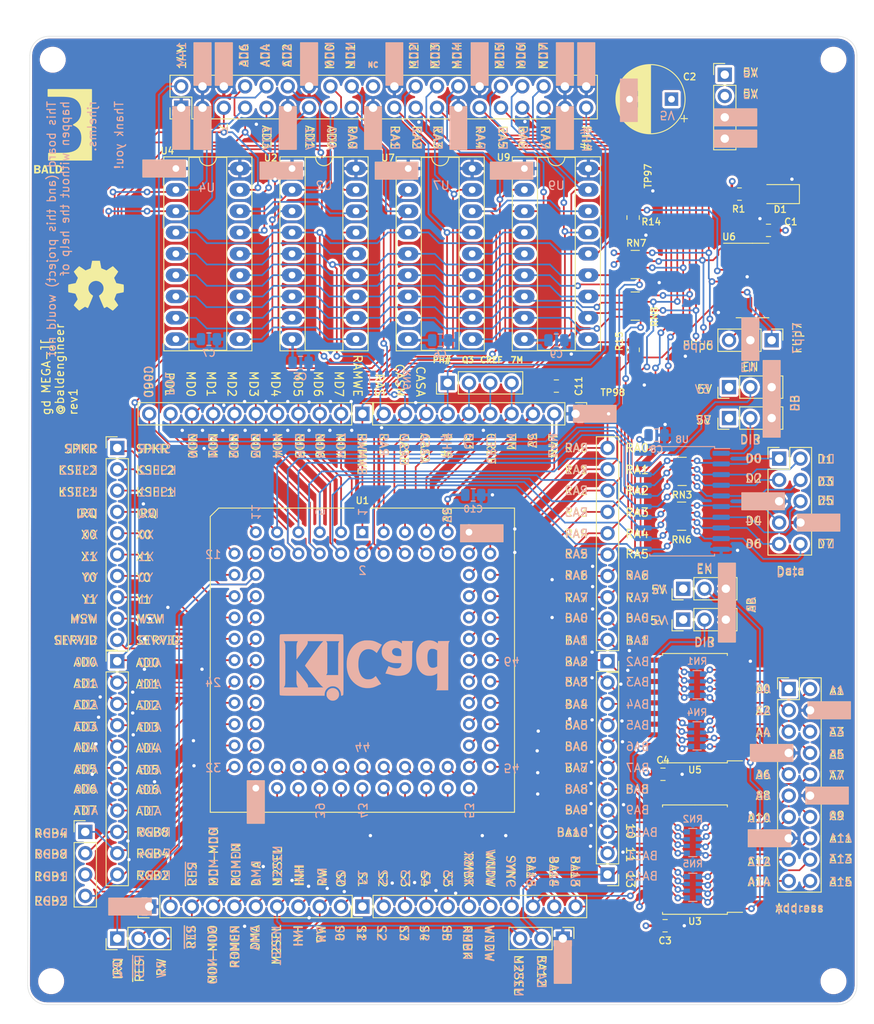
<source format=kicad_pcb>
(kicad_pcb (version 20171130) (host pcbnew "(5.1.10)-1")

  (general
    (thickness 1.6)
    (drawings 538)
    (tracks 1629)
    (zones 0)
    (modules 63)
    (nets 132)
  )

  (page A4)
  (layers
    (0 F.Cu signal)
    (1 In1.Cu signal)
    (2 In2.Cu signal hide)
    (31 B.Cu signal hide)
    (32 B.Adhes user hide)
    (33 F.Adhes user hide)
    (34 B.Paste user)
    (35 F.Paste user hide)
    (36 B.SilkS user)
    (37 F.SilkS user hide)
    (38 B.Mask user)
    (39 F.Mask user)
    (40 Dwgs.User user hide)
    (41 Cmts.User user hide)
    (42 Eco1.User user hide)
    (43 Eco2.User user hide)
    (44 Edge.Cuts user)
    (45 Margin user hide)
    (46 B.CrtYd user hide)
    (47 F.CrtYd user hide)
    (48 B.Fab user hide)
    (49 F.Fab user hide)
  )

  (setup
    (last_trace_width 0.2032)
    (trace_clearance 0.1524)
    (zone_clearance 0.254)
    (zone_45_only no)
    (trace_min 0.1524)
    (via_size 0.8)
    (via_drill 0.4)
    (via_min_size 0.4)
    (via_min_drill 0.3)
    (uvia_size 0.3)
    (uvia_drill 0.1)
    (uvias_allowed no)
    (uvia_min_size 0.2)
    (uvia_min_drill 0.1)
    (edge_width 0.05)
    (segment_width 0.2)
    (pcb_text_width 0.3)
    (pcb_text_size 1.5 1.5)
    (mod_edge_width 0.12)
    (mod_text_size 1 1)
    (mod_text_width 0.15)
    (pad_size 1.524 1.524)
    (pad_drill 0.762)
    (pad_to_mask_clearance 0)
    (aux_axis_origin 0 0)
    (visible_elements 7FFFEFFF)
    (pcbplotparams
      (layerselection 0x010fc_ffffffff)
      (usegerberextensions false)
      (usegerberattributes true)
      (usegerberadvancedattributes true)
      (creategerberjobfile true)
      (excludeedgelayer true)
      (linewidth 0.100000)
      (plotframeref false)
      (viasonmask false)
      (mode 1)
      (useauxorigin false)
      (hpglpennumber 1)
      (hpglpenspeed 20)
      (hpglpendiameter 15.000000)
      (psnegative false)
      (psa4output false)
      (plotreference true)
      (plotvalue true)
      (plotinvisibletext false)
      (padsonsilk false)
      (subtractmaskfromsilk false)
      (outputformat 1)
      (mirror false)
      (drillshape 1)
      (scaleselection 1)
      (outputdirectory ""))
  )

  (net 0 "")
  (net 1 GND)
  (net 2 "Net-(D1-Pad2)")
  (net 3 /SERVIDEO)
  (net 4 /MSW)
  (net 5 /Y1)
  (net 6 /Y0)
  (net 7 /X1)
  (net 8 /X0)
  (net 9 /IRQ)
  (net 10 /KSEL2)
  (net 11 /KSEL1)
  (net 12 /SPKR)
  (net 13 /RGB2)
  (net 14 /RGB4)
  (net 15 /RGB8)
  (net 16 /AD7)
  (net 17 /AD6)
  (net 18 /AD5)
  (net 19 /AD4)
  (net 20 /AD3)
  (net 21 /AD2)
  (net 22 /AD1)
  (net 23 /AD0)
  (net 24 /S0)
  (net 25 /R-W)
  (net 26 /INH)
  (net 27 /M2SEL)
  (net 28 /DMA)
  (net 29 /MDI-MDO)
  (net 30 /RESET)
  (net 31 /RGB1)
  (net 32 /C060-67)
  (net 33 /PDLTRIG)
  (net 34 /MD0)
  (net 35 /MD1)
  (net 36 /MD2)
  (net 37 /MD3)
  (net 38 /MD4)
  (net 39 /MD5)
  (net 40 /MD6)
  (net 41 /MD7)
  (net 42 /RAMWE)
  (net 43 /A13)
  (net 44 /A14)
  (net 45 /A15)
  (net 46 /SYNC)
  (net 47 /WINDOW)
  (net 48 /RMBK)
  (net 49 /S5)
  (net 50 /S4)
  (net 51 /S3)
  (net 52 /S2)
  (net 53 /S1)
  (net 54 /RAS)
  (net 55 /CASM)
  (net 56 /CASA)
  (net 57 /PH#)
  (net 58 /Q3)
  (net 59 /CREF)
  (net 60 /7M)
  (net 61 /14M)
  (net 62 /RA0)
  (net 63 /RA1)
  (net 64 /RA2)
  (net 65 /RA3)
  (net 66 /RA4)
  (net 67 /RA5)
  (net 68 /RA6)
  (net 69 /RA7)
  (net 70 /A0)
  (net 71 /A1)
  (net 72 /A2)
  (net 73 /A3)
  (net 74 /A4)
  (net 75 /A5)
  (net 76 /A6)
  (net 77 /A7)
  (net 78 /A8)
  (net 79 /A9)
  (net 80 /A10)
  (net 81 /A11)
  (net 82 /A12)
  (net 83 /RAF0)
  (net 84 /RAF1)
  (net 85 /RAF2)
  (net 86 /RAF3)
  (net 87 /RAF4)
  (net 88 /RAF5)
  (net 89 /RAF6)
  (net 90 /RAF7)
  (net 91 /CASA.B)
  (net 92 /CASM.B)
  (net 93 /RAS.B)
  (net 94 /RWE.B)
  (net 95 "Net-(R14-Pad2)")
  (net 96 /UM4-14)
  (net 97 "Net-(R15-Pad2)")
  (net 98 /UM4-10)
  (net 99 /BA0)
  (net 100 /BA1)
  (net 101 /BA2)
  (net 102 /BA3)
  (net 103 /BA4)
  (net 104 /BA5)
  (net 105 /BA6)
  (net 106 /BA7)
  (net 107 /BA8)
  (net 108 /BA9)
  (net 109 /BA10)
  (net 110 /BA11)
  (net 111 /BA12)
  (net 112 /BA13)
  (net 113 /BA14)
  (net 114 /BA15)
  (net 115 /D0)
  (net 116 /D1)
  (net 117 /D2)
  (net 118 /D3)
  (net 119 /D4)
  (net 120 /D5)
  (net 121 /D6)
  (net 122 /D7)
  (net 123 /ROMEN)
  (net 124 /ABEN)
  (net 125 /ABDIR)
  (net 126 /FLIP7)
  (net 127 /FLIP6)
  (net 128 /DBEN)
  (net 129 /DBDIR)
  (net 130 "Net-(J7-Pad20)")
  (net 131 +5V)

  (net_class Default "This is the default net class."
    (clearance 0.1524)
    (trace_width 0.2032)
    (via_dia 0.8)
    (via_drill 0.4)
    (uvia_dia 0.3)
    (uvia_drill 0.1)
    (add_net /14M)
    (add_net /7M)
    (add_net /A0)
    (add_net /A1)
    (add_net /A10)
    (add_net /A11)
    (add_net /A12)
    (add_net /A13)
    (add_net /A14)
    (add_net /A15)
    (add_net /A2)
    (add_net /A3)
    (add_net /A4)
    (add_net /A5)
    (add_net /A6)
    (add_net /A7)
    (add_net /A8)
    (add_net /A9)
    (add_net /ABDIR)
    (add_net /ABEN)
    (add_net /AD0)
    (add_net /AD1)
    (add_net /AD2)
    (add_net /AD3)
    (add_net /AD4)
    (add_net /AD5)
    (add_net /AD6)
    (add_net /AD7)
    (add_net /BA0)
    (add_net /BA1)
    (add_net /BA10)
    (add_net /BA11)
    (add_net /BA12)
    (add_net /BA13)
    (add_net /BA14)
    (add_net /BA15)
    (add_net /BA2)
    (add_net /BA3)
    (add_net /BA4)
    (add_net /BA5)
    (add_net /BA6)
    (add_net /BA7)
    (add_net /BA8)
    (add_net /BA9)
    (add_net /C060-67)
    (add_net /CASA)
    (add_net /CASA.B)
    (add_net /CASM)
    (add_net /CASM.B)
    (add_net /CREF)
    (add_net /D0)
    (add_net /D1)
    (add_net /D2)
    (add_net /D3)
    (add_net /D4)
    (add_net /D5)
    (add_net /D6)
    (add_net /D7)
    (add_net /DBDIR)
    (add_net /DBEN)
    (add_net /DMA)
    (add_net /FLIP6)
    (add_net /FLIP7)
    (add_net /INH)
    (add_net /IRQ)
    (add_net /KSEL1)
    (add_net /KSEL2)
    (add_net /M2SEL)
    (add_net /MD0)
    (add_net /MD1)
    (add_net /MD2)
    (add_net /MD3)
    (add_net /MD4)
    (add_net /MD5)
    (add_net /MD6)
    (add_net /MD7)
    (add_net /MDI-MDO)
    (add_net /MSW)
    (add_net /PDLTRIG)
    (add_net /PH#)
    (add_net /Q3)
    (add_net /R-W)
    (add_net /RA0)
    (add_net /RA1)
    (add_net /RA2)
    (add_net /RA3)
    (add_net /RA4)
    (add_net /RA5)
    (add_net /RA6)
    (add_net /RA7)
    (add_net /RAF0)
    (add_net /RAF1)
    (add_net /RAF2)
    (add_net /RAF3)
    (add_net /RAF4)
    (add_net /RAF5)
    (add_net /RAF6)
    (add_net /RAF7)
    (add_net /RAMWE)
    (add_net /RAS)
    (add_net /RAS.B)
    (add_net /RESET)
    (add_net /RGB1)
    (add_net /RGB2)
    (add_net /RGB4)
    (add_net /RGB8)
    (add_net /RMBK)
    (add_net /ROMEN)
    (add_net /RWE.B)
    (add_net /S0)
    (add_net /S1)
    (add_net /S2)
    (add_net /S3)
    (add_net /S4)
    (add_net /S5)
    (add_net /SERVIDEO)
    (add_net /SPKR)
    (add_net /SYNC)
    (add_net /UM4-10)
    (add_net /UM4-14)
    (add_net /WINDOW)
    (add_net /X0)
    (add_net /X1)
    (add_net /Y0)
    (add_net /Y1)
    (add_net "Net-(D1-Pad2)")
    (add_net "Net-(J7-Pad20)")
    (add_net "Net-(R14-Pad2)")
    (add_net "Net-(R15-Pad2)")
  )

  (net_class Power ""
    (clearance 0.3048)
    (trace_width 0.3048)
    (via_dia 0.8)
    (via_drill 0.4)
    (uvia_dia 0.3)
    (uvia_drill 0.1)
    (add_net +5V)
    (add_net GND)
  )

  (module "My Libraries:BE10v2" (layer F.Cu) (tedit 5FBC8857) (tstamp 60C86462)
    (at 90.424 38.608)
    (descr "Imported from BE5.svg")
    (tags svg2mod)
    (attr virtual)
    (fp_text reference svg2mod (at 0 -3.048) (layer F.SilkS) hide
      (effects (font (size 1.524 1.524) (thickness 0.3048)))
    )
    (fp_text value G*** (at 0 13.047999) (layer F.SilkS) hide
      (effects (font (size 1.524 1.524) (thickness 0.3048)))
    )
    (fp_poly (pts (xy 9.4375 9.590522) (xy 9.4375 9.423126) (xy 9.5775 9.423126) (xy 9.6775 9.412825)
      (xy 9.7325 9.369045) (xy 9.7575 9.291785) (xy 9.7325 9.2171) (xy 9.68 9.175895)
      (xy 9.5725 9.168169) (xy 9.4375 9.168168) (xy 9.4375 9.423126) (xy 9.4375 9.590522)
      (xy 9.4375 9.984547) (xy 9.21 9.984547) (xy 9.21 8.987895) (xy 9.635 8.987895)
      (xy 9.825 9.016224) (xy 9.9425 9.119237) (xy 9.99 9.286633) (xy 9.948437 9.440509)
      (xy 9.8225 9.544166) (xy 10 9.984547) (xy 9.75 9.984547) (xy 9.6025 9.590522)
      (xy 9.4375 9.590522)) (layer F.Mask) (width 0.095901))
    (fp_poly (pts (xy 9.075 9.178469) (xy 8.615 9.178469) (xy 8.615 9.38192) (xy 8.975 9.38192)
      (xy 8.975 9.569919) (xy 8.6125 9.569919) (xy 8.6125 9.786247) (xy 9.075 9.786247)
      (xy 9.075 9.984547) (xy 8.385 9.984547) (xy 8.385 8.987895) (xy 9.075 8.987895)
      (xy 9.075 9.178469)) (layer F.Mask) (width 0.095901))
    (fp_poly (pts (xy 8.2475 9.178469) (xy 7.7875 9.178469) (xy 7.7875 9.38192) (xy 8.15 9.38192)
      (xy 8.15 9.569919) (xy 7.7875 9.569919) (xy 7.7875 9.786247) (xy 8.2475 9.786247)
      (xy 8.2475 9.984547) (xy 7.5575 9.984547) (xy 7.5575 8.987895) (xy 8.2475 8.987895)
      (xy 8.2475 9.178469)) (layer F.Mask) (width 0.095901))
    (fp_poly (pts (xy 7.3625 8.99047) (xy 7.3625 9.987123) (xy 7.17 9.987123) (xy 6.7925 9.314962)
      (xy 6.794987 9.348441) (xy 6.797474 9.392222) (xy 6.797474 9.989698) (xy 6.619974 9.989698)
      (xy 6.619974 8.993046) (xy 6.864974 8.993046) (xy 7.194974 9.580221) (xy 7.189973 9.513262)
      (xy 7.189973 8.993046) (xy 7.362473 8.993046) (xy 7.3625 8.99047)) (layer F.Mask) (width 0.095901))
    (fp_poly (pts (xy 6.4225 8.99047) (xy 6.4225 9.987123) (xy 6.1975 9.987123) (xy 6.1975 8.99047)
      (xy 6.4225 8.99047)) (layer F.Mask) (width 0.095901))
    (fp_poly (pts (xy 6.02 9.454029) (xy 6.02 9.987123) (xy 5.9175 9.987123) (xy 5.885 9.871233)
      (xy 5.62 9.999999) (xy 5.451875 9.965232) (xy 5.325 9.860931) (xy 5.24625 9.700939)
      (xy 5.22 9.500386) (xy 5.248125 9.285346) (xy 5.3325 9.116662) (xy 5.465312 9.00882)
      (xy 5.6375 8.972443) (xy 5.8975 9.065155) (xy 6.0175 9.314962) (xy 5.8025 9.34329)
      (xy 5.635 9.163017) (xy 5.495 9.248003) (xy 5.4475 9.492659) (xy 5.4975 9.727014)
      (xy 5.6425 9.806849) (xy 5.75 9.765644) (xy 5.7975 9.634303) (xy 5.615 9.634303)
      (xy 5.615 9.448879) (xy 6.02 9.448879) (xy 6.02 9.454029)) (layer F.Mask) (width 0.095901))
    (fp_poly (pts (xy 5.07 8.99047) (xy 5.07 9.987123) (xy 4.8775 9.987123) (xy 4.5 9.312387)
      (xy 4.502487 9.345866) (xy 4.504974 9.389646) (xy 4.504974 9.987123) (xy 4.327474 9.987123)
      (xy 4.327474 8.99047) (xy 4.572474 8.99047) (xy 4.902474 9.577645) (xy 4.897473 9.510687)
      (xy 4.897473 8.99047) (xy 5.07 8.99047)) (layer F.Mask) (width 0.095901))
    (fp_poly (pts (xy 4.19 9.178469) (xy 3.73 9.178469) (xy 3.73 9.38192) (xy 4.0925 9.38192)
      (xy 4.0925 9.569919) (xy 3.73 9.569919) (xy 3.73 9.786247) (xy 4.19 9.786247)
      (xy 4.19 9.984547) (xy 3.5 9.984547) (xy 3.5 8.987895) (xy 4.19 8.987895)
      (xy 4.19 9.178469)) (layer F.Mask) (width 0.095901))
    (fp_poly (pts (xy 3.21 1.689415) (xy 2.687226 2.555289) (xy 2.809062 2.368658) (xy 2.989492 2.242869)
      (xy 3.21 2.196755) (xy 3.431562 2.242869) (xy 3.611875 2.368658) (xy 3.733125 2.555289)
      (xy 3.7775 2.78393) (xy 3.733125 3.011082) (xy 3.611875 3.196948) (xy 3.431562 3.322455)
      (xy 3.21 3.368529) (xy 2.988437 3.322455) (xy 2.808125 3.196948) (xy 2.686875 3.011082)
      (xy 2.6425 2.78393) (xy 2.687226 2.555289) (xy 3.21 1.689415) (xy 2.933796 1.727091)
      (xy 2.68537 1.832871) (xy 2.4725 1.995879) (xy 0.5375 1.995879) (xy 0.5375 3.57198)
      (xy 2.4725 3.57198) (xy 2.684259 3.736134) (xy 2.933241 3.841341) (xy 3.21 3.878444)
      (xy 3.492697 3.839397) (xy 3.746574 3.729171) (xy 3.961562 3.558138) (xy 4.127592 3.336672)
      (xy 4.234595 3.075145) (xy 4.2725 2.78393) (xy 4.234595 2.492715) (xy 4.127592 2.231188)
      (xy 3.961562 2.009722) (xy 3.746574 1.838689) (xy 3.492697 1.728463) (xy 3.21 1.689415)) (layer F.Mask) (width 0.134262))
    (fp_poly (pts (xy 6.83 6.39454) (xy 9.465 6.39454) (xy 9.465 7.617821) (xy 6.83 7.617821)
      (xy 6.83 6.39454)) (layer F.Mask) (width 0.134262))
    (fp_poly (pts (xy 6.83 3.587432) (xy 9.465 3.587432) (xy 9.465 4.810713) (xy 6.83 4.810713)
      (xy 6.83 3.587432)) (layer F.Mask) (width 0.134262))
    (fp_poly (pts (xy 6.83 0.788051) (xy 9.465 0.788051) (xy 9.465 2.011331) (xy 6.83 2.011331)
      (xy 6.83 0.788051)) (layer F.Mask) (width 0.134262))
    (fp_poly (pts (xy 3.21 4.483646) (xy 2.687226 5.349923) (xy 2.809062 5.164177) (xy 2.989492 5.039274)
      (xy 3.21 4.993561) (xy 3.431562 5.039636) (xy 3.611875 5.165143) (xy 3.733125 5.351009)
      (xy 3.7775 5.578161) (xy 3.733125 5.806802) (xy 3.611875 5.993433) (xy 3.431562 6.119221)
      (xy 3.21 6.165336) (xy 2.988437 6.119221) (xy 2.808125 5.993433) (xy 2.686875 5.806802)
      (xy 2.6425 5.578161) (xy 2.687226 5.349923) (xy 3.21 4.483646) (xy 2.933796 4.521323)
      (xy 2.68537 4.627102) (xy 2.4725 4.790111) (xy 0.5375 4.790111) (xy 0.5375 6.366211)
      (xy 2.4725 6.366211) (xy 2.684259 6.530365) (xy 2.933241 6.635572) (xy 3.21 6.672675)
      (xy 3.492697 6.633628) (xy 3.746574 6.523402) (xy 3.961562 6.352369) (xy 4.127592 6.130903)
      (xy 4.234595 5.869376) (xy 4.2725 5.578161) (xy 4.234595 5.286946) (xy 4.127592 5.025419)
      (xy 3.961562 4.803953) (xy 3.746574 4.63292) (xy 3.492697 4.522694) (xy 3.21 4.483646)) (layer F.Mask) (width 0.134262))
    (fp_poly (pts (xy 2.5575 8.990473) (xy 2.78 9.173321) (xy 2.78 9.799126) (xy 2.8725 9.799126)
      (xy 3.0575 9.703839) (xy 3.1175 9.479785) (xy 3.0825 9.312389) (xy 2.9975 9.204225)
      (xy 2.875 9.173321) (xy 2.78 9.173321) (xy 2.5575 8.990473) (xy 2.8525 8.990473)
      (xy 3.1225 9.041979) (xy 3.28 9.204225) (xy 3.35 9.484936) (xy 3.319687 9.681305)
      (xy 3.2275 9.842906) (xy 3.08125 9.950748) (xy 2.89 9.987125) (xy 2.5575 9.987125)
      (xy 2.5575 8.990473)) (layer F.SilkS) (width 0))
    (fp_poly (pts (xy 2.0575 9.788824) (xy 2.4425 9.788824) (xy 2.4425 9.987125) (xy 1.8275 9.987125)
      (xy 1.8275 8.990473) (xy 2.0575 8.990473) (xy 2.0575 9.788824)) (layer F.SilkS) (width 0))
    (fp_poly (pts (xy 1.42 8.990473) (xy 1.3675 9.59825) (xy 1.265 9.248005) (xy 1.1625 9.59825)
      (xy 1.3675 9.59825) (xy 1.42 8.990473) (xy 1.7225 9.987125) (xy 1.48 9.987125)
      (xy 1.42 9.781098) (xy 1.1075 9.781098) (xy 1.0475 9.987125) (xy 0.85 9.987125)
      (xy 1.16 8.990473) (xy 1.42 8.990473)) (layer F.SilkS) (width 0))
    (fp_poly (pts (xy 0 8.990473) (xy 0.225 9.165595) (xy 0.225 9.384498) (xy 0.3975 9.384498)
      (xy 0.5175 9.345868) (xy 0.5425 9.271183) (xy 0.5225 9.2068) (xy 0.4775 9.173321)
      (xy 0.3825 9.165595) (xy 0.225 9.165595) (xy 0 8.990473) (xy 0.225 9.562196)
      (xy 0.225 9.801701) (xy 0.4 9.801701) (xy 0.525 9.770797) (xy 0.5625 9.680661)
      (xy 0.5275 9.59825) (xy 0.41 9.562196) (xy 0.225 9.562196) (xy 0 8.990473)
      (xy 0.45 8.990473) (xy 0.6325 9.021377) (xy 0.7325 9.108938) (xy 0.7725 9.248005)
      (xy 0.729062 9.385786) (xy 0.5975 9.469484) (xy 0.7475 9.562196) (xy 0.7975 9.71414)
      (xy 0.715 9.90729) (xy 0.4475 9.9897) (xy 0 9.9897) (xy 0 8.990473)) (layer F.SilkS) (width 0))
    (fp_poly (pts (xy 5.157499 7.146537) (xy 4.960844 7.284544) (xy 4.730925 7.397298) (xy 4.467812 7.484871)
      (xy 4.171574 7.547335) (xy 3.84228 7.58476) (xy 3.48 7.59722) (xy 1.735 7.59722)
      (xy 1.735 8.38527) (xy 6.829999 8.38527) (xy 6.829999 0) (xy 1.675 0)
      (xy 1.675 0.788051) (xy 3.2375 0.788051) (xy 3.54457 0.792839) (xy 3.820937 0.807044)
      (xy 4.066835 0.830423) (xy 4.282499 0.862735) (xy 4.534351 0.921872) (xy 4.750648 1.00104)
      (xy 4.932499 1.099665) (xy 5.155833 1.272308) (xy 5.340833 1.476426) (xy 5.487499 1.712594)
      (xy 5.593425 1.973656) (xy 5.656573 2.257609) (xy 5.677499 2.565027) (xy 5.662538 2.838696)
      (xy 5.617812 3.09136) (xy 5.543554 3.322295) (xy 5.439999 3.530776) (xy 5.30457 3.721511)
      (xy 5.134687 3.895828) (xy 4.930585 4.053728) (xy 4.692499 4.195211) (xy 4.932499 4.316492)
      (xy 5.138749 4.456606) (xy 5.311249 4.616035) (xy 5.449999 4.795262) (xy 5.556835 4.996218)
      (xy 5.633437 5.220835) (xy 5.67957 5.469596) (xy 5.694999 5.742983) (xy 5.681053 6.046001)
      (xy 5.636759 6.321478) (xy 5.562187 6.569342) (xy 5.457407 6.78952) (xy 5.322488 6.981943)
      (xy 5.157499 7.146537)) (layer F.SilkS) (width 0.134262))
    (fp_poly (pts (xy 9.4375 9.590522) (xy 9.4375 9.423126) (xy 9.5775 9.423126) (xy 9.6775 9.412825)
      (xy 9.7325 9.369045) (xy 9.7575 9.291785) (xy 9.7325 9.2171) (xy 9.68 9.175895)
      (xy 9.5725 9.168169) (xy 9.4375 9.168168) (xy 9.4375 9.423126) (xy 9.4375 9.590522)
      (xy 9.4375 9.984547) (xy 9.21 9.984547) (xy 9.21 8.987895) (xy 9.635 8.987895)
      (xy 9.825 9.016224) (xy 9.9425 9.119237) (xy 9.99 9.286633) (xy 9.948437 9.440509)
      (xy 9.8225 9.544166) (xy 10 9.984547) (xy 9.75 9.984547) (xy 9.6025 9.590522)
      (xy 9.4375 9.590522)) (layer F.Cu) (width 0.095901))
    (fp_poly (pts (xy 9.075 9.178469) (xy 8.615 9.178469) (xy 8.615 9.38192) (xy 8.975 9.38192)
      (xy 8.975 9.569919) (xy 8.6125 9.569919) (xy 8.6125 9.786247) (xy 9.075 9.786247)
      (xy 9.075 9.984547) (xy 8.385 9.984547) (xy 8.385 8.987895) (xy 9.075 8.987895)
      (xy 9.075 9.178469)) (layer F.Cu) (width 0.095901))
    (fp_poly (pts (xy 8.2475 9.178469) (xy 7.7875 9.178469) (xy 7.7875 9.38192) (xy 8.15 9.38192)
      (xy 8.15 9.569919) (xy 7.7875 9.569919) (xy 7.7875 9.786247) (xy 8.2475 9.786247)
      (xy 8.2475 9.984547) (xy 7.5575 9.984547) (xy 7.5575 8.987895) (xy 8.2475 8.987895)
      (xy 8.2475 9.178469)) (layer F.Cu) (width 0.095901))
    (fp_poly (pts (xy 7.3625 8.99047) (xy 7.3625 9.987123) (xy 7.17 9.987123) (xy 6.7925 9.314962)
      (xy 6.794987 9.348441) (xy 6.797474 9.392222) (xy 6.797474 9.989698) (xy 6.619974 9.989698)
      (xy 6.619974 8.993046) (xy 6.864974 8.993046) (xy 7.194974 9.580221) (xy 7.189973 9.513262)
      (xy 7.189973 8.993046) (xy 7.362473 8.993046) (xy 7.3625 8.99047)) (layer F.Cu) (width 0.095901))
    (fp_poly (pts (xy 6.4225 8.99047) (xy 6.4225 9.987123) (xy 6.1975 9.987123) (xy 6.1975 8.99047)
      (xy 6.4225 8.99047)) (layer F.Cu) (width 0.095901))
    (fp_poly (pts (xy 6.02 9.454029) (xy 6.02 9.987123) (xy 5.9175 9.987123) (xy 5.885 9.871233)
      (xy 5.62 9.999999) (xy 5.451875 9.965232) (xy 5.325 9.860931) (xy 5.24625 9.700939)
      (xy 5.22 9.500386) (xy 5.248125 9.285346) (xy 5.3325 9.116662) (xy 5.465312 9.00882)
      (xy 5.6375 8.972443) (xy 5.8975 9.065155) (xy 6.0175 9.314962) (xy 5.8025 9.34329)
      (xy 5.635 9.163017) (xy 5.495 9.248003) (xy 5.4475 9.492659) (xy 5.4975 9.727014)
      (xy 5.6425 9.806849) (xy 5.75 9.765644) (xy 5.7975 9.634303) (xy 5.615 9.634303)
      (xy 5.615 9.448879) (xy 6.02 9.448879) (xy 6.02 9.454029)) (layer F.Cu) (width 0.095901))
    (fp_poly (pts (xy 5.07 8.99047) (xy 5.07 9.987123) (xy 4.8775 9.987123) (xy 4.5 9.312387)
      (xy 4.502487 9.345866) (xy 4.504974 9.389646) (xy 4.504974 9.987123) (xy 4.327474 9.987123)
      (xy 4.327474 8.99047) (xy 4.572474 8.99047) (xy 4.902474 9.577645) (xy 4.897473 9.510687)
      (xy 4.897473 8.99047) (xy 5.07 8.99047)) (layer F.Cu) (width 0.095901))
    (fp_poly (pts (xy 4.19 9.178469) (xy 3.73 9.178469) (xy 3.73 9.38192) (xy 4.0925 9.38192)
      (xy 4.0925 9.569919) (xy 3.73 9.569919) (xy 3.73 9.786247) (xy 4.19 9.786247)
      (xy 4.19 9.984547) (xy 3.5 9.984547) (xy 3.5 8.987895) (xy 4.19 8.987895)
      (xy 4.19 9.178469)) (layer F.Cu) (width 0.095901))
    (fp_poly (pts (xy 3.21 1.689415) (xy 2.687226 2.555289) (xy 2.809062 2.368658) (xy 2.989492 2.242869)
      (xy 3.21 2.196755) (xy 3.431562 2.242869) (xy 3.611875 2.368658) (xy 3.733125 2.555289)
      (xy 3.7775 2.78393) (xy 3.733125 3.011082) (xy 3.611875 3.196948) (xy 3.431562 3.322455)
      (xy 3.21 3.368529) (xy 2.988437 3.322455) (xy 2.808125 3.196948) (xy 2.686875 3.011082)
      (xy 2.6425 2.78393) (xy 2.687226 2.555289) (xy 3.21 1.689415) (xy 2.933796 1.727091)
      (xy 2.68537 1.832871) (xy 2.4725 1.995879) (xy 0.5375 1.995879) (xy 0.5375 3.57198)
      (xy 2.4725 3.57198) (xy 2.684259 3.736134) (xy 2.933241 3.841341) (xy 3.21 3.878444)
      (xy 3.492697 3.839397) (xy 3.746574 3.729171) (xy 3.961562 3.558138) (xy 4.127592 3.336672)
      (xy 4.234595 3.075145) (xy 4.2725 2.78393) (xy 4.234595 2.492715) (xy 4.127592 2.231188)
      (xy 3.961562 2.009722) (xy 3.746574 1.838689) (xy 3.492697 1.728463) (xy 3.21 1.689415)) (layer F.Cu) (width 0.134262))
    (fp_poly (pts (xy 6.83 6.39454) (xy 9.465 6.39454) (xy 9.465 7.617821) (xy 6.83 7.617821)
      (xy 6.83 6.39454)) (layer F.Cu) (width 0.134262))
    (fp_poly (pts (xy 6.83 3.587432) (xy 9.465 3.587432) (xy 9.465 4.810713) (xy 6.83 4.810713)
      (xy 6.83 3.587432)) (layer F.Cu) (width 0.134262))
    (fp_poly (pts (xy 6.83 0.788051) (xy 9.465 0.788051) (xy 9.465 2.011331) (xy 6.83 2.011331)
      (xy 6.83 0.788051)) (layer F.Cu) (width 0.134262))
    (fp_poly (pts (xy 3.21 4.483646) (xy 2.687226 5.349923) (xy 2.809062 5.164177) (xy 2.989492 5.039274)
      (xy 3.21 4.993561) (xy 3.431562 5.039636) (xy 3.611875 5.165143) (xy 3.733125 5.351009)
      (xy 3.7775 5.578161) (xy 3.733125 5.806802) (xy 3.611875 5.993433) (xy 3.431562 6.119221)
      (xy 3.21 6.165336) (xy 2.988437 6.119221) (xy 2.808125 5.993433) (xy 2.686875 5.806802)
      (xy 2.6425 5.578161) (xy 2.687226 5.349923) (xy 3.21 4.483646) (xy 2.933796 4.521323)
      (xy 2.68537 4.627102) (xy 2.4725 4.790111) (xy 0.5375 4.790111) (xy 0.5375 6.366211)
      (xy 2.4725 6.366211) (xy 2.684259 6.530365) (xy 2.933241 6.635572) (xy 3.21 6.672675)
      (xy 3.492697 6.633628) (xy 3.746574 6.523402) (xy 3.961562 6.352369) (xy 4.127592 6.130903)
      (xy 4.234595 5.869376) (xy 4.2725 5.578161) (xy 4.234595 5.286946) (xy 4.127592 5.025419)
      (xy 3.961562 4.803953) (xy 3.746574 4.63292) (xy 3.492697 4.522694) (xy 3.21 4.483646)) (layer F.Cu) (width 0.134262))
  )

  (module Symbol:OSHW-Symbol_6.7x6mm_SilkScreen (layer F.Cu) (tedit 0) (tstamp 60C862EC)
    (at 97.79 61.976)
    (descr "Open Source Hardware Symbol")
    (tags "Logo Symbol OSHW")
    (attr virtual)
    (fp_text reference REF** (at 0 0) (layer F.SilkS) hide
      (effects (font (size 1 1) (thickness 0.15)))
    )
    (fp_text value OSHW-Symbol_6.7x6mm_SilkScreen (at 0.75 0) (layer F.Fab) hide
      (effects (font (size 1 1) (thickness 0.15)))
    )
    (fp_poly (pts (xy 0.555814 -2.531069) (xy 0.639635 -2.086445) (xy 0.94892 -1.958947) (xy 1.258206 -1.831449)
      (xy 1.629246 -2.083754) (xy 1.733157 -2.154004) (xy 1.827087 -2.216728) (xy 1.906652 -2.269062)
      (xy 1.96747 -2.308143) (xy 2.005157 -2.331107) (xy 2.015421 -2.336058) (xy 2.03391 -2.323324)
      (xy 2.07342 -2.288118) (xy 2.129522 -2.234938) (xy 2.197787 -2.168282) (xy 2.273786 -2.092646)
      (xy 2.353092 -2.012528) (xy 2.431275 -1.932426) (xy 2.503907 -1.856836) (xy 2.566559 -1.790255)
      (xy 2.614803 -1.737182) (xy 2.64421 -1.702113) (xy 2.651241 -1.690377) (xy 2.641123 -1.66874)
      (xy 2.612759 -1.621338) (xy 2.569129 -1.552807) (xy 2.513218 -1.467785) (xy 2.448006 -1.370907)
      (xy 2.410219 -1.31565) (xy 2.341343 -1.214752) (xy 2.28014 -1.123701) (xy 2.229578 -1.04703)
      (xy 2.192628 -0.989272) (xy 2.172258 -0.954957) (xy 2.169197 -0.947746) (xy 2.176136 -0.927252)
      (xy 2.195051 -0.879487) (xy 2.223087 -0.811168) (xy 2.257391 -0.729011) (xy 2.295109 -0.63973)
      (xy 2.333387 -0.550042) (xy 2.36937 -0.466662) (xy 2.400206 -0.396306) (xy 2.423039 -0.34569)
      (xy 2.435017 -0.321529) (xy 2.435724 -0.320578) (xy 2.454531 -0.315964) (xy 2.504618 -0.305672)
      (xy 2.580793 -0.290713) (xy 2.677865 -0.272099) (xy 2.790643 -0.250841) (xy 2.856442 -0.238582)
      (xy 2.97695 -0.215638) (xy 3.085797 -0.193805) (xy 3.177476 -0.174278) (xy 3.246481 -0.158252)
      (xy 3.287304 -0.146921) (xy 3.295511 -0.143326) (xy 3.303548 -0.118994) (xy 3.310033 -0.064041)
      (xy 3.31497 0.015108) (xy 3.318364 0.112026) (xy 3.320218 0.220287) (xy 3.320538 0.333465)
      (xy 3.319327 0.445135) (xy 3.31659 0.548868) (xy 3.312331 0.638241) (xy 3.306555 0.706826)
      (xy 3.299267 0.748197) (xy 3.294895 0.75681) (xy 3.268764 0.767133) (xy 3.213393 0.781892)
      (xy 3.136107 0.799352) (xy 3.04423 0.81778) (xy 3.012158 0.823741) (xy 2.857524 0.852066)
      (xy 2.735375 0.874876) (xy 2.641673 0.89308) (xy 2.572384 0.907583) (xy 2.523471 0.919292)
      (xy 2.490897 0.929115) (xy 2.470628 0.937956) (xy 2.458626 0.946724) (xy 2.456947 0.948457)
      (xy 2.440184 0.976371) (xy 2.414614 1.030695) (xy 2.382788 1.104777) (xy 2.34726 1.191965)
      (xy 2.310583 1.285608) (xy 2.275311 1.379052) (xy 2.243996 1.465647) (xy 2.219193 1.53874)
      (xy 2.203454 1.591678) (xy 2.199332 1.617811) (xy 2.199676 1.618726) (xy 2.213641 1.640086)
      (xy 2.245322 1.687084) (xy 2.291391 1.754827) (xy 2.348518 1.838423) (xy 2.413373 1.932982)
      (xy 2.431843 1.959854) (xy 2.497699 2.057275) (xy 2.55565 2.146163) (xy 2.602538 2.221412)
      (xy 2.635207 2.27792) (xy 2.6505 2.310581) (xy 2.651241 2.314593) (xy 2.638392 2.335684)
      (xy 2.602888 2.377464) (xy 2.549293 2.435445) (xy 2.482171 2.505135) (xy 2.406087 2.582045)
      (xy 2.325604 2.661683) (xy 2.245287 2.739561) (xy 2.169699 2.811186) (xy 2.103405 2.87207)
      (xy 2.050969 2.917721) (xy 2.016955 2.94365) (xy 2.007545 2.947883) (xy 1.985643 2.937912)
      (xy 1.9408 2.91102) (xy 1.880321 2.871736) (xy 1.833789 2.840117) (xy 1.749475 2.782098)
      (xy 1.649626 2.713784) (xy 1.549473 2.645579) (xy 1.495627 2.609075) (xy 1.313371 2.4858)
      (xy 1.160381 2.56852) (xy 1.090682 2.604759) (xy 1.031414 2.632926) (xy 0.991311 2.648991)
      (xy 0.981103 2.651226) (xy 0.968829 2.634722) (xy 0.944613 2.588082) (xy 0.910263 2.515609)
      (xy 0.867588 2.421606) (xy 0.818394 2.310374) (xy 0.76449 2.186215) (xy 0.707684 2.053432)
      (xy 0.649782 1.916327) (xy 0.592593 1.779202) (xy 0.537924 1.646358) (xy 0.487584 1.522098)
      (xy 0.44338 1.410725) (xy 0.407119 1.316539) (xy 0.380609 1.243844) (xy 0.365658 1.196941)
      (xy 0.363254 1.180833) (xy 0.382311 1.160286) (xy 0.424036 1.126933) (xy 0.479706 1.087702)
      (xy 0.484378 1.084599) (xy 0.628264 0.969423) (xy 0.744283 0.835053) (xy 0.83143 0.685784)
      (xy 0.888699 0.525913) (xy 0.915086 0.359737) (xy 0.909585 0.191552) (xy 0.87119 0.025655)
      (xy 0.798895 -0.133658) (xy 0.777626 -0.168513) (xy 0.666996 -0.309263) (xy 0.536302 -0.422286)
      (xy 0.390064 -0.506997) (xy 0.232808 -0.562806) (xy 0.069057 -0.589126) (xy -0.096667 -0.58537)
      (xy -0.259838 -0.55095) (xy -0.415935 -0.485277) (xy -0.560433 -0.387765) (xy -0.605131 -0.348187)
      (xy -0.718888 -0.224297) (xy -0.801782 -0.093876) (xy -0.858644 0.052315) (xy -0.890313 0.197088)
      (xy -0.898131 0.35986) (xy -0.872062 0.52344) (xy -0.814755 0.682298) (xy -0.728856 0.830906)
      (xy -0.617014 0.963735) (xy -0.481877 1.075256) (xy -0.464117 1.087011) (xy -0.40785 1.125508)
      (xy -0.365077 1.158863) (xy -0.344628 1.18016) (xy -0.344331 1.180833) (xy -0.348721 1.203871)
      (xy -0.366124 1.256157) (xy -0.394732 1.33339) (xy -0.432735 1.431268) (xy -0.478326 1.545491)
      (xy -0.529697 1.671758) (xy -0.585038 1.805767) (xy -0.642542 1.943218) (xy -0.700399 2.079808)
      (xy -0.756802 2.211237) (xy -0.809942 2.333205) (xy -0.85801 2.441409) (xy -0.899199 2.531549)
      (xy -0.931699 2.599323) (xy -0.953703 2.64043) (xy -0.962564 2.651226) (xy -0.98964 2.642819)
      (xy -1.040303 2.620272) (xy -1.105817 2.587613) (xy -1.141841 2.56852) (xy -1.294832 2.4858)
      (xy -1.477088 2.609075) (xy -1.570125 2.672228) (xy -1.671985 2.741727) (xy -1.767438 2.807165)
      (xy -1.81525 2.840117) (xy -1.882495 2.885273) (xy -1.939436 2.921057) (xy -1.978646 2.942938)
      (xy -1.991381 2.947563) (xy -2.009917 2.935085) (xy -2.050941 2.900252) (xy -2.110475 2.846678)
      (xy -2.184542 2.777983) (xy -2.269165 2.697781) (xy -2.322685 2.646286) (xy -2.416319 2.554286)
      (xy -2.497241 2.471999) (xy -2.562177 2.402945) (xy -2.607858 2.350644) (xy -2.631011 2.318616)
      (xy -2.633232 2.312116) (xy -2.622924 2.287394) (xy -2.594439 2.237405) (xy -2.550937 2.167212)
      (xy -2.495577 2.081875) (xy -2.43152 1.986456) (xy -2.413303 1.959854) (xy -2.346927 1.863167)
      (xy -2.287378 1.776117) (xy -2.237984 1.703595) (xy -2.202075 1.650493) (xy -2.182981 1.621703)
      (xy -2.181136 1.618726) (xy -2.183895 1.595782) (xy -2.198538 1.545336) (xy -2.222513 1.474041)
      (xy -2.253266 1.388547) (xy -2.288244 1.295507) (xy -2.324893 1.201574) (xy -2.360661 1.113399)
      (xy -2.392994 1.037634) (xy -2.419338 0.980931) (xy -2.437142 0.949943) (xy -2.438407 0.948457)
      (xy -2.449294 0.939601) (xy -2.467682 0.930843) (xy -2.497606 0.921277) (xy -2.543103 0.909996)
      (xy -2.608209 0.896093) (xy -2.696961 0.878663) (xy -2.813393 0.856798) (xy -2.961542 0.829591)
      (xy -2.993618 0.823741) (xy -3.088686 0.805374) (xy -3.171565 0.787405) (xy -3.23493 0.771569)
      (xy -3.271458 0.7596) (xy -3.276356 0.75681) (xy -3.284427 0.732072) (xy -3.290987 0.67679)
      (xy -3.296033 0.597389) (xy -3.299559 0.500296) (xy -3.301561 0.391938) (xy -3.302036 0.27874)
      (xy -3.300977 0.167128) (xy -3.298382 0.063529) (xy -3.294246 -0.025632) (xy -3.288563 -0.093928)
      (xy -3.281331 -0.134934) (xy -3.276971 -0.143326) (xy -3.252698 -0.151792) (xy -3.197426 -0.165565)
      (xy -3.116662 -0.18345) (xy -3.015912 -0.204252) (xy -2.900683 -0.226777) (xy -2.837902 -0.238582)
      (xy -2.718787 -0.260849) (xy -2.612565 -0.281021) (xy -2.524427 -0.298085) (xy -2.459566 -0.311031)
      (xy -2.423174 -0.318845) (xy -2.417184 -0.320578) (xy -2.407061 -0.34011) (xy -2.385662 -0.387157)
      (xy -2.355839 -0.454997) (xy -2.320445 -0.536909) (xy -2.282332 -0.626172) (xy -2.244353 -0.716065)
      (xy -2.20936 -0.799865) (xy -2.180206 -0.870853) (xy -2.159743 -0.922306) (xy -2.150823 -0.947503)
      (xy -2.150657 -0.948604) (xy -2.160769 -0.968481) (xy -2.189117 -1.014223) (xy -2.232723 -1.081283)
      (xy -2.288606 -1.165116) (xy -2.353787 -1.261174) (xy -2.391679 -1.31635) (xy -2.460725 -1.417519)
      (xy -2.52205 -1.50937) (xy -2.572663 -1.587256) (xy -2.609571 -1.646531) (xy -2.629782 -1.682549)
      (xy -2.632701 -1.690623) (xy -2.620153 -1.709416) (xy -2.585463 -1.749543) (xy -2.533063 -1.806507)
      (xy -2.467384 -1.875815) (xy -2.392856 -1.952969) (xy -2.313913 -2.033475) (xy -2.234983 -2.112837)
      (xy -2.1605 -2.18656) (xy -2.094894 -2.250148) (xy -2.042596 -2.299106) (xy -2.008039 -2.328939)
      (xy -1.996478 -2.336058) (xy -1.977654 -2.326047) (xy -1.932631 -2.297922) (xy -1.865787 -2.254546)
      (xy -1.781499 -2.198782) (xy -1.684144 -2.133494) (xy -1.610707 -2.083754) (xy -1.239667 -1.831449)
      (xy -0.621095 -2.086445) (xy -0.537275 -2.531069) (xy -0.453454 -2.975693) (xy 0.471994 -2.975693)
      (xy 0.555814 -2.531069)) (layer F.SilkS) (width 0.01))
  )

  (module Symbol:KiCad-Logo_8mm_SilkScreen (layer B.Cu) (tedit 0) (tstamp 60C85B34)
    (at 129.794 107.442)
    (descr "KiCad Logo")
    (tags "Logo KiCad")
    (attr virtual)
    (fp_text reference REF** (at 0 6.35) (layer B.SilkS) hide
      (effects (font (size 1 1) (thickness 0.15)) (justify mirror))
    )
    (fp_text value KiCad-Logo_8mm_SilkScreen (at 0 -6.35) (layer B.Fab) hide
      (effects (font (size 1 1) (thickness 0.15)) (justify mirror))
    )
    (fp_poly (pts (xy -7.870089 3.33834) (xy -7.52054 3.338293) (xy -7.35783 3.338286) (xy -4.753429 3.338285)
      (xy -4.753429 3.184762) (xy -4.737043 2.997937) (xy -4.687588 2.825633) (xy -4.60462 2.666825)
      (xy -4.487695 2.52049) (xy -4.448136 2.480968) (xy -4.30583 2.368862) (xy -4.148922 2.287101)
      (xy -3.982072 2.235647) (xy -3.809939 2.214463) (xy -3.637185 2.223513) (xy -3.46847 2.262758)
      (xy -3.308454 2.332162) (xy -3.161798 2.431689) (xy -3.095932 2.491735) (xy -2.973192 2.638957)
      (xy -2.883188 2.800853) (xy -2.826706 2.975573) (xy -2.804529 3.161265) (xy -2.804234 3.179533)
      (xy -2.803072 3.33828) (xy -2.7333 3.338283) (xy -2.671405 3.329882) (xy -2.614865 3.309444)
      (xy -2.611128 3.307333) (xy -2.598358 3.300707) (xy -2.586632 3.295546) (xy -2.575906 3.290349)
      (xy -2.566139 3.28361) (xy -2.557288 3.273829) (xy -2.549311 3.2595) (xy -2.542165 3.239122)
      (xy -2.535808 3.211192) (xy -2.530198 3.174205) (xy -2.525293 3.12666) (xy -2.521049 3.067053)
      (xy -2.517424 2.993881) (xy -2.514377 2.905641) (xy -2.511864 2.80083) (xy -2.509844 2.677945)
      (xy -2.508274 2.535483) (xy -2.507112 2.37194) (xy -2.506314 2.185814) (xy -2.50584 1.975602)
      (xy -2.505646 1.7398) (xy -2.50569 1.476906) (xy -2.50593 1.185416) (xy -2.506323 0.863828)
      (xy -2.506827 0.510638) (xy -2.5074 0.124343) (xy -2.507999 -0.29656) (xy -2.508068 -0.34784)
      (xy -2.508605 -0.771426) (xy -2.509061 -1.16023) (xy -2.509484 -1.515753) (xy -2.509921 -1.839498)
      (xy -2.510422 -2.132966) (xy -2.511035 -2.397661) (xy -2.511808 -2.635085) (xy -2.512789 -2.84674)
      (xy -2.514026 -3.034129) (xy -2.515568 -3.198754) (xy -2.517463 -3.342117) (xy -2.519759 -3.46572)
      (xy -2.522504 -3.571067) (xy -2.525747 -3.659659) (xy -2.529536 -3.733) (xy -2.533919 -3.79259)
      (xy -2.538945 -3.839933) (xy -2.544661 -3.876531) (xy -2.551116 -3.903886) (xy -2.558359 -3.923502)
      (xy -2.566437 -3.936879) (xy -2.575398 -3.945521) (xy -2.585292 -3.95093) (xy -2.596165 -3.954608)
      (xy -2.608067 -3.958058) (xy -2.621046 -3.962782) (xy -2.624217 -3.96422) (xy -2.634181 -3.967451)
      (xy -2.650859 -3.97042) (xy -2.675707 -3.973137) (xy -2.71018 -3.975613) (xy -2.755736 -3.977858)
      (xy -2.81383 -3.979883) (xy -2.885919 -3.981698) (xy -2.973458 -3.983315) (xy -3.077905 -3.984743)
      (xy -3.200715 -3.985993) (xy -3.343345 -3.987076) (xy -3.507251 -3.988002) (xy -3.69389 -3.988782)
      (xy -3.904716 -3.989426) (xy -4.141188 -3.989946) (xy -4.404761 -3.990351) (xy -4.69689 -3.990652)
      (xy -5.019034 -3.99086) (xy -5.372647 -3.990985) (xy -5.759186 -3.991038) (xy -6.180108 -3.991029)
      (xy -6.316456 -3.991016) (xy -6.746716 -3.990947) (xy -7.142164 -3.990834) (xy -7.504273 -3.990665)
      (xy -7.834517 -3.99043) (xy -8.134371 -3.990116) (xy -8.405308 -3.989713) (xy -8.6488 -3.989207)
      (xy -8.866323 -3.988589) (xy -9.05935 -3.987846) (xy -9.229354 -3.986968) (xy -9.37781 -3.985941)
      (xy -9.50619 -3.984756) (xy -9.615969 -3.9834) (xy -9.70862 -3.981862) (xy -9.785617 -3.98013)
      (xy -9.848434 -3.978194) (xy -9.898544 -3.97604) (xy -9.937421 -3.973659) (xy -9.966538 -3.971037)
      (xy -9.987371 -3.968165) (xy -10.001391 -3.96503) (xy -10.009034 -3.962159) (xy -10.022618 -3.95643)
      (xy -10.03509 -3.952206) (xy -10.046498 -3.947985) (xy -10.056889 -3.942268) (xy -10.066309 -3.933555)
      (xy -10.074808 -3.920345) (xy -10.08243 -3.901137) (xy -10.089225 -3.874433) (xy -10.095238 -3.83873)
      (xy -10.100517 -3.79253) (xy -10.10511 -3.734332) (xy -10.109064 -3.662635) (xy -10.112425 -3.57594)
      (xy -10.115241 -3.472746) (xy -10.11756 -3.351553) (xy -10.119428 -3.21086) (xy -10.119916 -3.156857)
      (xy -9.635704 -3.156857) (xy -7.924256 -3.156857) (xy -7.957187 -3.106964) (xy -7.989947 -3.055693)
      (xy -8.017689 -3.006869) (xy -8.040807 -2.957076) (xy -8.059697 -2.902898) (xy -8.074751 -2.840916)
      (xy -8.086367 -2.767715) (xy -8.094936 -2.679878) (xy -8.100856 -2.573988) (xy -8.104519 -2.446628)
      (xy -8.106321 -2.294381) (xy -8.106656 -2.113832) (xy -8.105919 -1.901562) (xy -8.105501 -1.822755)
      (xy -8.100786 -0.977911) (xy -7.565572 -1.706557) (xy -7.413946 -1.913265) (xy -7.282581 -2.09326)
      (xy -7.170057 -2.248925) (xy -7.074957 -2.382647) (xy -6.995862 -2.496809) (xy -6.931353 -2.593797)
      (xy -6.880012 -2.675994) (xy -6.84042 -2.745786) (xy -6.81116 -2.805558) (xy -6.790812 -2.857693)
      (xy -6.777958 -2.904576) (xy -6.771181 -2.948593) (xy -6.76906 -2.992127) (xy -6.770179 -3.037564)
      (xy -6.770464 -3.043275) (xy -6.776357 -3.156933) (xy -4.900771 -3.156857) (xy -5.040278 -3.016189)
      (xy -5.078135 -2.977715) (xy -5.114047 -2.940279) (xy -5.149593 -2.901814) (xy -5.186347 -2.860258)
      (xy -5.225886 -2.813545) (xy -5.269786 -2.75961) (xy -5.319623 -2.69639) (xy -5.376972 -2.621818)
      (xy -5.443411 -2.533832) (xy -5.520515 -2.430365) (xy -5.609861 -2.309354) (xy -5.713024 -2.168734)
      (xy -5.83158 -2.00644) (xy -5.967105 -1.820407) (xy -6.121177 -1.608571) (xy -6.247462 -1.434804)
      (xy -6.405954 -1.216501) (xy -6.544216 -1.025629) (xy -6.663499 -0.860374) (xy -6.765057 -0.718926)
      (xy -6.850141 -0.599471) (xy -6.920005 -0.500198) (xy -6.9759 -0.419295) (xy -7.01908 -0.354949)
      (xy -7.050797 -0.305347) (xy -7.072302 -0.268679) (xy -7.08485 -0.243132) (xy -7.089692 -0.226893)
      (xy -7.088237 -0.218355) (xy -7.070599 -0.195635) (xy -7.032466 -0.147543) (xy -6.976138 -0.076938)
      (xy -6.903916 0.013322) (xy -6.818101 0.120379) (xy -6.720994 0.241373) (xy -6.614896 0.373446)
      (xy -6.502109 0.51374) (xy -6.384932 0.659397) (xy -6.265667 0.807556) (xy -6.200067 0.889)
      (xy -4.571314 0.889) (xy -4.503621 0.766535) (xy -4.435929 0.644071) (xy -4.435929 -2.911929)
      (xy -4.503621 -3.034393) (xy -4.571314 -3.156857) (xy -3.770559 -3.156857) (xy -3.579398 -3.156802)
      (xy -3.421501 -3.156551) (xy -3.293848 -3.155979) (xy -3.193419 -3.154959) (xy -3.117193 -3.153365)
      (xy -3.062148 -3.15107) (xy -3.025264 -3.14795) (xy -3.003521 -3.143877) (xy -2.993898 -3.138725)
      (xy -2.993373 -3.132367) (xy -2.998926 -3.124679) (xy -2.998984 -3.124615) (xy -3.02186 -3.091524)
      (xy -3.052151 -3.037719) (xy -3.078903 -2.984008) (xy -3.129643 -2.875643) (xy -3.134818 -0.993322)
      (xy -3.139993 0.889) (xy -4.571314 0.889) (xy -6.200067 0.889) (xy -6.146615 0.955361)
      (xy -6.030077 1.099953) (xy -5.918354 1.238472) (xy -5.813746 1.368061) (xy -5.718556 1.48586)
      (xy -5.635083 1.589012) (xy -5.565629 1.674657) (xy -5.512494 1.739938) (xy -5.481285 1.778)
      (xy -5.360097 1.92033) (xy -5.243507 2.04877) (xy -5.135603 2.159114) (xy -5.04047 2.247159)
      (xy -4.972957 2.301138) (xy -4.893127 2.358571) (xy -6.729108 2.358571) (xy -6.728592 2.250835)
      (xy -6.733724 2.171628) (xy -6.753015 2.098195) (xy -6.782877 2.028585) (xy -6.802288 1.989259)
      (xy -6.823159 1.950293) (xy -6.847396 1.909099) (xy -6.876906 1.863092) (xy -6.913594 1.809683)
      (xy -6.959368 1.746286) (xy -7.016135 1.670315) (xy -7.0858 1.579183) (xy -7.17027 1.470302)
      (xy -7.271453 1.341086) (xy -7.391253 1.188948) (xy -7.531579 1.011302) (xy -7.547429 0.991258)
      (xy -8.100786 0.291492) (xy -8.106143 1.066496) (xy -8.107221 1.298632) (xy -8.106992 1.495154)
      (xy -8.105443 1.656708) (xy -8.102563 1.783944) (xy -8.098341 1.877508) (xy -8.092766 1.938048)
      (xy -8.090893 1.949532) (xy -8.061495 2.070501) (xy -8.022978 2.179554) (xy -7.979026 2.267237)
      (xy -7.952621 2.304426) (xy -7.90706 2.358571) (xy -8.77153 2.358571) (xy -8.977745 2.358395)
      (xy -9.150188 2.357821) (xy -9.291373 2.356783) (xy -9.403812 2.355213) (xy -9.490017 2.353046)
      (xy -9.552502 2.350212) (xy -9.593779 2.346647) (xy -9.61636 2.342282) (xy -9.622759 2.337051)
      (xy -9.622317 2.335893) (xy -9.603991 2.308231) (xy -9.573396 2.264385) (xy -9.557567 2.242209)
      (xy -9.541202 2.22008) (xy -9.526492 2.200291) (xy -9.513344 2.180894) (xy -9.501667 2.159942)
      (xy -9.491368 2.135488) (xy -9.482354 2.105584) (xy -9.474532 2.068283) (xy -9.467809 2.021637)
      (xy -9.462094 1.963699) (xy -9.457293 1.892521) (xy -9.453315 1.806156) (xy -9.450065 1.702656)
      (xy -9.447452 1.580075) (xy -9.445383 1.436463) (xy -9.443766 1.269875) (xy -9.442507 1.078363)
      (xy -9.441515 0.859978) (xy -9.440696 0.612774) (xy -9.439958 0.334804) (xy -9.439209 0.024119)
      (xy -9.438508 -0.2613) (xy -9.437847 -0.579492) (xy -9.437503 -0.883077) (xy -9.437468 -1.170115)
      (xy -9.437732 -1.438669) (xy -9.438285 -1.686798) (xy -9.43912 -1.912563) (xy -9.440227 -2.114026)
      (xy -9.441596 -2.289246) (xy -9.443219 -2.436286) (xy -9.445087 -2.553206) (xy -9.447189 -2.638067)
      (xy -9.449518 -2.688929) (xy -9.449959 -2.694304) (xy -9.466008 -2.817613) (xy -9.491064 -2.916644)
      (xy -9.529221 -3.00307) (xy -9.584572 -3.088565) (xy -9.591496 -3.097893) (xy -9.635704 -3.156857)
      (xy -10.119916 -3.156857) (xy -10.120892 -3.049168) (xy -10.122001 -2.864976) (xy -10.122801 -2.656784)
      (xy -10.123339 -2.423091) (xy -10.123662 -2.162398) (xy -10.123817 -1.873204) (xy -10.123854 -1.554009)
      (xy -10.123817 -1.203313) (xy -10.123755 -0.819614) (xy -10.123715 -0.401414) (xy -10.123714 -0.318393)
      (xy -10.123691 0.104211) (xy -10.123612 0.492019) (xy -10.123467 0.84652) (xy -10.123244 1.169203)
      (xy -10.122931 1.461558) (xy -10.122517 1.725073) (xy -10.121991 1.961238) (xy -10.12134 2.171542)
      (xy -10.120553 2.357474) (xy -10.119619 2.520525) (xy -10.118526 2.662182) (xy -10.117263 2.783936)
      (xy -10.115817 2.887275) (xy -10.114179 2.973689) (xy -10.112334 3.044667) (xy -10.110274 3.101699)
      (xy -10.107985 3.146273) (xy -10.105456 3.179879) (xy -10.102676 3.204007) (xy -10.099633 3.220144)
      (xy -10.096316 3.229782) (xy -10.096193 3.230022) (xy -10.08936 3.244745) (xy -10.08367 3.258074)
      (xy -10.077374 3.270078) (xy -10.068728 3.280827) (xy -10.055986 3.290389) (xy -10.0374 3.298833)
      (xy -10.011226 3.306229) (xy -9.975716 3.312646) (xy -9.929125 3.318152) (xy -9.869707 3.322817)
      (xy -9.795715 3.326709) (xy -9.705403 3.329898) (xy -9.597025 3.332453) (xy -9.468835 3.334442)
      (xy -9.319087 3.335935) (xy -9.146034 3.337002) (xy -8.947931 3.337709) (xy -8.723031 3.338128)
      (xy -8.469588 3.338327) (xy -8.185856 3.338374) (xy -7.870089 3.33834)) (layer B.SilkS) (width 0.01))
    (fp_poly (pts (xy 0.581378 2.430769) (xy 0.777019 2.409351) (xy 0.966562 2.371015) (xy 1.157717 2.313762)
      (xy 1.358196 2.235591) (xy 1.575708 2.134504) (xy 1.61488 2.114924) (xy 1.704772 2.070638)
      (xy 1.789553 2.030761) (xy 1.860855 1.999102) (xy 1.91031 1.979468) (xy 1.917908 1.976996)
      (xy 1.990714 1.955183) (xy 1.664803 1.481056) (xy 1.585123 1.365177) (xy 1.512272 1.259306)
      (xy 1.44873 1.167038) (xy 1.396972 1.091967) (xy 1.359477 1.037687) (xy 1.338723 1.007793)
      (xy 1.335351 1.003059) (xy 1.321655 1.012958) (xy 1.287943 1.042715) (xy 1.240244 1.086927)
      (xy 1.21392 1.111916) (xy 1.064772 1.230544) (xy 0.897268 1.320687) (xy 0.752928 1.370064)
      (xy 0.666283 1.385571) (xy 0.557796 1.395021) (xy 0.440227 1.398239) (xy 0.326334 1.395049)
      (xy 0.228879 1.385276) (xy 0.18999 1.377791) (xy 0.014712 1.317488) (xy -0.143235 1.22541)
      (xy -0.283732 1.101727) (xy -0.406665 0.946607) (xy -0.511915 0.760219) (xy -0.599365 0.54273)
      (xy -0.6689 0.294308) (xy -0.710225 0.081643) (xy -0.721006 -0.012241) (xy -0.728352 -0.133524)
      (xy -0.732333 -0.273493) (xy -0.733021 -0.423431) (xy -0.730486 -0.574622) (xy -0.7248 -0.718351)
      (xy -0.716033 -0.845903) (xy -0.704256 -0.948562) (xy -0.701707 -0.964401) (xy -0.645519 -1.219536)
      (xy -0.568964 -1.445342) (xy -0.471574 -1.642831) (xy -0.352886 -1.813014) (xy -0.268637 -1.905022)
      (xy -0.11723 -2.029943) (xy 0.048817 -2.12254) (xy 0.226701 -2.182309) (xy 0.413622 -2.208746)
      (xy 0.606778 -2.201348) (xy 0.803369 -2.159611) (xy 0.919597 -2.118771) (xy 1.080438 -2.03699)
      (xy 1.246213 -1.919678) (xy 1.339073 -1.840345) (xy 1.391214 -1.794429) (xy 1.43218 -1.760742)
      (xy 1.455498 -1.74451) (xy 1.458393 -1.744015) (xy 1.4688 -1.760601) (xy 1.495767 -1.804432)
      (xy 1.536996 -1.871748) (xy 1.590189 -1.958794) (xy 1.65305 -2.06181) (xy 1.723281 -2.177041)
      (xy 1.762372 -2.241231) (xy 2.060964 -2.731677) (xy 1.688161 -2.915915) (xy 1.553369 -2.982093)
      (xy 1.444175 -3.034278) (xy 1.353907 -3.07506) (xy 1.275888 -3.107033) (xy 1.203444 -3.132787)
      (xy 1.129901 -3.154914) (xy 1.048584 -3.176007) (xy 0.970643 -3.19453) (xy 0.901366 -3.208863)
      (xy 0.828917 -3.219694) (xy 0.746042 -3.227626) (xy 0.645488 -3.233258) (xy 0.520003 -3.237192)
      (xy 0.435428 -3.238891) (xy 0.314754 -3.24005) (xy 0.199042 -3.239465) (xy 0.095951 -3.237304)
      (xy 0.013138 -3.233732) (xy -0.04174 -3.228917) (xy -0.044992 -3.228437) (xy -0.329957 -3.166786)
      (xy -0.597558 -3.073285) (xy -0.847703 -2.947993) (xy -1.080296 -2.790974) (xy -1.295243 -2.602289)
      (xy -1.49245 -2.382) (xy -1.635273 -2.186214) (xy -1.78732 -1.929949) (xy -1.910227 -1.659317)
      (xy -2.00459 -1.372149) (xy -2.071001 -1.066276) (xy -2.110056 -0.739528) (xy -2.12236 -0.407739)
      (xy -2.112241 -0.086779) (xy -2.080439 0.209354) (xy -2.025946 0.485655) (xy -1.94775 0.747119)
      (xy -1.844841 0.998742) (xy -1.832553 1.02481) (xy -1.69718 1.268493) (xy -1.530911 1.500382)
      (xy -1.338459 1.715677) (xy -1.124534 1.909578) (xy -0.893845 2.077285) (xy -0.678891 2.200304)
      (xy -0.461742 2.296655) (xy -0.244132 2.366449) (xy -0.017638 2.411587) (xy 0.226166 2.433969)
      (xy 0.371928 2.437269) (xy 0.581378 2.430769)) (layer B.SilkS) (width 0.01))
    (fp_poly (pts (xy 4.185632 0.97227) (xy 4.275523 0.965465) (xy 4.532715 0.931247) (xy 4.760485 0.876669)
      (xy 4.959943 0.80098) (xy 5.132197 0.70343) (xy 5.278359 0.583268) (xy 5.399536 0.439742)
      (xy 5.496839 0.272102) (xy 5.567891 0.090714) (xy 5.585927 0.032854) (xy 5.601632 -0.021329)
      (xy 5.615192 -0.074752) (xy 5.626792 -0.130333) (xy 5.636617 -0.190988) (xy 5.644853 -0.259635)
      (xy 5.651684 -0.33919) (xy 5.657295 -0.432572) (xy 5.661872 -0.542696) (xy 5.6656 -0.672481)
      (xy 5.668665 -0.824842) (xy 5.67125 -1.002698) (xy 5.673542 -1.208965) (xy 5.675725 -1.446561)
      (xy 5.677286 -1.632857) (xy 5.687785 -2.911929) (xy 5.755821 -3.035018) (xy 5.788038 -3.094317)
      (xy 5.812012 -3.140377) (xy 5.82345 -3.164893) (xy 5.823857 -3.166553) (xy 5.806375 -3.168454)
      (xy 5.756574 -3.170205) (xy 5.678421 -3.171758) (xy 5.575882 -3.173062) (xy 5.452922 -3.17407)
      (xy 5.31351 -3.174731) (xy 5.161611 -3.174997) (xy 5.1435 -3.175) (xy 4.463143 -3.175)
      (xy 4.463143 -3.020786) (xy 4.461982 -2.951094) (xy 4.458887 -2.897794) (xy 4.454432 -2.869217)
      (xy 4.452463 -2.866572) (xy 4.434455 -2.877653) (xy 4.397393 -2.906736) (xy 4.349222 -2.947579)
      (xy 4.348141 -2.948524) (xy 4.260235 -3.013971) (xy 4.149217 -3.079688) (xy 4.027631 -3.139219)
      (xy 3.908021 -3.186109) (xy 3.855357 -3.202133) (xy 3.750551 -3.222485) (xy 3.62195 -3.235472)
      (xy 3.481325 -3.240909) (xy 3.340448 -3.238611) (xy 3.211093 -3.228392) (xy 3.120571 -3.213689)
      (xy 2.89858 -3.148499) (xy 2.698729 -3.055594) (xy 2.522319 -2.936126) (xy 2.37065 -2.791247)
      (xy 2.245024 -2.62211) (xy 2.146741 -2.429867) (xy 2.104341 -2.313214) (xy 2.077768 -2.199833)
      (xy 2.060158 -2.063722) (xy 2.05201 -1.917437) (xy 2.052278 -1.896151) (xy 3.279321 -1.896151)
      (xy 3.289496 -2.00485) (xy 3.323378 -2.095185) (xy 3.386 -2.178995) (xy 3.410052 -2.203571)
      (xy 3.495551 -2.270011) (xy 3.594373 -2.312574) (xy 3.712768 -2.333177) (xy 3.837445 -2.334694)
      (xy 3.955698 -2.324677) (xy 4.046239 -2.305085) (xy 4.08556 -2.29037) (xy 4.156432 -2.250265)
      (xy 4.231525 -2.193863) (xy 4.300038 -2.130561) (xy 4.351172 -2.069755) (xy 4.36475 -2.047449)
      (xy 4.375305 -2.016212) (xy 4.38281 -1.966507) (xy 4.387613 -1.893587) (xy 4.390065 -1.792703)
      (xy 4.390571 -1.696689) (xy 4.390228 -1.58475) (xy 4.388843 -1.503809) (xy 4.385881 -1.448585)
      (xy 4.380808 -1.413794) (xy 4.37309 -1.394154) (xy 4.362192 -1.38438) (xy 4.358821 -1.382824)
      (xy 4.329529 -1.378029) (xy 4.271756 -1.374108) (xy 4.193304 -1.371414) (xy 4.101974 -1.370299)
      (xy 4.082143 -1.370298) (xy 3.960063 -1.372246) (xy 3.865749 -1.378041) (xy 3.790807 -1.388475)
      (xy 3.728903 -1.403714) (xy 3.575349 -1.461784) (xy 3.454932 -1.533179) (xy 3.36661 -1.619039)
      (xy 3.309339 -1.720507) (xy 3.282078 -1.838725) (xy 3.279321 -1.896151) (xy 2.052278 -1.896151)
      (xy 2.053823 -1.773533) (xy 2.066096 -1.644565) (xy 2.07567 -1.59246) (xy 2.136801 -1.398997)
      (xy 2.229757 -1.220993) (xy 2.352783 -1.060155) (xy 2.504124 -0.91819) (xy 2.682025 -0.796806)
      (xy 2.884732 -0.697709) (xy 3.057071 -0.637533) (xy 3.172253 -0.605919) (xy 3.282423 -0.581354)
      (xy 3.394719 -0.563039) (xy 3.516275 -0.550178) (xy 3.654229 -0.541972) (xy 3.815715 -0.537624)
      (xy 3.961715 -0.5364) (xy 4.394645 -0.535215) (xy 4.386351 -0.40508) (xy 4.362801 -0.263883)
      (xy 4.312703 -0.142518) (xy 4.238191 -0.044017) (xy 4.141399 0.028591) (xy 4.056171 0.064021)
      (xy 3.934056 0.08635) (xy 3.788683 0.089557) (xy 3.626867 0.074823) (xy 3.455422 0.04333)
      (xy 3.281163 -0.00374) (xy 3.110904 -0.065203) (xy 2.987176 -0.121417) (xy 2.927647 -0.150283)
      (xy 2.882242 -0.170443) (xy 2.85915 -0.17831) (xy 2.857897 -0.178058) (xy 2.849929 -0.160437)
      (xy 2.830031 -0.113733) (xy 2.800077 -0.042418) (xy 2.761939 0.049031) (xy 2.717488 0.156141)
      (xy 2.672305 0.265451) (xy 2.491667 0.70326) (xy 2.620155 0.724364) (xy 2.675846 0.734953)
      (xy 2.759564 0.752737) (xy 2.864139 0.776102) (xy 2.982399 0.803435) (xy 3.107172 0.833119)
      (xy 3.156857 0.845182) (xy 3.371807 0.895038) (xy 3.559995 0.932416) (xy 3.728446 0.958073)
      (xy 3.884186 0.972765) (xy 4.03424 0.977245) (xy 4.185632 0.97227)) (layer B.SilkS) (width 0.01))
    (fp_poly (pts (xy 9.041571 2.699911) (xy 9.195876 2.699277) (xy 9.248321 2.698958) (xy 9.9695 2.694214)
      (xy 9.978571 -0.072572) (xy 9.979769 -0.447756) (xy 9.980832 -0.788417) (xy 9.981827 -1.096318)
      (xy 9.982823 -1.373221) (xy 9.983888 -1.620888) (xy 9.985091 -1.841081) (xy 9.986499 -2.035562)
      (xy 9.988182 -2.206094) (xy 9.990206 -2.35444) (xy 9.992641 -2.482361) (xy 9.995554 -2.59162)
      (xy 9.999015 -2.683979) (xy 10.00309 -2.7612) (xy 10.007849 -2.825046) (xy 10.01336 -2.877278)
      (xy 10.019691 -2.91966) (xy 10.02691 -2.953953) (xy 10.035085 -2.98192) (xy 10.044285 -3.005324)
      (xy 10.054577 -3.025925) (xy 10.066031 -3.045487) (xy 10.078715 -3.065772) (xy 10.092695 -3.088543)
      (xy 10.095561 -3.093393) (xy 10.14364 -3.175433) (xy 8.753928 -3.165929) (xy 8.744857 -3.013295)
      (xy 8.739918 -2.940045) (xy 8.734771 -2.897696) (xy 8.727786 -2.880892) (xy 8.717337 -2.884277)
      (xy 8.708571 -2.89396) (xy 8.670388 -2.929229) (xy 8.608155 -2.974563) (xy 8.530641 -3.024546)
      (xy 8.446613 -3.073761) (xy 8.364839 -3.116791) (xy 8.302052 -3.145101) (xy 8.154954 -3.191624)
      (xy 7.98618 -3.224579) (xy 7.808191 -3.242707) (xy 7.633447 -3.24475) (xy 7.474407 -3.229447)
      (xy 7.471788 -3.229009) (xy 7.254168 -3.174402) (xy 7.050455 -3.087401) (xy 6.862613 -2.969876)
      (xy 6.692607 -2.823697) (xy 6.542402 -2.650734) (xy 6.413964 -2.452857) (xy 6.309257 -2.231936)
      (xy 6.252246 -2.068286) (xy 6.214651 -1.931375) (xy 6.186771 -1.798798) (xy 6.167753 -1.662502)
      (xy 6.156745 -1.514433) (xy 6.152895 -1.346537) (xy 6.1546 -1.20944) (xy 7.493359 -1.20944)
      (xy 7.499694 -1.439329) (xy 7.519679 -1.637111) (xy 7.553927 -1.804539) (xy 7.603055 -1.943369)
      (xy 7.667676 -2.055358) (xy 7.748405 -2.142259) (xy 7.841591 -2.203692) (xy 7.89008 -2.226626)
      (xy 7.932134 -2.240375) (xy 7.97902 -2.246666) (xy 8.042004 -2.247222) (xy 8.109857 -2.244773)
      (xy 8.243295 -2.233004) (xy 8.348832 -2.209955) (xy 8.382 -2.19841) (xy 8.457735 -2.164311)
      (xy 8.537614 -2.121491) (xy 8.5725 -2.100057) (xy 8.663214 -2.040556) (xy 8.663214 -0.154584)
      (xy 8.563428 -0.094771) (xy 8.424267 -0.027185) (xy 8.282087 0.012786) (xy 8.14209 0.025378)
      (xy 8.009474 0.010827) (xy 7.88944 -0.030632) (xy 7.787188 -0.098763) (xy 7.754195 -0.131466)
      (xy 7.674667 -0.238619) (xy 7.610299 -0.368327) (xy 7.560553 -0.522814) (xy 7.524891 -0.704302)
      (xy 7.502775 -0.915015) (xy 7.493667 -1.157175) (xy 7.493359 -1.20944) (xy 6.1546 -1.20944)
      (xy 6.15531 -1.152374) (xy 6.170605 -0.853713) (xy 6.201358 -0.584325) (xy 6.248381 -0.340285)
      (xy 6.312482 -0.11767) (xy 6.394472 0.087444) (xy 6.42373 0.148254) (xy 6.541581 0.34656)
      (xy 6.683996 0.522788) (xy 6.847629 0.674092) (xy 7.029131 0.797629) (xy 7.225153 0.890553)
      (xy 7.342655 0.928885) (xy 7.458054 0.951641) (xy 7.596907 0.96518) (xy 7.747574 0.969508)
      (xy 7.898413 0.964632) (xy 8.037785 0.950556) (xy 8.149691 0.928475) (xy 8.282884 0.885172)
      (xy 8.411979 0.829489) (xy 8.524928 0.767064) (xy 8.585043 0.724697) (xy 8.62651 0.693193)
      (xy 8.655545 0.67401) (xy 8.66215 0.671286) (xy 8.664198 0.688837) (xy 8.666107 0.739125)
      (xy 8.667836 0.8186) (xy 8.669341 0.923714) (xy 8.670581 1.050917) (xy 8.671513 1.196661)
      (xy 8.672095 1.357397) (xy 8.672286 1.521116) (xy 8.672179 1.730812) (xy 8.671658 1.907604)
      (xy 8.670416 2.054874) (xy 8.668148 2.176003) (xy 8.66455 2.274373) (xy 8.659317 2.353366)
      (xy 8.652144 2.416362) (xy 8.642726 2.466745) (xy 8.630758 2.507895) (xy 8.615935 2.543194)
      (xy 8.597952 2.576023) (xy 8.576505 2.609765) (xy 8.573745 2.613943) (xy 8.546083 2.657644)
      (xy 8.529382 2.687695) (xy 8.527143 2.694033) (xy 8.544643 2.696033) (xy 8.594574 2.69766)
      (xy 8.673085 2.698888) (xy 8.776323 2.699689) (xy 8.900436 2.700039) (xy 9.041571 2.699911)) (layer B.SilkS) (width 0.01))
    (fp_poly (pts (xy -3.602318 3.916067) (xy -3.466071 3.868828) (xy -3.339221 3.794473) (xy -3.225933 3.693013)
      (xy -3.130372 3.564457) (xy -3.087446 3.483428) (xy -3.050295 3.370092) (xy -3.032288 3.239249)
      (xy -3.034283 3.104735) (xy -3.056423 2.982842) (xy -3.116936 2.833893) (xy -3.204686 2.704691)
      (xy -3.315212 2.597777) (xy -3.444054 2.515694) (xy -3.586753 2.460984) (xy -3.738849 2.43619)
      (xy -3.895881 2.443853) (xy -3.973286 2.460228) (xy -4.124141 2.518911) (xy -4.258125 2.608457)
      (xy -4.372006 2.726107) (xy -4.462552 2.869098) (xy -4.470212 2.884714) (xy -4.496694 2.943314)
      (xy -4.513322 2.992666) (xy -4.52235 3.04473) (xy -4.526032 3.111461) (xy -4.526643 3.184071)
      (xy -4.525633 3.271309) (xy -4.521072 3.334376) (xy -4.510666 3.385364) (xy -4.492121 3.436367)
      (xy -4.46923 3.486687) (xy -4.383846 3.62953) (xy -4.278699 3.74519) (xy -4.157955 3.833675)
      (xy -4.025779 3.894995) (xy -3.886337 3.929161) (xy -3.743795 3.936182) (xy -3.602318 3.916067)) (layer B.SilkS) (width 0.01))
  )

  (module Connector_PinHeader_2.54mm:PinHeader_1x03_P2.54mm_Vertical (layer F.Cu) (tedit 59FED5CC) (tstamp 60C581F9)
    (at 153.416 139.7 270)
    (descr "Through hole straight pin header, 1x03, 2.54mm pitch, single row")
    (tags "Through hole pin header THT 1x03 2.54mm single row")
    (path /60CC2A40)
    (fp_text reference J8 (at 0 -2.33 90) (layer F.SilkS) hide
      (effects (font (size 0.8 0.8) (thickness 0.15)))
    )
    (fp_text value "VGC Extra 2" (at 0 7.41 90) (layer F.Fab)
      (effects (font (size 0.8 0.8) (thickness 0.15)))
    )
    (fp_line (start -0.635 -1.27) (end 1.27 -1.27) (layer F.Fab) (width 0.1))
    (fp_line (start 1.27 -1.27) (end 1.27 6.35) (layer F.Fab) (width 0.1))
    (fp_line (start 1.27 6.35) (end -1.27 6.35) (layer F.Fab) (width 0.1))
    (fp_line (start -1.27 6.35) (end -1.27 -0.635) (layer F.Fab) (width 0.1))
    (fp_line (start -1.27 -0.635) (end -0.635 -1.27) (layer F.Fab) (width 0.1))
    (fp_line (start -1.33 6.41) (end 1.33 6.41) (layer F.SilkS) (width 0.12))
    (fp_line (start -1.33 1.27) (end -1.33 6.41) (layer F.SilkS) (width 0.12))
    (fp_line (start 1.33 1.27) (end 1.33 6.41) (layer F.SilkS) (width 0.12))
    (fp_line (start -1.33 1.27) (end 1.33 1.27) (layer F.SilkS) (width 0.12))
    (fp_line (start -1.33 0) (end -1.33 -1.33) (layer F.SilkS) (width 0.12))
    (fp_line (start -1.33 -1.33) (end 0 -1.33) (layer F.SilkS) (width 0.12))
    (fp_line (start -1.8 -1.8) (end -1.8 6.85) (layer F.CrtYd) (width 0.05))
    (fp_line (start -1.8 6.85) (end 1.8 6.85) (layer F.CrtYd) (width 0.05))
    (fp_line (start 1.8 6.85) (end 1.8 -1.8) (layer F.CrtYd) (width 0.05))
    (fp_line (start 1.8 -1.8) (end -1.8 -1.8) (layer F.CrtYd) (width 0.05))
    (fp_text user %R (at 0 2.54) (layer F.Fab)
      (effects (font (size 0.8 0.8) (thickness 0.15)))
    )
    (pad 3 thru_hole oval (at 0 5.08 270) (size 1.7 1.7) (drill 1) (layers *.Cu *.Mask)
      (net 27 /M2SEL))
    (pad 2 thru_hole oval (at 0 2.54 270) (size 1.7 1.7) (drill 1) (layers *.Cu *.Mask)
      (net 111 /BA12))
    (pad 1 thru_hole rect (at 0 0 270) (size 1.7 1.7) (drill 1) (layers *.Cu *.Mask)
      (net 1 GND))
    (model ${KISYS3DMOD}/Connector_PinHeader_2.54mm.3dshapes/PinHeader_1x03_P2.54mm_Vertical.wrl
      (at (xyz 0 0 0))
      (scale (xyz 1 1 1))
      (rotate (xyz 0 0 0))
    )
  )

  (module Capacitor_SMD:C_0805_2012Metric (layer F.Cu) (tedit 5F68FEEE) (tstamp 60C83959)
    (at 152.654 73.914)
    (descr "Capacitor SMD 0805 (2012 Metric), square (rectangular) end terminal, IPC_7351 nominal, (Body size source: IPC-SM-782 page 76, https://www.pcb-3d.com/wordpress/wp-content/uploads/ipc-sm-782a_amendment_1_and_2.pdf, https://docs.google.com/spreadsheets/d/1BsfQQcO9C6DZCsRaXUlFlo91Tg2WpOkGARC1WS5S8t0/edit?usp=sharing), generated with kicad-footprint-generator")
    (tags capacitor)
    (path /62239615)
    (attr smd)
    (fp_text reference C11 (at 2.667 0 90) (layer F.SilkS)
      (effects (font (size 0.8 0.8) (thickness 0.15)))
    )
    (fp_text value 1uF (at 0 1.68) (layer F.Fab)
      (effects (font (size 0.8 0.8) (thickness 0.15)))
    )
    (fp_line (start 1.7 0.98) (end -1.7 0.98) (layer F.CrtYd) (width 0.05))
    (fp_line (start 1.7 -0.98) (end 1.7 0.98) (layer F.CrtYd) (width 0.05))
    (fp_line (start -1.7 -0.98) (end 1.7 -0.98) (layer F.CrtYd) (width 0.05))
    (fp_line (start -1.7 0.98) (end -1.7 -0.98) (layer F.CrtYd) (width 0.05))
    (fp_line (start -0.261252 0.735) (end 0.261252 0.735) (layer F.SilkS) (width 0.12))
    (fp_line (start -0.261252 -0.735) (end 0.261252 -0.735) (layer F.SilkS) (width 0.12))
    (fp_line (start 1 0.625) (end -1 0.625) (layer F.Fab) (width 0.1))
    (fp_line (start 1 -0.625) (end 1 0.625) (layer F.Fab) (width 0.1))
    (fp_line (start -1 -0.625) (end 1 -0.625) (layer F.Fab) (width 0.1))
    (fp_line (start -1 0.625) (end -1 -0.625) (layer F.Fab) (width 0.1))
    (fp_text user %R (at 0 0) (layer F.Fab)
      (effects (font (size 0.8 0.8) (thickness 0.15)))
    )
    (pad 2 smd roundrect (at 0.95 0) (size 1 1.45) (layers F.Cu F.Paste F.Mask) (roundrect_rratio 0.25)
      (net 1 GND))
    (pad 1 smd roundrect (at -0.95 0) (size 1 1.45) (layers F.Cu F.Paste F.Mask) (roundrect_rratio 0.25)
      (net 131 +5V))
    (model ${KISYS3DMOD}/Capacitor_SMD.3dshapes/C_0805_2012Metric.wrl
      (at (xyz 0 0 0))
      (scale (xyz 1 1 1))
      (rotate (xyz 0 0 0))
    )
  )

  (module Connector_PinHeader_2.54mm:PinHeader_1x03_P2.54mm_Vertical (layer F.Cu) (tedit 59FED5CC) (tstamp 60C70C84)
    (at 100.33 139.7 90)
    (descr "Through hole straight pin header, 1x03, 2.54mm pitch, single row")
    (tags "Through hole pin header THT 1x03 2.54mm single row")
    (path /62ADEC01)
    (fp_text reference J6 (at 0 -2.33 90) (layer F.SilkS) hide
      (effects (font (size 0.8 0.8) (thickness 0.15)))
    )
    (fp_text value "VGC Extra 1" (at 0 7.41 90) (layer F.Fab)
      (effects (font (size 0.8 0.8) (thickness 0.15)))
    )
    (fp_line (start 1.8 -1.8) (end -1.8 -1.8) (layer F.CrtYd) (width 0.05))
    (fp_line (start 1.8 6.85) (end 1.8 -1.8) (layer F.CrtYd) (width 0.05))
    (fp_line (start -1.8 6.85) (end 1.8 6.85) (layer F.CrtYd) (width 0.05))
    (fp_line (start -1.8 -1.8) (end -1.8 6.85) (layer F.CrtYd) (width 0.05))
    (fp_line (start -1.33 -1.33) (end 0 -1.33) (layer F.SilkS) (width 0.12))
    (fp_line (start -1.33 0) (end -1.33 -1.33) (layer F.SilkS) (width 0.12))
    (fp_line (start -1.33 1.27) (end 1.33 1.27) (layer F.SilkS) (width 0.12))
    (fp_line (start 1.33 1.27) (end 1.33 6.41) (layer F.SilkS) (width 0.12))
    (fp_line (start -1.33 1.27) (end -1.33 6.41) (layer F.SilkS) (width 0.12))
    (fp_line (start -1.33 6.41) (end 1.33 6.41) (layer F.SilkS) (width 0.12))
    (fp_line (start -1.27 -0.635) (end -0.635 -1.27) (layer F.Fab) (width 0.1))
    (fp_line (start -1.27 6.35) (end -1.27 -0.635) (layer F.Fab) (width 0.1))
    (fp_line (start 1.27 6.35) (end -1.27 6.35) (layer F.Fab) (width 0.1))
    (fp_line (start 1.27 -1.27) (end 1.27 6.35) (layer F.Fab) (width 0.1))
    (fp_line (start -0.635 -1.27) (end 1.27 -1.27) (layer F.Fab) (width 0.1))
    (fp_text user %R (at 0 2.54) (layer F.Fab)
      (effects (font (size 0.8 0.8) (thickness 0.15)))
    )
    (pad 3 thru_hole oval (at 0 5.08 90) (size 1.7 1.7) (drill 1) (layers *.Cu *.Mask)
      (net 25 /R-W))
    (pad 2 thru_hole oval (at 0 2.54 90) (size 1.7 1.7) (drill 1) (layers *.Cu *.Mask)
      (net 30 /RESET))
    (pad 1 thru_hole rect (at 0 0 90) (size 1.7 1.7) (drill 1) (layers *.Cu *.Mask)
      (net 9 /IRQ))
    (model ${KISYS3DMOD}/Connector_PinHeader_2.54mm.3dshapes/PinHeader_1x03_P2.54mm_Vertical.wrl
      (at (xyz 0 0 0))
      (scale (xyz 1 1 1))
      (rotate (xyz 0 0 0))
    )
  )

  (module Connector_PinHeader_2.54mm:PinHeader_2x20_P2.54mm_Vertical (layer F.Cu) (tedit 59FED5CC) (tstamp 60BB979B)
    (at 107.95 40.767 90)
    (descr "Through hole straight pin header, 2x20, 2.54mm pitch, double rows")
    (tags "Through hole pin header THT 2x20 2.54mm double row")
    (path /611CCA97)
    (fp_text reference J7 (at 1.27 -2.33 90) (layer F.SilkS) hide
      (effects (font (size 0.8 0.8) (thickness 0.15)))
    )
    (fp_text value Bald-Ext-1 (at 1.27 50.59 90) (layer F.Fab)
      (effects (font (size 0.8 0.8) (thickness 0.15)))
    )
    (fp_line (start 0 -1.27) (end 3.81 -1.27) (layer F.Fab) (width 0.1))
    (fp_line (start 3.81 -1.27) (end 3.81 49.53) (layer F.Fab) (width 0.1))
    (fp_line (start 3.81 49.53) (end -1.27 49.53) (layer F.Fab) (width 0.1))
    (fp_line (start -1.27 49.53) (end -1.27 0) (layer F.Fab) (width 0.1))
    (fp_line (start -1.27 0) (end 0 -1.27) (layer F.Fab) (width 0.1))
    (fp_line (start -1.33 49.59) (end 3.87 49.59) (layer F.SilkS) (width 0.12))
    (fp_line (start -1.33 1.27) (end -1.33 49.59) (layer F.SilkS) (width 0.12))
    (fp_line (start 3.87 -1.33) (end 3.87 49.59) (layer F.SilkS) (width 0.12))
    (fp_line (start -1.33 1.27) (end 1.27 1.27) (layer F.SilkS) (width 0.12))
    (fp_line (start 1.27 1.27) (end 1.27 -1.33) (layer F.SilkS) (width 0.12))
    (fp_line (start 1.27 -1.33) (end 3.87 -1.33) (layer F.SilkS) (width 0.12))
    (fp_line (start -1.33 0) (end -1.33 -1.33) (layer F.SilkS) (width 0.12))
    (fp_line (start -1.33 -1.33) (end 0 -1.33) (layer F.SilkS) (width 0.12))
    (fp_line (start -1.8 -1.8) (end -1.8 50.05) (layer F.CrtYd) (width 0.05))
    (fp_line (start -1.8 50.05) (end 4.35 50.05) (layer F.CrtYd) (width 0.05))
    (fp_line (start 4.35 50.05) (end 4.35 -1.8) (layer F.CrtYd) (width 0.05))
    (fp_line (start 4.35 -1.8) (end -1.8 -1.8) (layer F.CrtYd) (width 0.05))
    (fp_text user %R (at 1.27 24.13) (layer F.Fab)
      (effects (font (size 0.8 0.8) (thickness 0.15)))
    )
    (pad 40 thru_hole oval (at 2.54 48.26 90) (size 1.7 1.7) (drill 1) (layers *.Cu *.Mask)
      (net 1 GND))
    (pad 39 thru_hole oval (at 0 48.26 90) (size 1.7 1.7) (drill 1) (layers *.Cu *.Mask)
      (net 57 /PH#))
    (pad 38 thru_hole oval (at 2.54 45.72 90) (size 1.7 1.7) (drill 1) (layers *.Cu *.Mask)
      (net 1 GND))
    (pad 37 thru_hole oval (at 0 45.72 90) (size 1.7 1.7) (drill 1) (layers *.Cu *.Mask)
      (net 1 GND))
    (pad 36 thru_hole oval (at 2.54 43.18 90) (size 1.7 1.7) (drill 1) (layers *.Cu *.Mask)
      (net 41 /MD7))
    (pad 35 thru_hole oval (at 0 43.18 90) (size 1.7 1.7) (drill 1) (layers *.Cu *.Mask)
      (net 69 /RA7))
    (pad 34 thru_hole oval (at 2.54 40.64 90) (size 1.7 1.7) (drill 1) (layers *.Cu *.Mask)
      (net 40 /MD6))
    (pad 33 thru_hole oval (at 0 40.64 90) (size 1.7 1.7) (drill 1) (layers *.Cu *.Mask)
      (net 68 /RA6))
    (pad 32 thru_hole oval (at 2.54 38.1 90) (size 1.7 1.7) (drill 1) (layers *.Cu *.Mask)
      (net 39 /MD5))
    (pad 31 thru_hole oval (at 0 38.1 90) (size 1.7 1.7) (drill 1) (layers *.Cu *.Mask)
      (net 67 /RA5))
    (pad 30 thru_hole oval (at 2.54 35.56 90) (size 1.7 1.7) (drill 1) (layers *.Cu *.Mask)
      (net 1 GND))
    (pad 29 thru_hole oval (at 0 35.56 90) (size 1.7 1.7) (drill 1) (layers *.Cu *.Mask)
      (net 66 /RA4))
    (pad 28 thru_hole oval (at 2.54 33.02 90) (size 1.7 1.7) (drill 1) (layers *.Cu *.Mask)
      (net 38 /MD4))
    (pad 27 thru_hole oval (at 0 33.02 90) (size 1.7 1.7) (drill 1) (layers *.Cu *.Mask)
      (net 1 GND))
    (pad 26 thru_hole oval (at 2.54 30.48 90) (size 1.7 1.7) (drill 1) (layers *.Cu *.Mask)
      (net 37 /MD3))
    (pad 25 thru_hole oval (at 0 30.48 90) (size 1.7 1.7) (drill 1) (layers *.Cu *.Mask)
      (net 65 /RA3))
    (pad 24 thru_hole oval (at 2.54 27.94 90) (size 1.7 1.7) (drill 1) (layers *.Cu *.Mask)
      (net 36 /MD2))
    (pad 23 thru_hole oval (at 0 27.94 90) (size 1.7 1.7) (drill 1) (layers *.Cu *.Mask)
      (net 64 /RA2))
    (pad 22 thru_hole oval (at 2.54 25.4 90) (size 1.7 1.7) (drill 1) (layers *.Cu *.Mask)
      (net 1 GND))
    (pad 21 thru_hole oval (at 0 25.4 90) (size 1.7 1.7) (drill 1) (layers *.Cu *.Mask)
      (net 63 /RA1))
    (pad 20 thru_hole oval (at 2.54 22.86 90) (size 1.7 1.7) (drill 1) (layers *.Cu *.Mask)
      (net 130 "Net-(J7-Pad20)"))
    (pad 19 thru_hole oval (at 0 22.86 90) (size 1.7 1.7) (drill 1) (layers *.Cu *.Mask)
      (net 1 GND))
    (pad 18 thru_hole oval (at 2.54 20.32 90) (size 1.7 1.7) (drill 1) (layers *.Cu *.Mask)
      (net 35 /MD1))
    (pad 17 thru_hole oval (at 0 20.32 90) (size 1.7 1.7) (drill 1) (layers *.Cu *.Mask)
      (net 62 /RA0))
    (pad 16 thru_hole oval (at 2.54 17.78 90) (size 1.7 1.7) (drill 1) (layers *.Cu *.Mask)
      (net 34 /MD0))
    (pad 15 thru_hole oval (at 0 17.78 90) (size 1.7 1.7) (drill 1) (layers *.Cu *.Mask)
      (net 23 /AD0))
    (pad 14 thru_hole oval (at 2.54 15.24 90) (size 1.7 1.7) (drill 1) (layers *.Cu *.Mask)
      (net 1 GND))
    (pad 13 thru_hole oval (at 0 15.24 90) (size 1.7 1.7) (drill 1) (layers *.Cu *.Mask)
      (net 22 /AD1))
    (pad 12 thru_hole oval (at 2.54 12.7 90) (size 1.7 1.7) (drill 1) (layers *.Cu *.Mask)
      (net 21 /AD2))
    (pad 11 thru_hole oval (at 0 12.7 90) (size 1.7 1.7) (drill 1) (layers *.Cu *.Mask)
      (net 1 GND))
    (pad 10 thru_hole oval (at 2.54 10.16 90) (size 1.7 1.7) (drill 1) (layers *.Cu *.Mask)
      (net 19 /AD4))
    (pad 9 thru_hole oval (at 0 10.16 90) (size 1.7 1.7) (drill 1) (layers *.Cu *.Mask)
      (net 20 /AD3))
    (pad 8 thru_hole oval (at 2.54 7.62 90) (size 1.7 1.7) (drill 1) (layers *.Cu *.Mask)
      (net 17 /AD6))
    (pad 7 thru_hole oval (at 0 7.62 90) (size 1.7 1.7) (drill 1) (layers *.Cu *.Mask)
      (net 18 /AD5))
    (pad 6 thru_hole oval (at 2.54 5.08 90) (size 1.7 1.7) (drill 1) (layers *.Cu *.Mask)
      (net 1 GND))
    (pad 5 thru_hole oval (at 0 5.08 90) (size 1.7 1.7) (drill 1) (layers *.Cu *.Mask)
      (net 16 /AD7))
    (pad 4 thru_hole oval (at 2.54 2.54 90) (size 1.7 1.7) (drill 1) (layers *.Cu *.Mask)
      (net 1 GND))
    (pad 3 thru_hole oval (at 0 2.54 90) (size 1.7 1.7) (drill 1) (layers *.Cu *.Mask)
      (net 1 GND))
    (pad 2 thru_hole oval (at 2.54 0 90) (size 1.7 1.7) (drill 1) (layers *.Cu *.Mask)
      (net 61 /14M))
    (pad 1 thru_hole rect (at 0 0 90) (size 1.7 1.7) (drill 1) (layers *.Cu *.Mask)
      (net 1 GND))
    (model ${KISYS3DMOD}/Connector_PinHeader_2.54mm.3dshapes/PinHeader_2x20_P2.54mm_Vertical.wrl
      (at (xyz 0 0 0))
      (scale (xyz 1 1 1))
      (rotate (xyz 0 0 0))
    )
  )

  (module Package_DIP:DIP-18_W7.62mm_Socket_LongPads (layer F.Cu) (tedit 5A02E8C5) (tstamp 60BB25E1)
    (at 135.001 48.006)
    (descr "18-lead though-hole mounted DIP package, row spacing 7.62 mm (300 mils), Socket, LongPads")
    (tags "THT DIP DIL PDIP 2.54mm 7.62mm 300mil Socket LongPads")
    (path /60C7944E)
    (fp_text reference U7 (at -2.413 -1.27) (layer F.SilkS)
      (effects (font (size 0.8 0.8) (thickness 0.15)))
    )
    (fp_text value DRAM64KX4 (at 3.81 22.65) (layer F.Fab)
      (effects (font (size 0.8 0.8) (thickness 0.15)))
    )
    (fp_line (start 1.635 -1.27) (end 6.985 -1.27) (layer F.Fab) (width 0.1))
    (fp_line (start 6.985 -1.27) (end 6.985 21.59) (layer F.Fab) (width 0.1))
    (fp_line (start 6.985 21.59) (end 0.635 21.59) (layer F.Fab) (width 0.1))
    (fp_line (start 0.635 21.59) (end 0.635 -0.27) (layer F.Fab) (width 0.1))
    (fp_line (start 0.635 -0.27) (end 1.635 -1.27) (layer F.Fab) (width 0.1))
    (fp_line (start -1.27 -1.33) (end -1.27 21.65) (layer F.Fab) (width 0.1))
    (fp_line (start -1.27 21.65) (end 8.89 21.65) (layer F.Fab) (width 0.1))
    (fp_line (start 8.89 21.65) (end 8.89 -1.33) (layer F.Fab) (width 0.1))
    (fp_line (start 8.89 -1.33) (end -1.27 -1.33) (layer F.Fab) (width 0.1))
    (fp_line (start 2.81 -1.33) (end 1.56 -1.33) (layer F.SilkS) (width 0.12))
    (fp_line (start 1.56 -1.33) (end 1.56 21.65) (layer F.SilkS) (width 0.12))
    (fp_line (start 1.56 21.65) (end 6.06 21.65) (layer F.SilkS) (width 0.12))
    (fp_line (start 6.06 21.65) (end 6.06 -1.33) (layer F.SilkS) (width 0.12))
    (fp_line (start 6.06 -1.33) (end 4.81 -1.33) (layer F.SilkS) (width 0.12))
    (fp_line (start -1.44 -1.39) (end -1.44 21.71) (layer F.SilkS) (width 0.12))
    (fp_line (start -1.44 21.71) (end 9.06 21.71) (layer F.SilkS) (width 0.12))
    (fp_line (start 9.06 21.71) (end 9.06 -1.39) (layer F.SilkS) (width 0.12))
    (fp_line (start 9.06 -1.39) (end -1.44 -1.39) (layer F.SilkS) (width 0.12))
    (fp_line (start -1.55 -1.6) (end -1.55 21.9) (layer F.CrtYd) (width 0.05))
    (fp_line (start -1.55 21.9) (end 9.15 21.9) (layer F.CrtYd) (width 0.05))
    (fp_line (start 9.15 21.9) (end 9.15 -1.6) (layer F.CrtYd) (width 0.05))
    (fp_line (start 9.15 -1.6) (end -1.55 -1.6) (layer F.CrtYd) (width 0.05))
    (fp_text user %R (at 3.81 10.16) (layer F.Fab)
      (effects (font (size 0.8 0.8) (thickness 0.15)))
    )
    (fp_arc (start 3.81 -1.33) (end 2.81 -1.33) (angle -180) (layer F.SilkS) (width 0.12))
    (pad 18 thru_hole oval (at 7.62 0) (size 2.4 1.6) (drill 0.8) (layers *.Cu *.Mask)
      (net 1 GND))
    (pad 9 thru_hole oval (at 0 20.32) (size 2.4 1.6) (drill 0.8) (layers *.Cu *.Mask)
      (net 131 +5V))
    (pad 17 thru_hole oval (at 7.62 2.54) (size 2.4 1.6) (drill 0.8) (layers *.Cu *.Mask)
      (net 37 /MD3))
    (pad 8 thru_hole oval (at 0 17.78) (size 2.4 1.6) (drill 0.8) (layers *.Cu *.Mask)
      (net 84 /RAF1))
    (pad 16 thru_hole oval (at 7.62 5.08) (size 2.4 1.6) (drill 0.8) (layers *.Cu *.Mask)
      (net 92 /CASM.B))
    (pad 7 thru_hole oval (at 0 15.24) (size 2.4 1.6) (drill 0.8) (layers *.Cu *.Mask)
      (net 85 /RAF2))
    (pad 15 thru_hole oval (at 7.62 7.62) (size 2.4 1.6) (drill 0.8) (layers *.Cu *.Mask)
      (net 36 /MD2))
    (pad 6 thru_hole oval (at 0 12.7) (size 2.4 1.6) (drill 0.8) (layers *.Cu *.Mask)
      (net 83 /RAF0))
    (pad 14 thru_hole oval (at 7.62 10.16) (size 2.4 1.6) (drill 0.8) (layers *.Cu *.Mask)
      (net 96 /UM4-14))
    (pad 5 thru_hole oval (at 0 10.16) (size 2.4 1.6) (drill 0.8) (layers *.Cu *.Mask)
      (net 93 /RAS.B))
    (pad 13 thru_hole oval (at 7.62 12.7) (size 2.4 1.6) (drill 0.8) (layers *.Cu *.Mask)
      (net 86 /RAF3))
    (pad 4 thru_hole oval (at 0 7.62) (size 2.4 1.6) (drill 0.8) (layers *.Cu *.Mask)
      (net 94 /RWE.B))
    (pad 12 thru_hole oval (at 7.62 15.24) (size 2.4 1.6) (drill 0.8) (layers *.Cu *.Mask)
      (net 87 /RAF4))
    (pad 3 thru_hole oval (at 0 5.08) (size 2.4 1.6) (drill 0.8) (layers *.Cu *.Mask)
      (net 35 /MD1))
    (pad 11 thru_hole oval (at 7.62 17.78) (size 2.4 1.6) (drill 0.8) (layers *.Cu *.Mask)
      (net 88 /RAF5))
    (pad 2 thru_hole oval (at 0 2.54) (size 2.4 1.6) (drill 0.8) (layers *.Cu *.Mask)
      (net 34 /MD0))
    (pad 10 thru_hole oval (at 7.62 20.32) (size 2.4 1.6) (drill 0.8) (layers *.Cu *.Mask)
      (net 98 /UM4-10))
    (pad 1 thru_hole rect (at 0 0) (size 2.4 1.6) (drill 0.8) (layers *.Cu *.Mask)
      (net 1 GND))
    (model ${KISYS3DMOD}/Package_DIP.3dshapes/DIP-18_W7.62mm_Socket.wrl
      (at (xyz 0 0 0))
      (scale (xyz 1 1 1))
      (rotate (xyz 0 0 0))
    )
  )

  (module Connector_PinHeader_2.54mm:PinHeader_1x11_P2.54mm_Vertical (layer F.Cu) (tedit 59FED5CC) (tstamp 60C423D6)
    (at 129.54 77.216 270)
    (descr "Through hole straight pin header, 1x11, 2.54mm pitch, single row")
    (tags "Through hole pin header THT 1x11 2.54mm single row")
    (path /60CA26F8)
    (fp_text reference JP8 (at 0 -2.33 90) (layer F.SilkS) hide
      (effects (font (size 0.8 0.8) (thickness 0.15)))
    )
    (fp_text value P64-74 (at 0 27.73 90) (layer F.Fab)
      (effects (font (size 0.8 0.8) (thickness 0.15)))
    )
    (fp_line (start 1.8 -1.8) (end -1.8 -1.8) (layer F.CrtYd) (width 0.05))
    (fp_line (start 1.8 27.2) (end 1.8 -1.8) (layer F.CrtYd) (width 0.05))
    (fp_line (start -1.8 27.2) (end 1.8 27.2) (layer F.CrtYd) (width 0.05))
    (fp_line (start -1.8 -1.8) (end -1.8 27.2) (layer F.CrtYd) (width 0.05))
    (fp_line (start -1.33 -1.33) (end 0 -1.33) (layer F.SilkS) (width 0.12))
    (fp_line (start -1.33 0) (end -1.33 -1.33) (layer F.SilkS) (width 0.12))
    (fp_line (start -1.33 1.27) (end 1.33 1.27) (layer F.SilkS) (width 0.12))
    (fp_line (start 1.33 1.27) (end 1.33 26.73) (layer F.SilkS) (width 0.12))
    (fp_line (start -1.33 1.27) (end -1.33 26.73) (layer F.SilkS) (width 0.12))
    (fp_line (start -1.33 26.73) (end 1.33 26.73) (layer F.SilkS) (width 0.12))
    (fp_line (start -1.27 -0.635) (end -0.635 -1.27) (layer F.Fab) (width 0.1))
    (fp_line (start -1.27 26.67) (end -1.27 -0.635) (layer F.Fab) (width 0.1))
    (fp_line (start 1.27 26.67) (end -1.27 26.67) (layer F.Fab) (width 0.1))
    (fp_line (start 1.27 -1.27) (end 1.27 26.67) (layer F.Fab) (width 0.1))
    (fp_line (start -0.635 -1.27) (end 1.27 -1.27) (layer F.Fab) (width 0.1))
    (fp_text user %R (at 0 12.7) (layer F.Fab)
      (effects (font (size 0.8 0.8) (thickness 0.15)))
    )
    (pad 11 thru_hole oval (at 0 25.4 270) (size 1.7 1.7) (drill 1) (layers *.Cu *.Mask)
      (net 32 /C060-67))
    (pad 10 thru_hole oval (at 0 22.86 270) (size 1.7 1.7) (drill 1) (layers *.Cu *.Mask)
      (net 33 /PDLTRIG))
    (pad 9 thru_hole oval (at 0 20.32 270) (size 1.7 1.7) (drill 1) (layers *.Cu *.Mask)
      (net 34 /MD0))
    (pad 8 thru_hole oval (at 0 17.78 270) (size 1.7 1.7) (drill 1) (layers *.Cu *.Mask)
      (net 35 /MD1))
    (pad 7 thru_hole oval (at 0 15.24 270) (size 1.7 1.7) (drill 1) (layers *.Cu *.Mask)
      (net 36 /MD2))
    (pad 6 thru_hole oval (at 0 12.7 270) (size 1.7 1.7) (drill 1) (layers *.Cu *.Mask)
      (net 37 /MD3))
    (pad 5 thru_hole oval (at 0 10.16 270) (size 1.7 1.7) (drill 1) (layers *.Cu *.Mask)
      (net 38 /MD4))
    (pad 4 thru_hole oval (at 0 7.62 270) (size 1.7 1.7) (drill 1) (layers *.Cu *.Mask)
      (net 39 /MD5))
    (pad 3 thru_hole oval (at 0 5.08 270) (size 1.7 1.7) (drill 1) (layers *.Cu *.Mask)
      (net 40 /MD6))
    (pad 2 thru_hole oval (at 0 2.54 270) (size 1.7 1.7) (drill 1) (layers *.Cu *.Mask)
      (net 41 /MD7))
    (pad 1 thru_hole rect (at 0 0 270) (size 1.7 1.7) (drill 1) (layers *.Cu *.Mask)
      (net 42 /RAMWE))
    (model ${KISYS3DMOD}/Connector_PinHeader_2.54mm.3dshapes/PinHeader_1x11_P2.54mm_Vertical.wrl
      (at (xyz 0 0 0))
      (scale (xyz 1 1 1))
      (rotate (xyz 0 0 0))
    )
  )

  (module Connector_PinHeader_2.54mm:PinHeader_1x04_P2.54mm_Vertical (layer F.Cu) (tedit 59FED5CC) (tstamp 60C80235)
    (at 139.7 73.533 90)
    (descr "Through hole straight pin header, 1x04, 2.54mm pitch, single row")
    (tags "Through hole pin header THT 1x04 2.54mm single row")
    (path /61254C19)
    (fp_text reference J12 (at 0 -2.33 90) (layer F.SilkS) hide
      (effects (font (size 0.8 0.8) (thickness 0.15)))
    )
    (fp_text value CLKS (at 0 9.95 90) (layer F.Fab)
      (effects (font (size 0.8 0.8) (thickness 0.15)))
    )
    (fp_line (start 1.8 -1.8) (end -1.8 -1.8) (layer F.CrtYd) (width 0.05))
    (fp_line (start 1.8 9.4) (end 1.8 -1.8) (layer F.CrtYd) (width 0.05))
    (fp_line (start -1.8 9.4) (end 1.8 9.4) (layer F.CrtYd) (width 0.05))
    (fp_line (start -1.8 -1.8) (end -1.8 9.4) (layer F.CrtYd) (width 0.05))
    (fp_line (start -1.33 -1.33) (end 0 -1.33) (layer F.SilkS) (width 0.12))
    (fp_line (start -1.33 0) (end -1.33 -1.33) (layer F.SilkS) (width 0.12))
    (fp_line (start -1.33 1.27) (end 1.33 1.27) (layer F.SilkS) (width 0.12))
    (fp_line (start 1.33 1.27) (end 1.33 8.95) (layer F.SilkS) (width 0.12))
    (fp_line (start -1.33 1.27) (end -1.33 8.95) (layer F.SilkS) (width 0.12))
    (fp_line (start -1.33 8.95) (end 1.33 8.95) (layer F.SilkS) (width 0.12))
    (fp_line (start -1.27 -0.635) (end -0.635 -1.27) (layer F.Fab) (width 0.1))
    (fp_line (start -1.27 8.89) (end -1.27 -0.635) (layer F.Fab) (width 0.1))
    (fp_line (start 1.27 8.89) (end -1.27 8.89) (layer F.Fab) (width 0.1))
    (fp_line (start 1.27 -1.27) (end 1.27 8.89) (layer F.Fab) (width 0.1))
    (fp_line (start -0.635 -1.27) (end 1.27 -1.27) (layer F.Fab) (width 0.1))
    (fp_text user %R (at 0 3.81) (layer F.Fab)
      (effects (font (size 0.8 0.8) (thickness 0.15)))
    )
    (pad 4 thru_hole oval (at 0 7.62 90) (size 1.7 1.7) (drill 1) (layers *.Cu *.Mask)
      (net 60 /7M))
    (pad 3 thru_hole oval (at 0 5.08 90) (size 1.7 1.7) (drill 1) (layers *.Cu *.Mask)
      (net 59 /CREF))
    (pad 2 thru_hole oval (at 0 2.54 90) (size 1.7 1.7) (drill 1) (layers *.Cu *.Mask)
      (net 58 /Q3))
    (pad 1 thru_hole rect (at 0 0 90) (size 1.7 1.7) (drill 1) (layers *.Cu *.Mask)
      (net 57 /PH#))
    (model ${KISYS3DMOD}/Connector_PinHeader_2.54mm.3dshapes/PinHeader_1x04_P2.54mm_Vertical.wrl
      (at (xyz 0 0 0))
      (scale (xyz 1 1 1))
      (rotate (xyz 0 0 0))
    )
  )

  (module Connector_PinHeader_2.54mm:PinHeader_1x04_P2.54mm_Vertical (layer F.Cu) (tedit 59FED5CC) (tstamp 60BBB213)
    (at 96.52 127)
    (descr "Through hole straight pin header, 1x04, 2.54mm pitch, single row")
    (tags "Through hole pin header THT 1x04 2.54mm single row")
    (path /60ED52FA)
    (fp_text reference JP1 (at 0 -2.33) (layer F.SilkS) hide
      (effects (font (size 0.8 0.8) (thickness 0.15)))
    )
    (fp_text value "RGB Binary" (at 0 9.95) (layer F.Fab)
      (effects (font (size 0.8 0.8) (thickness 0.15)))
    )
    (fp_line (start 1.8 -1.8) (end -1.8 -1.8) (layer F.CrtYd) (width 0.05))
    (fp_line (start 1.8 9.4) (end 1.8 -1.8) (layer F.CrtYd) (width 0.05))
    (fp_line (start -1.8 9.4) (end 1.8 9.4) (layer F.CrtYd) (width 0.05))
    (fp_line (start -1.8 -1.8) (end -1.8 9.4) (layer F.CrtYd) (width 0.05))
    (fp_line (start -1.33 -1.33) (end 0 -1.33) (layer F.SilkS) (width 0.12))
    (fp_line (start -1.33 0) (end -1.33 -1.33) (layer F.SilkS) (width 0.12))
    (fp_line (start -1.33 1.27) (end 1.33 1.27) (layer F.SilkS) (width 0.12))
    (fp_line (start 1.33 1.27) (end 1.33 8.95) (layer F.SilkS) (width 0.12))
    (fp_line (start -1.33 1.27) (end -1.33 8.95) (layer F.SilkS) (width 0.12))
    (fp_line (start -1.33 8.95) (end 1.33 8.95) (layer F.SilkS) (width 0.12))
    (fp_line (start -1.27 -0.635) (end -0.635 -1.27) (layer F.Fab) (width 0.1))
    (fp_line (start -1.27 8.89) (end -1.27 -0.635) (layer F.Fab) (width 0.1))
    (fp_line (start 1.27 8.89) (end -1.27 8.89) (layer F.Fab) (width 0.1))
    (fp_line (start 1.27 -1.27) (end 1.27 8.89) (layer F.Fab) (width 0.1))
    (fp_line (start -0.635 -1.27) (end 1.27 -1.27) (layer F.Fab) (width 0.1))
    (fp_text user %R (at 0 3.81 90) (layer F.Fab)
      (effects (font (size 0.8 0.8) (thickness 0.15)))
    )
    (pad 4 thru_hole oval (at 0 7.62) (size 1.7 1.7) (drill 1) (layers *.Cu *.Mask)
      (net 13 /RGB2))
    (pad 3 thru_hole oval (at 0 5.08) (size 1.7 1.7) (drill 1) (layers *.Cu *.Mask)
      (net 31 /RGB1))
    (pad 2 thru_hole oval (at 0 2.54) (size 1.7 1.7) (drill 1) (layers *.Cu *.Mask)
      (net 15 /RGB8))
    (pad 1 thru_hole rect (at 0 0) (size 1.7 1.7) (drill 1) (layers *.Cu *.Mask)
      (net 14 /RGB4))
    (model ${KISYS3DMOD}/Connector_PinHeader_2.54mm.3dshapes/PinHeader_1x04_P2.54mm_Vertical.wrl
      (at (xyz 0 0 0))
      (scale (xyz 1 1 1))
      (rotate (xyz 0 0 0))
    )
  )

  (module Connector_PinHeader_2.54mm:PinHeader_1x11_P2.54mm_Vertical (layer F.Cu) (tedit 59FED5CC) (tstamp 60C43D50)
    (at 158.75 106.68 180)
    (descr "Through hole straight pin header, 1x11, 2.54mm pitch, single row")
    (tags "Through hole pin header THT 1x11 2.54mm single row")
    (path /60CA26E6)
    (fp_text reference JP15 (at 0 -2.33) (layer F.SilkS) hide
      (effects (font (size 0.8 0.8) (thickness 0.15)))
    )
    (fp_text value P64-74 (at 0 27.73) (layer F.Fab)
      (effects (font (size 0.8 0.8) (thickness 0.15)))
    )
    (fp_line (start 1.8 -1.8) (end -1.8 -1.8) (layer F.CrtYd) (width 0.05))
    (fp_line (start 1.8 27.2) (end 1.8 -1.8) (layer F.CrtYd) (width 0.05))
    (fp_line (start -1.8 27.2) (end 1.8 27.2) (layer F.CrtYd) (width 0.05))
    (fp_line (start -1.8 -1.8) (end -1.8 27.2) (layer F.CrtYd) (width 0.05))
    (fp_line (start -1.33 -1.33) (end 0 -1.33) (layer F.SilkS) (width 0.12))
    (fp_line (start -1.33 0) (end -1.33 -1.33) (layer F.SilkS) (width 0.12))
    (fp_line (start -1.33 1.27) (end 1.33 1.27) (layer F.SilkS) (width 0.12))
    (fp_line (start 1.33 1.27) (end 1.33 26.73) (layer F.SilkS) (width 0.12))
    (fp_line (start -1.33 1.27) (end -1.33 26.73) (layer F.SilkS) (width 0.12))
    (fp_line (start -1.33 26.73) (end 1.33 26.73) (layer F.SilkS) (width 0.12))
    (fp_line (start -1.27 -0.635) (end -0.635 -1.27) (layer F.Fab) (width 0.1))
    (fp_line (start -1.27 26.67) (end -1.27 -0.635) (layer F.Fab) (width 0.1))
    (fp_line (start 1.27 26.67) (end -1.27 26.67) (layer F.Fab) (width 0.1))
    (fp_line (start 1.27 -1.27) (end 1.27 26.67) (layer F.Fab) (width 0.1))
    (fp_line (start -0.635 -1.27) (end 1.27 -1.27) (layer F.Fab) (width 0.1))
    (fp_text user %R (at 0 12.7 90) (layer F.Fab)
      (effects (font (size 0.8 0.8) (thickness 0.15)))
    )
    (pad 11 thru_hole oval (at 0 25.4 180) (size 1.7 1.7) (drill 1) (layers *.Cu *.Mask)
      (net 62 /RA0))
    (pad 10 thru_hole oval (at 0 22.86 180) (size 1.7 1.7) (drill 1) (layers *.Cu *.Mask)
      (net 63 /RA1))
    (pad 9 thru_hole oval (at 0 20.32 180) (size 1.7 1.7) (drill 1) (layers *.Cu *.Mask)
      (net 64 /RA2))
    (pad 8 thru_hole oval (at 0 17.78 180) (size 1.7 1.7) (drill 1) (layers *.Cu *.Mask)
      (net 65 /RA3))
    (pad 7 thru_hole oval (at 0 15.24 180) (size 1.7 1.7) (drill 1) (layers *.Cu *.Mask)
      (net 66 /RA4))
    (pad 6 thru_hole oval (at 0 12.7 180) (size 1.7 1.7) (drill 1) (layers *.Cu *.Mask)
      (net 67 /RA5))
    (pad 5 thru_hole oval (at 0 10.16 180) (size 1.7 1.7) (drill 1) (layers *.Cu *.Mask)
      (net 68 /RA6))
    (pad 4 thru_hole oval (at 0 7.62 180) (size 1.7 1.7) (drill 1) (layers *.Cu *.Mask)
      (net 69 /RA7))
    (pad 3 thru_hole oval (at 0 5.08 180) (size 1.7 1.7) (drill 1) (layers *.Cu *.Mask)
      (net 99 /BA0))
    (pad 2 thru_hole oval (at 0 2.54 180) (size 1.7 1.7) (drill 1) (layers *.Cu *.Mask)
      (net 100 /BA1))
    (pad 1 thru_hole rect (at 0 0 180) (size 1.7 1.7) (drill 1) (layers *.Cu *.Mask)
      (net 101 /BA2))
    (model ${KISYS3DMOD}/Connector_PinHeader_2.54mm.3dshapes/PinHeader_1x11_P2.54mm_Vertical.wrl
      (at (xyz 0 0 0))
      (scale (xyz 1 1 1))
      (rotate (xyz 0 0 0))
    )
  )

  (module Connector_PinHeader_2.54mm:PinHeader_1x04_P2.54mm_Vertical (layer F.Cu) (tedit 59FED5CC) (tstamp 60C4179A)
    (at 172.72 36.83)
    (descr "Through hole straight pin header, 1x04, 2.54mm pitch, single row")
    (tags "Through hole pin header THT 1x04 2.54mm single row")
    (path /60CB7C0F)
    (fp_text reference J11 (at 0 -2.33) (layer F.SilkS) hide
      (effects (font (size 0.8 0.8) (thickness 0.15)))
    )
    (fp_text value PWR (at 0 9.95) (layer F.Fab)
      (effects (font (size 0.8 0.8) (thickness 0.15)))
    )
    (fp_line (start 1.8 -1.8) (end -1.8 -1.8) (layer F.CrtYd) (width 0.05))
    (fp_line (start 1.8 9.4) (end 1.8 -1.8) (layer F.CrtYd) (width 0.05))
    (fp_line (start -1.8 9.4) (end 1.8 9.4) (layer F.CrtYd) (width 0.05))
    (fp_line (start -1.8 -1.8) (end -1.8 9.4) (layer F.CrtYd) (width 0.05))
    (fp_line (start -1.33 -1.33) (end 0 -1.33) (layer F.SilkS) (width 0.12))
    (fp_line (start -1.33 0) (end -1.33 -1.33) (layer F.SilkS) (width 0.12))
    (fp_line (start -1.33 1.27) (end 1.33 1.27) (layer F.SilkS) (width 0.12))
    (fp_line (start 1.33 1.27) (end 1.33 8.95) (layer F.SilkS) (width 0.12))
    (fp_line (start -1.33 1.27) (end -1.33 8.95) (layer F.SilkS) (width 0.12))
    (fp_line (start -1.33 8.95) (end 1.33 8.95) (layer F.SilkS) (width 0.12))
    (fp_line (start -1.27 -0.635) (end -0.635 -1.27) (layer F.Fab) (width 0.1))
    (fp_line (start -1.27 8.89) (end -1.27 -0.635) (layer F.Fab) (width 0.1))
    (fp_line (start 1.27 8.89) (end -1.27 8.89) (layer F.Fab) (width 0.1))
    (fp_line (start 1.27 -1.27) (end 1.27 8.89) (layer F.Fab) (width 0.1))
    (fp_line (start -0.635 -1.27) (end 1.27 -1.27) (layer F.Fab) (width 0.1))
    (fp_text user %R (at 0 3.81 90) (layer F.Fab)
      (effects (font (size 0.8 0.8) (thickness 0.15)))
    )
    (pad 4 thru_hole oval (at 0 7.62) (size 1.7 1.7) (drill 1) (layers *.Cu *.Mask)
      (net 1 GND))
    (pad 3 thru_hole oval (at 0 5.08) (size 1.7 1.7) (drill 1) (layers *.Cu *.Mask)
      (net 1 GND))
    (pad 2 thru_hole oval (at 0 2.54) (size 1.7 1.7) (drill 1) (layers *.Cu *.Mask)
      (net 131 +5V))
    (pad 1 thru_hole rect (at 0 0) (size 1.7 1.7) (drill 1) (layers *.Cu *.Mask)
      (net 131 +5V))
    (model ${KISYS3DMOD}/Connector_PinHeader_2.54mm.3dshapes/PinHeader_1x04_P2.54mm_Vertical.wrl
      (at (xyz 0 0 0))
      (scale (xyz 1 1 1))
      (rotate (xyz 0 0 0))
    )
  )

  (module Capacitor_SMD:C_0805_2012Metric (layer B.Cu) (tedit 5F68FEEE) (tstamp 60C5148D)
    (at 142.748 86.868)
    (descr "Capacitor SMD 0805 (2012 Metric), square (rectangular) end terminal, IPC_7351 nominal, (Body size source: IPC-SM-782 page 76, https://www.pcb-3d.com/wordpress/wp-content/uploads/ipc-sm-782a_amendment_1_and_2.pdf, https://docs.google.com/spreadsheets/d/1BsfQQcO9C6DZCsRaXUlFlo91Tg2WpOkGARC1WS5S8t0/edit?usp=sharing), generated with kicad-footprint-generator")
    (tags capacitor)
    (path /60F4DF34)
    (attr smd)
    (fp_text reference C10 (at 0 1.68) (layer B.SilkS)
      (effects (font (size 0.8 0.8) (thickness 0.15)) (justify mirror))
    )
    (fp_text value 10uF (at 0 -1.68) (layer B.Fab)
      (effects (font (size 0.8 0.8) (thickness 0.15)) (justify mirror))
    )
    (fp_line (start 1.7 -0.98) (end -1.7 -0.98) (layer B.CrtYd) (width 0.05))
    (fp_line (start 1.7 0.98) (end 1.7 -0.98) (layer B.CrtYd) (width 0.05))
    (fp_line (start -1.7 0.98) (end 1.7 0.98) (layer B.CrtYd) (width 0.05))
    (fp_line (start -1.7 -0.98) (end -1.7 0.98) (layer B.CrtYd) (width 0.05))
    (fp_line (start -0.261252 -0.735) (end 0.261252 -0.735) (layer B.SilkS) (width 0.12))
    (fp_line (start -0.261252 0.735) (end 0.261252 0.735) (layer B.SilkS) (width 0.12))
    (fp_line (start 1 -0.625) (end -1 -0.625) (layer B.Fab) (width 0.1))
    (fp_line (start 1 0.625) (end 1 -0.625) (layer B.Fab) (width 0.1))
    (fp_line (start -1 0.625) (end 1 0.625) (layer B.Fab) (width 0.1))
    (fp_line (start -1 -0.625) (end -1 0.625) (layer B.Fab) (width 0.1))
    (fp_text user %R (at 0 0) (layer B.Fab)
      (effects (font (size 0.8 0.8) (thickness 0.15)) (justify mirror))
    )
    (pad 2 smd roundrect (at 0.95 0) (size 1 1.45) (layers B.Cu B.Paste B.Mask) (roundrect_rratio 0.25)
      (net 1 GND))
    (pad 1 smd roundrect (at -0.95 0) (size 1 1.45) (layers B.Cu B.Paste B.Mask) (roundrect_rratio 0.25)
      (net 131 +5V))
    (model ${KISYS3DMOD}/Capacitor_SMD.3dshapes/C_0805_2012Metric.wrl
      (at (xyz 0 0 0))
      (scale (xyz 1 1 1))
      (rotate (xyz 0 0 0))
    )
  )

  (module Capacitor_THT:CP_Radial_D8.0mm_P5.00mm (layer F.Cu) (tedit 5AE50EF0) (tstamp 60BB1F2C)
    (at 166.37 39.751 180)
    (descr "CP, Radial series, Radial, pin pitch=5.00mm, , diameter=8mm, Electrolytic Capacitor")
    (tags "CP Radial series Radial pin pitch 5.00mm  diameter 8mm Electrolytic Capacitor")
    (path /5BFD8396)
    (fp_text reference C2 (at -2.159 2.667) (layer F.SilkS)
      (effects (font (size 0.8 0.8) (thickness 0.15)))
    )
    (fp_text value 100uF (at 2.5 5.25) (layer F.Fab)
      (effects (font (size 0.8 0.8) (thickness 0.15)))
    )
    (fp_line (start -1.509698 -2.715) (end -1.509698 -1.915) (layer F.SilkS) (width 0.12))
    (fp_line (start -1.909698 -2.315) (end -1.109698 -2.315) (layer F.SilkS) (width 0.12))
    (fp_line (start 6.581 -0.533) (end 6.581 0.533) (layer F.SilkS) (width 0.12))
    (fp_line (start 6.541 -0.768) (end 6.541 0.768) (layer F.SilkS) (width 0.12))
    (fp_line (start 6.501 -0.948) (end 6.501 0.948) (layer F.SilkS) (width 0.12))
    (fp_line (start 6.461 -1.098) (end 6.461 1.098) (layer F.SilkS) (width 0.12))
    (fp_line (start 6.421 -1.229) (end 6.421 1.229) (layer F.SilkS) (width 0.12))
    (fp_line (start 6.381 -1.346) (end 6.381 1.346) (layer F.SilkS) (width 0.12))
    (fp_line (start 6.341 -1.453) (end 6.341 1.453) (layer F.SilkS) (width 0.12))
    (fp_line (start 6.301 -1.552) (end 6.301 1.552) (layer F.SilkS) (width 0.12))
    (fp_line (start 6.261 -1.645) (end 6.261 1.645) (layer F.SilkS) (width 0.12))
    (fp_line (start 6.221 -1.731) (end 6.221 1.731) (layer F.SilkS) (width 0.12))
    (fp_line (start 6.181 -1.813) (end 6.181 1.813) (layer F.SilkS) (width 0.12))
    (fp_line (start 6.141 -1.89) (end 6.141 1.89) (layer F.SilkS) (width 0.12))
    (fp_line (start 6.101 -1.964) (end 6.101 1.964) (layer F.SilkS) (width 0.12))
    (fp_line (start 6.061 -2.034) (end 6.061 2.034) (layer F.SilkS) (width 0.12))
    (fp_line (start 6.021 1.04) (end 6.021 2.102) (layer F.SilkS) (width 0.12))
    (fp_line (start 6.021 -2.102) (end 6.021 -1.04) (layer F.SilkS) (width 0.12))
    (fp_line (start 5.981 1.04) (end 5.981 2.166) (layer F.SilkS) (width 0.12))
    (fp_line (start 5.981 -2.166) (end 5.981 -1.04) (layer F.SilkS) (width 0.12))
    (fp_line (start 5.941 1.04) (end 5.941 2.228) (layer F.SilkS) (width 0.12))
    (fp_line (start 5.941 -2.228) (end 5.941 -1.04) (layer F.SilkS) (width 0.12))
    (fp_line (start 5.901 1.04) (end 5.901 2.287) (layer F.SilkS) (width 0.12))
    (fp_line (start 5.901 -2.287) (end 5.901 -1.04) (layer F.SilkS) (width 0.12))
    (fp_line (start 5.861 1.04) (end 5.861 2.345) (layer F.SilkS) (width 0.12))
    (fp_line (start 5.861 -2.345) (end 5.861 -1.04) (layer F.SilkS) (width 0.12))
    (fp_line (start 5.821 1.04) (end 5.821 2.4) (layer F.SilkS) (width 0.12))
    (fp_line (start 5.821 -2.4) (end 5.821 -1.04) (layer F.SilkS) (width 0.12))
    (fp_line (start 5.781 1.04) (end 5.781 2.454) (layer F.SilkS) (width 0.12))
    (fp_line (start 5.781 -2.454) (end 5.781 -1.04) (layer F.SilkS) (width 0.12))
    (fp_line (start 5.741 1.04) (end 5.741 2.505) (layer F.SilkS) (width 0.12))
    (fp_line (start 5.741 -2.505) (end 5.741 -1.04) (layer F.SilkS) (width 0.12))
    (fp_line (start 5.701 1.04) (end 5.701 2.556) (layer F.SilkS) (width 0.12))
    (fp_line (start 5.701 -2.556) (end 5.701 -1.04) (layer F.SilkS) (width 0.12))
    (fp_line (start 5.661 1.04) (end 5.661 2.604) (layer F.SilkS) (width 0.12))
    (fp_line (start 5.661 -2.604) (end 5.661 -1.04) (layer F.SilkS) (width 0.12))
    (fp_line (start 5.621 1.04) (end 5.621 2.651) (layer F.SilkS) (width 0.12))
    (fp_line (start 5.621 -2.651) (end 5.621 -1.04) (layer F.SilkS) (width 0.12))
    (fp_line (start 5.581 1.04) (end 5.581 2.697) (layer F.SilkS) (width 0.12))
    (fp_line (start 5.581 -2.697) (end 5.581 -1.04) (layer F.SilkS) (width 0.12))
    (fp_line (start 5.541 1.04) (end 5.541 2.741) (layer F.SilkS) (width 0.12))
    (fp_line (start 5.541 -2.741) (end 5.541 -1.04) (layer F.SilkS) (width 0.12))
    (fp_line (start 5.501 1.04) (end 5.501 2.784) (layer F.SilkS) (width 0.12))
    (fp_line (start 5.501 -2.784) (end 5.501 -1.04) (layer F.SilkS) (width 0.12))
    (fp_line (start 5.461 1.04) (end 5.461 2.826) (layer F.SilkS) (width 0.12))
    (fp_line (start 5.461 -2.826) (end 5.461 -1.04) (layer F.SilkS) (width 0.12))
    (fp_line (start 5.421 1.04) (end 5.421 2.867) (layer F.SilkS) (width 0.12))
    (fp_line (start 5.421 -2.867) (end 5.421 -1.04) (layer F.SilkS) (width 0.12))
    (fp_line (start 5.381 1.04) (end 5.381 2.907) (layer F.SilkS) (width 0.12))
    (fp_line (start 5.381 -2.907) (end 5.381 -1.04) (layer F.SilkS) (width 0.12))
    (fp_line (start 5.341 1.04) (end 5.341 2.945) (layer F.SilkS) (width 0.12))
    (fp_line (start 5.341 -2.945) (end 5.341 -1.04) (layer F.SilkS) (width 0.12))
    (fp_line (start 5.301 1.04) (end 5.301 2.983) (layer F.SilkS) (width 0.12))
    (fp_line (start 5.301 -2.983) (end 5.301 -1.04) (layer F.SilkS) (width 0.12))
    (fp_line (start 5.261 1.04) (end 5.261 3.019) (layer F.SilkS) (width 0.12))
    (fp_line (start 5.261 -3.019) (end 5.261 -1.04) (layer F.SilkS) (width 0.12))
    (fp_line (start 5.221 1.04) (end 5.221 3.055) (layer F.SilkS) (width 0.12))
    (fp_line (start 5.221 -3.055) (end 5.221 -1.04) (layer F.SilkS) (width 0.12))
    (fp_line (start 5.181 1.04) (end 5.181 3.09) (layer F.SilkS) (width 0.12))
    (fp_line (start 5.181 -3.09) (end 5.181 -1.04) (layer F.SilkS) (width 0.12))
    (fp_line (start 5.141 1.04) (end 5.141 3.124) (layer F.SilkS) (width 0.12))
    (fp_line (start 5.141 -3.124) (end 5.141 -1.04) (layer F.SilkS) (width 0.12))
    (fp_line (start 5.101 1.04) (end 5.101 3.156) (layer F.SilkS) (width 0.12))
    (fp_line (start 5.101 -3.156) (end 5.101 -1.04) (layer F.SilkS) (width 0.12))
    (fp_line (start 5.061 1.04) (end 5.061 3.189) (layer F.SilkS) (width 0.12))
    (fp_line (start 5.061 -3.189) (end 5.061 -1.04) (layer F.SilkS) (width 0.12))
    (fp_line (start 5.021 1.04) (end 5.021 3.22) (layer F.SilkS) (width 0.12))
    (fp_line (start 5.021 -3.22) (end 5.021 -1.04) (layer F.SilkS) (width 0.12))
    (fp_line (start 4.981 1.04) (end 4.981 3.25) (layer F.SilkS) (width 0.12))
    (fp_line (start 4.981 -3.25) (end 4.981 -1.04) (layer F.SilkS) (width 0.12))
    (fp_line (start 4.941 1.04) (end 4.941 3.28) (layer F.SilkS) (width 0.12))
    (fp_line (start 4.941 -3.28) (end 4.941 -1.04) (layer F.SilkS) (width 0.12))
    (fp_line (start 4.901 1.04) (end 4.901 3.309) (layer F.SilkS) (width 0.12))
    (fp_line (start 4.901 -3.309) (end 4.901 -1.04) (layer F.SilkS) (width 0.12))
    (fp_line (start 4.861 1.04) (end 4.861 3.338) (layer F.SilkS) (width 0.12))
    (fp_line (start 4.861 -3.338) (end 4.861 -1.04) (layer F.SilkS) (width 0.12))
    (fp_line (start 4.821 1.04) (end 4.821 3.365) (layer F.SilkS) (width 0.12))
    (fp_line (start 4.821 -3.365) (end 4.821 -1.04) (layer F.SilkS) (width 0.12))
    (fp_line (start 4.781 1.04) (end 4.781 3.392) (layer F.SilkS) (width 0.12))
    (fp_line (start 4.781 -3.392) (end 4.781 -1.04) (layer F.SilkS) (width 0.12))
    (fp_line (start 4.741 1.04) (end 4.741 3.418) (layer F.SilkS) (width 0.12))
    (fp_line (start 4.741 -3.418) (end 4.741 -1.04) (layer F.SilkS) (width 0.12))
    (fp_line (start 4.701 1.04) (end 4.701 3.444) (layer F.SilkS) (width 0.12))
    (fp_line (start 4.701 -3.444) (end 4.701 -1.04) (layer F.SilkS) (width 0.12))
    (fp_line (start 4.661 1.04) (end 4.661 3.469) (layer F.SilkS) (width 0.12))
    (fp_line (start 4.661 -3.469) (end 4.661 -1.04) (layer F.SilkS) (width 0.12))
    (fp_line (start 4.621 1.04) (end 4.621 3.493) (layer F.SilkS) (width 0.12))
    (fp_line (start 4.621 -3.493) (end 4.621 -1.04) (layer F.SilkS) (width 0.12))
    (fp_line (start 4.581 1.04) (end 4.581 3.517) (layer F.SilkS) (width 0.12))
    (fp_line (start 4.581 -3.517) (end 4.581 -1.04) (layer F.SilkS) (width 0.12))
    (fp_line (start 4.541 1.04) (end 4.541 3.54) (layer F.SilkS) (width 0.12))
    (fp_line (start 4.541 -3.54) (end 4.541 -1.04) (layer F.SilkS) (width 0.12))
    (fp_line (start 4.501 1.04) (end 4.501 3.562) (layer F.SilkS) (width 0.12))
    (fp_line (start 4.501 -3.562) (end 4.501 -1.04) (layer F.SilkS) (width 0.12))
    (fp_line (start 4.461 1.04) (end 4.461 3.584) (layer F.SilkS) (width 0.12))
    (fp_line (start 4.461 -3.584) (end 4.461 -1.04) (layer F.SilkS) (width 0.12))
    (fp_line (start 4.421 1.04) (end 4.421 3.606) (layer F.SilkS) (width 0.12))
    (fp_line (start 4.421 -3.606) (end 4.421 -1.04) (layer F.SilkS) (width 0.12))
    (fp_line (start 4.381 1.04) (end 4.381 3.627) (layer F.SilkS) (width 0.12))
    (fp_line (start 4.381 -3.627) (end 4.381 -1.04) (layer F.SilkS) (width 0.12))
    (fp_line (start 4.341 1.04) (end 4.341 3.647) (layer F.SilkS) (width 0.12))
    (fp_line (start 4.341 -3.647) (end 4.341 -1.04) (layer F.SilkS) (width 0.12))
    (fp_line (start 4.301 1.04) (end 4.301 3.666) (layer F.SilkS) (width 0.12))
    (fp_line (start 4.301 -3.666) (end 4.301 -1.04) (layer F.SilkS) (width 0.12))
    (fp_line (start 4.261 1.04) (end 4.261 3.686) (layer F.SilkS) (width 0.12))
    (fp_line (start 4.261 -3.686) (end 4.261 -1.04) (layer F.SilkS) (width 0.12))
    (fp_line (start 4.221 1.04) (end 4.221 3.704) (layer F.SilkS) (width 0.12))
    (fp_line (start 4.221 -3.704) (end 4.221 -1.04) (layer F.SilkS) (width 0.12))
    (fp_line (start 4.181 1.04) (end 4.181 3.722) (layer F.SilkS) (width 0.12))
    (fp_line (start 4.181 -3.722) (end 4.181 -1.04) (layer F.SilkS) (width 0.12))
    (fp_line (start 4.141 1.04) (end 4.141 3.74) (layer F.SilkS) (width 0.12))
    (fp_line (start 4.141 -3.74) (end 4.141 -1.04) (layer F.SilkS) (width 0.12))
    (fp_line (start 4.101 1.04) (end 4.101 3.757) (layer F.SilkS) (width 0.12))
    (fp_line (start 4.101 -3.757) (end 4.101 -1.04) (layer F.SilkS) (width 0.12))
    (fp_line (start 4.061 1.04) (end 4.061 3.774) (layer F.SilkS) (width 0.12))
    (fp_line (start 4.061 -3.774) (end 4.061 -1.04) (layer F.SilkS) (width 0.12))
    (fp_line (start 4.021 1.04) (end 4.021 3.79) (layer F.SilkS) (width 0.12))
    (fp_line (start 4.021 -3.79) (end 4.021 -1.04) (layer F.SilkS) (width 0.12))
    (fp_line (start 3.981 1.04) (end 3.981 3.805) (layer F.SilkS) (width 0.12))
    (fp_line (start 3.981 -3.805) (end 3.981 -1.04) (layer F.SilkS) (width 0.12))
    (fp_line (start 3.941 -3.821) (end 3.941 3.821) (layer F.SilkS) (width 0.12))
    (fp_line (start 3.901 -3.835) (end 3.901 3.835) (layer F.SilkS) (width 0.12))
    (fp_line (start 3.861 -3.85) (end 3.861 3.85) (layer F.SilkS) (width 0.12))
    (fp_line (start 3.821 -3.863) (end 3.821 3.863) (layer F.SilkS) (width 0.12))
    (fp_line (start 3.781 -3.877) (end 3.781 3.877) (layer F.SilkS) (width 0.12))
    (fp_line (start 3.741 -3.889) (end 3.741 3.889) (layer F.SilkS) (width 0.12))
    (fp_line (start 3.701 -3.902) (end 3.701 3.902) (layer F.SilkS) (width 0.12))
    (fp_line (start 3.661 -3.914) (end 3.661 3.914) (layer F.SilkS) (width 0.12))
    (fp_line (start 3.621 -3.925) (end 3.621 3.925) (layer F.SilkS) (width 0.12))
    (fp_line (start 3.581 -3.936) (end 3.581 3.936) (layer F.SilkS) (width 0.12))
    (fp_line (start 3.541 -3.947) (end 3.541 3.947) (layer F.SilkS) (width 0.12))
    (fp_line (start 3.501 -3.957) (end 3.501 3.957) (layer F.SilkS) (width 0.12))
    (fp_line (start 3.461 -3.967) (end 3.461 3.967) (layer F.SilkS) (width 0.12))
    (fp_line (start 3.421 -3.976) (end 3.421 3.976) (layer F.SilkS) (width 0.12))
    (fp_line (start 3.381 -3.985) (end 3.381 3.985) (layer F.SilkS) (width 0.12))
    (fp_line (start 3.341 -3.994) (end 3.341 3.994) (layer F.SilkS) (width 0.12))
    (fp_line (start 3.301 -4.002) (end 3.301 4.002) (layer F.SilkS) (width 0.12))
    (fp_line (start 3.261 -4.01) (end 3.261 4.01) (layer F.SilkS) (width 0.12))
    (fp_line (start 3.221 -4.017) (end 3.221 4.017) (layer F.SilkS) (width 0.12))
    (fp_line (start 3.18 -4.024) (end 3.18 4.024) (layer F.SilkS) (width 0.12))
    (fp_line (start 3.14 -4.03) (end 3.14 4.03) (layer F.SilkS) (width 0.12))
    (fp_line (start 3.1 -4.037) (end 3.1 4.037) (layer F.SilkS) (width 0.12))
    (fp_line (start 3.06 -4.042) (end 3.06 4.042) (layer F.SilkS) (width 0.12))
    (fp_line (start 3.02 -4.048) (end 3.02 4.048) (layer F.SilkS) (width 0.12))
    (fp_line (start 2.98 -4.052) (end 2.98 4.052) (layer F.SilkS) (width 0.12))
    (fp_line (start 2.94 -4.057) (end 2.94 4.057) (layer F.SilkS) (width 0.12))
    (fp_line (start 2.9 -4.061) (end 2.9 4.061) (layer F.SilkS) (width 0.12))
    (fp_line (start 2.86 -4.065) (end 2.86 4.065) (layer F.SilkS) (width 0.12))
    (fp_line (start 2.82 -4.068) (end 2.82 4.068) (layer F.SilkS) (width 0.12))
    (fp_line (start 2.78 -4.071) (end 2.78 4.071) (layer F.SilkS) (width 0.12))
    (fp_line (start 2.74 -4.074) (end 2.74 4.074) (layer F.SilkS) (width 0.12))
    (fp_line (start 2.7 -4.076) (end 2.7 4.076) (layer F.SilkS) (width 0.12))
    (fp_line (start 2.66 -4.077) (end 2.66 4.077) (layer F.SilkS) (width 0.12))
    (fp_line (start 2.62 -4.079) (end 2.62 4.079) (layer F.SilkS) (width 0.12))
    (fp_line (start 2.58 -4.08) (end 2.58 4.08) (layer F.SilkS) (width 0.12))
    (fp_line (start 2.54 -4.08) (end 2.54 4.08) (layer F.SilkS) (width 0.12))
    (fp_line (start 2.5 -4.08) (end 2.5 4.08) (layer F.SilkS) (width 0.12))
    (fp_line (start -0.526759 -2.1475) (end -0.526759 -1.3475) (layer F.Fab) (width 0.1))
    (fp_line (start -0.926759 -1.7475) (end -0.126759 -1.7475) (layer F.Fab) (width 0.1))
    (fp_circle (center 2.5 0) (end 6.75 0) (layer F.CrtYd) (width 0.05))
    (fp_circle (center 2.5 0) (end 6.62 0) (layer F.SilkS) (width 0.12))
    (fp_circle (center 2.5 0) (end 6.5 0) (layer F.Fab) (width 0.1))
    (fp_text user %R (at 2.5 0) (layer F.Fab)
      (effects (font (size 0.8 0.8) (thickness 0.15)))
    )
    (pad 2 thru_hole circle (at 5 0 180) (size 1.6 1.6) (drill 0.8) (layers *.Cu *.Mask)
      (net 1 GND))
    (pad 1 thru_hole rect (at 0 0 180) (size 1.6 1.6) (drill 0.8) (layers *.Cu *.Mask)
      (net 131 +5V))
    (model ${KISYS3DMOD}/Capacitor_THT.3dshapes/CP_Radial_D8.0mm_P5.00mm.wrl
      (at (xyz 0 0 0))
      (scale (xyz 1 1 1))
      (rotate (xyz 0 0 0))
    )
  )

  (module Resistor_SMD:R_Array_Convex_4x0612 (layer B.Cu) (tedit 5B82E1AD) (tstamp 60BBEAF5)
    (at 132.08 73.152 90)
    (descr "Precision Thin Film Chip Resistor Array, VISHAY (see http://www.vishay.com/docs/28770/acasat.pdf)")
    (tags "resistor array")
    (path /625C2A11)
    (attr smd)
    (fp_text reference RN9 (at 0 2.8 270) (layer B.SilkS)
      (effects (font (size 0.8 0.8) (thickness 0.15)) (justify mirror))
    )
    (fp_text value 100 (at 0 -2.8 270) (layer B.Fab)
      (effects (font (size 0.8 0.8) (thickness 0.15)) (justify mirror))
    )
    (fp_line (start 1.3 -1.85) (end -1.3 -1.85) (layer B.CrtYd) (width 0.05))
    (fp_line (start 1.3 -1.85) (end 1.3 1.85) (layer B.CrtYd) (width 0.05))
    (fp_line (start -1.3 1.85) (end -1.3 -1.85) (layer B.CrtYd) (width 0.05))
    (fp_line (start -1.3 1.85) (end 1.3 1.85) (layer B.CrtYd) (width 0.05))
    (fp_line (start 0.5 1.68) (end -0.5 1.68) (layer B.SilkS) (width 0.12))
    (fp_line (start 0.5 -1.68) (end -0.5 -1.68) (layer B.SilkS) (width 0.12))
    (fp_line (start -0.8 -1.6) (end -0.8 1.6) (layer B.Fab) (width 0.1))
    (fp_line (start 0.8 -1.6) (end -0.8 -1.6) (layer B.Fab) (width 0.1))
    (fp_line (start 0.8 1.6) (end 0.8 -1.6) (layer B.Fab) (width 0.1))
    (fp_line (start -0.8 1.6) (end 0.8 1.6) (layer B.Fab) (width 0.1))
    (fp_text user %R (at 0 0) (layer B.Fab)
      (effects (font (size 0.8 0.8) (thickness 0.15)) (justify mirror))
    )
    (pad 5 smd rect (at 0.7 -1.27 90) (size 0.7 0.64) (layers B.Cu B.Paste B.Mask)
      (net 94 /RWE.B))
    (pad 6 smd rect (at 0.7 -0.4 90) (size 0.7 0.5) (layers B.Cu B.Paste B.Mask)
      (net 93 /RAS.B))
    (pad 8 smd rect (at 0.7 1.27 90) (size 0.7 0.64) (layers B.Cu B.Paste B.Mask)
      (net 92 /CASM.B))
    (pad 7 smd rect (at 0.7 0.4 90) (size 0.7 0.5) (layers B.Cu B.Paste B.Mask)
      (net 91 /CASA.B))
    (pad 4 smd rect (at -0.7 -1.27 90) (size 0.7 0.64) (layers B.Cu B.Paste B.Mask)
      (net 42 /RAMWE))
    (pad 2 smd rect (at -0.7 0.4 90) (size 0.7 0.5) (layers B.Cu B.Paste B.Mask)
      (net 56 /CASA))
    (pad 3 smd rect (at -0.7 -0.4 90) (size 0.7 0.5) (layers B.Cu B.Paste B.Mask)
      (net 54 /RAS))
    (pad 1 smd rect (at -0.7 1.27 90) (size 0.7 0.64) (layers B.Cu B.Paste B.Mask)
      (net 55 /CASM))
    (model ${KISYS3DMOD}/Resistor_SMD.3dshapes/R_Array_Convex_4x0612.wrl
      (at (xyz 0 0 0))
      (scale (xyz 1 1 1))
      (rotate (xyz 0 0 0))
    )
  )

  (module Resistor_SMD:R_Array_Convex_4x0612 (layer F.Cu) (tedit 5B82E1AD) (tstamp 60BBEADE)
    (at 162.052 64.389 180)
    (descr "Precision Thin Film Chip Resistor Array, VISHAY (see http://www.vishay.com/docs/28770/acasat.pdf)")
    (tags "resistor array")
    (path /6217268E)
    (attr smd)
    (fp_text reference RN8 (at -2.286 -1.27 270) (layer F.SilkS)
      (effects (font (size 0.8 0.8) (thickness 0.15)))
    )
    (fp_text value 100 (at 0 2.8 180) (layer F.Fab)
      (effects (font (size 0.8 0.8) (thickness 0.15)))
    )
    (fp_line (start -0.8 -1.6) (end 0.8 -1.6) (layer F.Fab) (width 0.1))
    (fp_line (start 0.8 -1.6) (end 0.8 1.6) (layer F.Fab) (width 0.1))
    (fp_line (start 0.8 1.6) (end -0.8 1.6) (layer F.Fab) (width 0.1))
    (fp_line (start -0.8 1.6) (end -0.8 -1.6) (layer F.Fab) (width 0.1))
    (fp_line (start 0.5 1.68) (end -0.5 1.68) (layer F.SilkS) (width 0.12))
    (fp_line (start 0.5 -1.68) (end -0.5 -1.68) (layer F.SilkS) (width 0.12))
    (fp_line (start -1.3 -1.85) (end 1.3 -1.85) (layer F.CrtYd) (width 0.05))
    (fp_line (start -1.3 -1.85) (end -1.3 1.85) (layer F.CrtYd) (width 0.05))
    (fp_line (start 1.3 1.85) (end 1.3 -1.85) (layer F.CrtYd) (width 0.05))
    (fp_line (start 1.3 1.85) (end -1.3 1.85) (layer F.CrtYd) (width 0.05))
    (fp_text user %R (at 0 0 270) (layer F.Fab)
      (effects (font (size 0.8 0.8) (thickness 0.15)))
    )
    (pad 1 smd rect (at -0.7 -1.27 180) (size 0.7 0.64) (layers F.Cu F.Paste F.Mask)
      (net 63 /RA1))
    (pad 3 smd rect (at -0.7 0.4 180) (size 0.7 0.5) (layers F.Cu F.Paste F.Mask)
      (net 64 /RA2))
    (pad 2 smd rect (at -0.7 -0.4 180) (size 0.7 0.5) (layers F.Cu F.Paste F.Mask)
      (net 67 /RA5))
    (pad 4 smd rect (at -0.7 1.27 180) (size 0.7 0.64) (layers F.Cu F.Paste F.Mask)
      (net 66 /RA4))
    (pad 7 smd rect (at 0.7 -0.4 180) (size 0.7 0.5) (layers F.Cu F.Paste F.Mask)
      (net 88 /RAF5))
    (pad 8 smd rect (at 0.7 -1.27 180) (size 0.7 0.64) (layers F.Cu F.Paste F.Mask)
      (net 84 /RAF1))
    (pad 6 smd rect (at 0.7 0.4 180) (size 0.7 0.5) (layers F.Cu F.Paste F.Mask)
      (net 85 /RAF2))
    (pad 5 smd rect (at 0.7 1.27 180) (size 0.7 0.64) (layers F.Cu F.Paste F.Mask)
      (net 87 /RAF4))
    (model ${KISYS3DMOD}/Resistor_SMD.3dshapes/R_Array_Convex_4x0612.wrl
      (at (xyz 0 0 0))
      (scale (xyz 1 1 1))
      (rotate (xyz 0 0 0))
    )
  )

  (module Resistor_SMD:R_Array_Convex_4x0612 (layer F.Cu) (tedit 5B82E1AD) (tstamp 60BC44D1)
    (at 162.052 59.436 180)
    (descr "Precision Thin Film Chip Resistor Array, VISHAY (see http://www.vishay.com/docs/28770/acasat.pdf)")
    (tags "resistor array")
    (path /61D22AA7)
    (attr smd)
    (fp_text reference RN7 (at -0.127 2.54) (layer F.SilkS)
      (effects (font (size 0.8 0.8) (thickness 0.15)))
    )
    (fp_text value 100 (at 0 2.8) (layer F.Fab)
      (effects (font (size 0.8 0.8) (thickness 0.15)))
    )
    (fp_line (start -0.8 -1.6) (end 0.8 -1.6) (layer F.Fab) (width 0.1))
    (fp_line (start 0.8 -1.6) (end 0.8 1.6) (layer F.Fab) (width 0.1))
    (fp_line (start 0.8 1.6) (end -0.8 1.6) (layer F.Fab) (width 0.1))
    (fp_line (start -0.8 1.6) (end -0.8 -1.6) (layer F.Fab) (width 0.1))
    (fp_line (start 0.5 1.68) (end -0.5 1.68) (layer F.SilkS) (width 0.12))
    (fp_line (start 0.5 -1.68) (end -0.5 -1.68) (layer F.SilkS) (width 0.12))
    (fp_line (start -1.3 -1.85) (end 1.3 -1.85) (layer F.CrtYd) (width 0.05))
    (fp_line (start -1.3 -1.85) (end -1.3 1.85) (layer F.CrtYd) (width 0.05))
    (fp_line (start 1.3 1.85) (end 1.3 -1.85) (layer F.CrtYd) (width 0.05))
    (fp_line (start 1.3 1.85) (end -1.3 1.85) (layer F.CrtYd) (width 0.05))
    (fp_text user %R (at 0 0 90) (layer F.Fab)
      (effects (font (size 0.8 0.8) (thickness 0.15)))
    )
    (pad 1 smd rect (at -0.7 -1.27 180) (size 0.7 0.64) (layers F.Cu F.Paste F.Mask)
      (net 62 /RA0))
    (pad 3 smd rect (at -0.7 0.4 180) (size 0.7 0.5) (layers F.Cu F.Paste F.Mask)
      (net 68 /RA6))
    (pad 2 smd rect (at -0.7 -0.4 180) (size 0.7 0.5) (layers F.Cu F.Paste F.Mask)
      (net 65 /RA3))
    (pad 4 smd rect (at -0.7 1.27 180) (size 0.7 0.64) (layers F.Cu F.Paste F.Mask)
      (net 69 /RA7))
    (pad 7 smd rect (at 0.7 -0.4 180) (size 0.7 0.5) (layers F.Cu F.Paste F.Mask)
      (net 86 /RAF3))
    (pad 8 smd rect (at 0.7 -1.27 180) (size 0.7 0.64) (layers F.Cu F.Paste F.Mask)
      (net 83 /RAF0))
    (pad 6 smd rect (at 0.7 0.4 180) (size 0.7 0.5) (layers F.Cu F.Paste F.Mask)
      (net 89 /RAF6))
    (pad 5 smd rect (at 0.7 1.27 180) (size 0.7 0.64) (layers F.Cu F.Paste F.Mask)
      (net 90 /RAF7))
    (model ${KISYS3DMOD}/Resistor_SMD.3dshapes/R_Array_Convex_4x0612.wrl
      (at (xyz 0 0 0))
      (scale (xyz 1 1 1))
      (rotate (xyz 0 0 0))
    )
  )

  (module Connector_PinHeader_2.54mm:PinHeader_1x10_P2.54mm_Vertical (layer F.Cu) (tedit 59FED5CC) (tstamp 60BB48F9)
    (at 158.75 132.08 180)
    (descr "Through hole straight pin header, 1x10, 2.54mm pitch, single row")
    (tags "Through hole pin header THT 1x10 2.54mm single row")
    (path /60CA26E0)
    (fp_text reference JP16 (at 0 -2.33) (layer F.SilkS) hide
      (effects (font (size 0.8 0.8) (thickness 0.15)))
    )
    (fp_text value P54-63 (at 0 25.19) (layer F.Fab)
      (effects (font (size 0.8 0.8) (thickness 0.15)))
    )
    (fp_line (start 1.8 -1.8) (end -1.8 -1.8) (layer F.CrtYd) (width 0.05))
    (fp_line (start 1.8 24.65) (end 1.8 -1.8) (layer F.CrtYd) (width 0.05))
    (fp_line (start -1.8 24.65) (end 1.8 24.65) (layer F.CrtYd) (width 0.05))
    (fp_line (start -1.8 -1.8) (end -1.8 24.65) (layer F.CrtYd) (width 0.05))
    (fp_line (start -1.33 -1.33) (end 0 -1.33) (layer F.SilkS) (width 0.12))
    (fp_line (start -1.33 0) (end -1.33 -1.33) (layer F.SilkS) (width 0.12))
    (fp_line (start -1.33 1.27) (end 1.33 1.27) (layer F.SilkS) (width 0.12))
    (fp_line (start 1.33 1.27) (end 1.33 24.19) (layer F.SilkS) (width 0.12))
    (fp_line (start -1.33 1.27) (end -1.33 24.19) (layer F.SilkS) (width 0.12))
    (fp_line (start -1.33 24.19) (end 1.33 24.19) (layer F.SilkS) (width 0.12))
    (fp_line (start -1.27 -0.635) (end -0.635 -1.27) (layer F.Fab) (width 0.1))
    (fp_line (start -1.27 24.13) (end -1.27 -0.635) (layer F.Fab) (width 0.1))
    (fp_line (start 1.27 24.13) (end -1.27 24.13) (layer F.Fab) (width 0.1))
    (fp_line (start 1.27 -1.27) (end 1.27 24.13) (layer F.Fab) (width 0.1))
    (fp_line (start -0.635 -1.27) (end 1.27 -1.27) (layer F.Fab) (width 0.1))
    (fp_text user %R (at 0 11.43 90) (layer F.Fab)
      (effects (font (size 0.8 0.8) (thickness 0.15)))
    )
    (pad 10 thru_hole oval (at 0 22.86 180) (size 1.7 1.7) (drill 1) (layers *.Cu *.Mask)
      (net 102 /BA3))
    (pad 9 thru_hole oval (at 0 20.32 180) (size 1.7 1.7) (drill 1) (layers *.Cu *.Mask)
      (net 103 /BA4))
    (pad 8 thru_hole oval (at 0 17.78 180) (size 1.7 1.7) (drill 1) (layers *.Cu *.Mask)
      (net 104 /BA5))
    (pad 7 thru_hole oval (at 0 15.24 180) (size 1.7 1.7) (drill 1) (layers *.Cu *.Mask)
      (net 105 /BA6))
    (pad 6 thru_hole oval (at 0 12.7 180) (size 1.7 1.7) (drill 1) (layers *.Cu *.Mask)
      (net 106 /BA7))
    (pad 5 thru_hole oval (at 0 10.16 180) (size 1.7 1.7) (drill 1) (layers *.Cu *.Mask)
      (net 107 /BA8))
    (pad 4 thru_hole oval (at 0 7.62 180) (size 1.7 1.7) (drill 1) (layers *.Cu *.Mask)
      (net 108 /BA9))
    (pad 3 thru_hole oval (at 0 5.08 180) (size 1.7 1.7) (drill 1) (layers *.Cu *.Mask)
      (net 109 /BA10))
    (pad 2 thru_hole oval (at 0 2.54 180) (size 1.7 1.7) (drill 1) (layers *.Cu *.Mask)
      (net 110 /BA11))
    (pad 1 thru_hole rect (at 0 0 180) (size 1.7 1.7) (drill 1) (layers *.Cu *.Mask)
      (net 111 /BA12))
    (model ${KISYS3DMOD}/Connector_PinHeader_2.54mm.3dshapes/PinHeader_1x10_P2.54mm_Vertical.wrl
      (at (xyz 0 0 0))
      (scale (xyz 1 1 1))
      (rotate (xyz 0 0 0))
    )
  )

  (module Connector_PinHeader_2.54mm:PinHeader_1x10_P2.54mm_Vertical (layer F.Cu) (tedit 59FED5CC) (tstamp 60BB487F)
    (at 154.94 77.216 270)
    (descr "Through hole straight pin header, 1x10, 2.54mm pitch, single row")
    (tags "Through hole pin header THT 1x10 2.54mm single row")
    (path /60CA270A)
    (fp_text reference JP12 (at 0 -2.33 90) (layer F.SilkS) hide
      (effects (font (size 0.8 0.8) (thickness 0.15)))
    )
    (fp_text value P54-63 (at 0 25.19 90) (layer F.Fab)
      (effects (font (size 0.8 0.8) (thickness 0.15)))
    )
    (fp_line (start 1.8 -1.8) (end -1.8 -1.8) (layer F.CrtYd) (width 0.05))
    (fp_line (start 1.8 24.65) (end 1.8 -1.8) (layer F.CrtYd) (width 0.05))
    (fp_line (start -1.8 24.65) (end 1.8 24.65) (layer F.CrtYd) (width 0.05))
    (fp_line (start -1.8 -1.8) (end -1.8 24.65) (layer F.CrtYd) (width 0.05))
    (fp_line (start -1.33 -1.33) (end 0 -1.33) (layer F.SilkS) (width 0.12))
    (fp_line (start -1.33 0) (end -1.33 -1.33) (layer F.SilkS) (width 0.12))
    (fp_line (start -1.33 1.27) (end 1.33 1.27) (layer F.SilkS) (width 0.12))
    (fp_line (start 1.33 1.27) (end 1.33 24.19) (layer F.SilkS) (width 0.12))
    (fp_line (start -1.33 1.27) (end -1.33 24.19) (layer F.SilkS) (width 0.12))
    (fp_line (start -1.33 24.19) (end 1.33 24.19) (layer F.SilkS) (width 0.12))
    (fp_line (start -1.27 -0.635) (end -0.635 -1.27) (layer F.Fab) (width 0.1))
    (fp_line (start -1.27 24.13) (end -1.27 -0.635) (layer F.Fab) (width 0.1))
    (fp_line (start 1.27 24.13) (end -1.27 24.13) (layer F.Fab) (width 0.1))
    (fp_line (start 1.27 -1.27) (end 1.27 24.13) (layer F.Fab) (width 0.1))
    (fp_line (start -0.635 -1.27) (end 1.27 -1.27) (layer F.Fab) (width 0.1))
    (fp_text user %R (at 0 11.43) (layer F.Fab)
      (effects (font (size 0.8 0.8) (thickness 0.15)))
    )
    (pad 10 thru_hole oval (at 0 22.86 270) (size 1.7 1.7) (drill 1) (layers *.Cu *.Mask)
      (net 54 /RAS))
    (pad 9 thru_hole oval (at 0 20.32 270) (size 1.7 1.7) (drill 1) (layers *.Cu *.Mask)
      (net 55 /CASM))
    (pad 8 thru_hole oval (at 0 17.78 270) (size 1.7 1.7) (drill 1) (layers *.Cu *.Mask)
      (net 56 /CASA))
    (pad 7 thru_hole oval (at 0 15.24 270) (size 1.7 1.7) (drill 1) (layers *.Cu *.Mask)
      (net 57 /PH#))
    (pad 6 thru_hole oval (at 0 12.7 270) (size 1.7 1.7) (drill 1) (layers *.Cu *.Mask)
      (net 58 /Q3))
    (pad 5 thru_hole oval (at 0 10.16 270) (size 1.7 1.7) (drill 1) (layers *.Cu *.Mask)
      (net 59 /CREF))
    (pad 4 thru_hole oval (at 0 7.62 270) (size 1.7 1.7) (drill 1) (layers *.Cu *.Mask)
      (net 60 /7M))
    (pad 3 thru_hole oval (at 0 5.08 270) (size 1.7 1.7) (drill 1) (layers *.Cu *.Mask)
      (net 131 +5V))
    (pad 2 thru_hole oval (at 0 2.54 270) (size 1.7 1.7) (drill 1) (layers *.Cu *.Mask)
      (net 61 /14M))
    (pad 1 thru_hole rect (at 0 0 270) (size 1.7 1.7) (drill 1) (layers *.Cu *.Mask)
      (net 1 GND))
    (model ${KISYS3DMOD}/Connector_PinHeader_2.54mm.3dshapes/PinHeader_1x10_P2.54mm_Vertical.wrl
      (at (xyz 0 0 0))
      (scale (xyz 1 1 1))
      (rotate (xyz 0 0 0))
    )
  )

  (module Connector_PinHeader_2.54mm:PinHeader_1x11_P2.54mm_Vertical (layer F.Cu) (tedit 59FED5CC) (tstamp 60BB4861)
    (at 129.54 135.89 90)
    (descr "Through hole straight pin header, 1x11, 2.54mm pitch, single row")
    (tags "Through hole pin header THT 1x11 2.54mm single row")
    (path /60CA26F2)
    (fp_text reference JP11 (at 0 -2.33 90) (layer F.SilkS) hide
      (effects (font (size 0.8 0.8) (thickness 0.15)))
    )
    (fp_text value P64-74 (at 0 27.73 90) (layer F.Fab)
      (effects (font (size 0.8 0.8) (thickness 0.15)))
    )
    (fp_line (start 1.8 -1.8) (end -1.8 -1.8) (layer F.CrtYd) (width 0.05))
    (fp_line (start 1.8 27.2) (end 1.8 -1.8) (layer F.CrtYd) (width 0.05))
    (fp_line (start -1.8 27.2) (end 1.8 27.2) (layer F.CrtYd) (width 0.05))
    (fp_line (start -1.8 -1.8) (end -1.8 27.2) (layer F.CrtYd) (width 0.05))
    (fp_line (start -1.33 -1.33) (end 0 -1.33) (layer F.SilkS) (width 0.12))
    (fp_line (start -1.33 0) (end -1.33 -1.33) (layer F.SilkS) (width 0.12))
    (fp_line (start -1.33 1.27) (end 1.33 1.27) (layer F.SilkS) (width 0.12))
    (fp_line (start 1.33 1.27) (end 1.33 26.73) (layer F.SilkS) (width 0.12))
    (fp_line (start -1.33 1.27) (end -1.33 26.73) (layer F.SilkS) (width 0.12))
    (fp_line (start -1.33 26.73) (end 1.33 26.73) (layer F.SilkS) (width 0.12))
    (fp_line (start -1.27 -0.635) (end -0.635 -1.27) (layer F.Fab) (width 0.1))
    (fp_line (start -1.27 26.67) (end -1.27 -0.635) (layer F.Fab) (width 0.1))
    (fp_line (start 1.27 26.67) (end -1.27 26.67) (layer F.Fab) (width 0.1))
    (fp_line (start 1.27 -1.27) (end 1.27 26.67) (layer F.Fab) (width 0.1))
    (fp_line (start -0.635 -1.27) (end 1.27 -1.27) (layer F.Fab) (width 0.1))
    (fp_text user %R (at 0 12.7) (layer F.Fab)
      (effects (font (size 0.8 0.8) (thickness 0.15)))
    )
    (pad 11 thru_hole oval (at 0 25.4 90) (size 1.7 1.7) (drill 1) (layers *.Cu *.Mask)
      (net 112 /BA13))
    (pad 10 thru_hole oval (at 0 22.86 90) (size 1.7 1.7) (drill 1) (layers *.Cu *.Mask)
      (net 113 /BA14))
    (pad 9 thru_hole oval (at 0 20.32 90) (size 1.7 1.7) (drill 1) (layers *.Cu *.Mask)
      (net 114 /BA15))
    (pad 8 thru_hole oval (at 0 17.78 90) (size 1.7 1.7) (drill 1) (layers *.Cu *.Mask)
      (net 46 /SYNC))
    (pad 7 thru_hole oval (at 0 15.24 90) (size 1.7 1.7) (drill 1) (layers *.Cu *.Mask)
      (net 47 /WINDOW))
    (pad 6 thru_hole oval (at 0 12.7 90) (size 1.7 1.7) (drill 1) (layers *.Cu *.Mask)
      (net 48 /RMBK))
    (pad 5 thru_hole oval (at 0 10.16 90) (size 1.7 1.7) (drill 1) (layers *.Cu *.Mask)
      (net 49 /S5))
    (pad 4 thru_hole oval (at 0 7.62 90) (size 1.7 1.7) (drill 1) (layers *.Cu *.Mask)
      (net 50 /S4))
    (pad 3 thru_hole oval (at 0 5.08 90) (size 1.7 1.7) (drill 1) (layers *.Cu *.Mask)
      (net 51 /S3))
    (pad 2 thru_hole oval (at 0 2.54 90) (size 1.7 1.7) (drill 1) (layers *.Cu *.Mask)
      (net 52 /S2))
    (pad 1 thru_hole rect (at 0 0 90) (size 1.7 1.7) (drill 1) (layers *.Cu *.Mask)
      (net 53 /S1))
    (model ${KISYS3DMOD}/Connector_PinHeader_2.54mm.3dshapes/PinHeader_1x11_P2.54mm_Vertical.wrl
      (at (xyz 0 0 0))
      (scale (xyz 1 1 1))
      (rotate (xyz 0 0 0))
    )
  )

  (module Connector_PinHeader_2.54mm:PinHeader_1x10_P2.54mm_Vertical (layer F.Cu) (tedit 59FED5CC) (tstamp 60BB47E6)
    (at 104.14 135.89 90)
    (descr "Through hole straight pin header, 1x10, 2.54mm pitch, single row")
    (tags "Through hole pin header THT 1x10 2.54mm single row")
    (path /60CA2704)
    (fp_text reference JP7 (at 0 -2.33 90) (layer F.SilkS) hide
      (effects (font (size 0.8 0.8) (thickness 0.15)))
    )
    (fp_text value P54-63 (at 0 25.19 90) (layer F.Fab)
      (effects (font (size 0.8 0.8) (thickness 0.15)))
    )
    (fp_line (start 1.8 -1.8) (end -1.8 -1.8) (layer F.CrtYd) (width 0.05))
    (fp_line (start 1.8 24.65) (end 1.8 -1.8) (layer F.CrtYd) (width 0.05))
    (fp_line (start -1.8 24.65) (end 1.8 24.65) (layer F.CrtYd) (width 0.05))
    (fp_line (start -1.8 -1.8) (end -1.8 24.65) (layer F.CrtYd) (width 0.05))
    (fp_line (start -1.33 -1.33) (end 0 -1.33) (layer F.SilkS) (width 0.12))
    (fp_line (start -1.33 0) (end -1.33 -1.33) (layer F.SilkS) (width 0.12))
    (fp_line (start -1.33 1.27) (end 1.33 1.27) (layer F.SilkS) (width 0.12))
    (fp_line (start 1.33 1.27) (end 1.33 24.19) (layer F.SilkS) (width 0.12))
    (fp_line (start -1.33 1.27) (end -1.33 24.19) (layer F.SilkS) (width 0.12))
    (fp_line (start -1.33 24.19) (end 1.33 24.19) (layer F.SilkS) (width 0.12))
    (fp_line (start -1.27 -0.635) (end -0.635 -1.27) (layer F.Fab) (width 0.1))
    (fp_line (start -1.27 24.13) (end -1.27 -0.635) (layer F.Fab) (width 0.1))
    (fp_line (start 1.27 24.13) (end -1.27 24.13) (layer F.Fab) (width 0.1))
    (fp_line (start 1.27 -1.27) (end 1.27 24.13) (layer F.Fab) (width 0.1))
    (fp_line (start -0.635 -1.27) (end 1.27 -1.27) (layer F.Fab) (width 0.1))
    (fp_text user %R (at 0 11.43) (layer F.Fab)
      (effects (font (size 0.8 0.8) (thickness 0.15)))
    )
    (pad 10 thru_hole oval (at 0 22.86 90) (size 1.7 1.7) (drill 1) (layers *.Cu *.Mask)
      (net 24 /S0))
    (pad 9 thru_hole oval (at 0 20.32 90) (size 1.7 1.7) (drill 1) (layers *.Cu *.Mask)
      (net 25 /R-W))
    (pad 8 thru_hole oval (at 0 17.78 90) (size 1.7 1.7) (drill 1) (layers *.Cu *.Mask)
      (net 26 /INH))
    (pad 7 thru_hole oval (at 0 15.24 90) (size 1.7 1.7) (drill 1) (layers *.Cu *.Mask)
      (net 27 /M2SEL))
    (pad 6 thru_hole oval (at 0 12.7 90) (size 1.7 1.7) (drill 1) (layers *.Cu *.Mask)
      (net 28 /DMA))
    (pad 5 thru_hole oval (at 0 10.16 90) (size 1.7 1.7) (drill 1) (layers *.Cu *.Mask)
      (net 123 /ROMEN))
    (pad 4 thru_hole oval (at 0 7.62 90) (size 1.7 1.7) (drill 1) (layers *.Cu *.Mask)
      (net 29 /MDI-MDO))
    (pad 3 thru_hole oval (at 0 5.08 90) (size 1.7 1.7) (drill 1) (layers *.Cu *.Mask)
      (net 30 /RESET))
    (pad 2 thru_hole oval (at 0 2.54 90) (size 1.7 1.7) (drill 1) (layers *.Cu *.Mask)
      (net 31 /RGB1))
    (pad 1 thru_hole rect (at 0 0 90) (size 1.7 1.7) (drill 1) (layers *.Cu *.Mask)
      (net 1 GND))
    (model ${KISYS3DMOD}/Connector_PinHeader_2.54mm.3dshapes/PinHeader_1x10_P2.54mm_Vertical.wrl
      (at (xyz 0 0 0))
      (scale (xyz 1 1 1))
      (rotate (xyz 0 0 0))
    )
  )

  (module Connector_PinHeader_2.54mm:PinHeader_1x11_P2.54mm_Vertical (layer F.Cu) (tedit 59FED5CC) (tstamp 60C436A6)
    (at 100.33 106.68)
    (descr "Through hole straight pin header, 1x11, 2.54mm pitch, single row")
    (tags "Through hole pin header THT 1x11 2.54mm single row")
    (path /60CA26EC)
    (fp_text reference JP4 (at 0 -2.33) (layer F.SilkS) hide
      (effects (font (size 0.8 0.8) (thickness 0.15)))
    )
    (fp_text value P64-74 (at 0 27.73) (layer F.Fab)
      (effects (font (size 0.8 0.8) (thickness 0.15)))
    )
    (fp_line (start 1.8 -1.8) (end -1.8 -1.8) (layer F.CrtYd) (width 0.05))
    (fp_line (start 1.8 27.2) (end 1.8 -1.8) (layer F.CrtYd) (width 0.05))
    (fp_line (start -1.8 27.2) (end 1.8 27.2) (layer F.CrtYd) (width 0.05))
    (fp_line (start -1.8 -1.8) (end -1.8 27.2) (layer F.CrtYd) (width 0.05))
    (fp_line (start -1.33 -1.33) (end 0 -1.33) (layer F.SilkS) (width 0.12))
    (fp_line (start -1.33 0) (end -1.33 -1.33) (layer F.SilkS) (width 0.12))
    (fp_line (start -1.33 1.27) (end 1.33 1.27) (layer F.SilkS) (width 0.12))
    (fp_line (start 1.33 1.27) (end 1.33 26.73) (layer F.SilkS) (width 0.12))
    (fp_line (start -1.33 1.27) (end -1.33 26.73) (layer F.SilkS) (width 0.12))
    (fp_line (start -1.33 26.73) (end 1.33 26.73) (layer F.SilkS) (width 0.12))
    (fp_line (start -1.27 -0.635) (end -0.635 -1.27) (layer F.Fab) (width 0.1))
    (fp_line (start -1.27 26.67) (end -1.27 -0.635) (layer F.Fab) (width 0.1))
    (fp_line (start 1.27 26.67) (end -1.27 26.67) (layer F.Fab) (width 0.1))
    (fp_line (start 1.27 -1.27) (end 1.27 26.67) (layer F.Fab) (width 0.1))
    (fp_line (start -0.635 -1.27) (end 1.27 -1.27) (layer F.Fab) (width 0.1))
    (fp_text user %R (at 0 12.7 90) (layer F.Fab)
      (effects (font (size 0.8 0.8) (thickness 0.15)))
    )
    (pad 11 thru_hole oval (at 0 25.4) (size 1.7 1.7) (drill 1) (layers *.Cu *.Mask)
      (net 13 /RGB2))
    (pad 10 thru_hole oval (at 0 22.86) (size 1.7 1.7) (drill 1) (layers *.Cu *.Mask)
      (net 14 /RGB4))
    (pad 9 thru_hole oval (at 0 20.32) (size 1.7 1.7) (drill 1) (layers *.Cu *.Mask)
      (net 15 /RGB8))
    (pad 8 thru_hole oval (at 0 17.78) (size 1.7 1.7) (drill 1) (layers *.Cu *.Mask)
      (net 16 /AD7))
    (pad 7 thru_hole oval (at 0 15.24) (size 1.7 1.7) (drill 1) (layers *.Cu *.Mask)
      (net 17 /AD6))
    (pad 6 thru_hole oval (at 0 12.7) (size 1.7 1.7) (drill 1) (layers *.Cu *.Mask)
      (net 18 /AD5))
    (pad 5 thru_hole oval (at 0 10.16) (size 1.7 1.7) (drill 1) (layers *.Cu *.Mask)
      (net 19 /AD4))
    (pad 4 thru_hole oval (at 0 7.62) (size 1.7 1.7) (drill 1) (layers *.Cu *.Mask)
      (net 20 /AD3))
    (pad 3 thru_hole oval (at 0 5.08) (size 1.7 1.7) (drill 1) (layers *.Cu *.Mask)
      (net 21 /AD2))
    (pad 2 thru_hole oval (at 0 2.54) (size 1.7 1.7) (drill 1) (layers *.Cu *.Mask)
      (net 22 /AD1))
    (pad 1 thru_hole rect (at 0 0) (size 1.7 1.7) (drill 1) (layers *.Cu *.Mask)
      (net 23 /AD0))
    (model ${KISYS3DMOD}/Connector_PinHeader_2.54mm.3dshapes/PinHeader_1x11_P2.54mm_Vertical.wrl
      (at (xyz 0 0 0))
      (scale (xyz 1 1 1))
      (rotate (xyz 0 0 0))
    )
  )

  (module Connector_PinHeader_2.54mm:PinHeader_1x10_P2.54mm_Vertical (layer F.Cu) (tedit 59FED5CC) (tstamp 60BB476C)
    (at 100.33 81.28)
    (descr "Through hole straight pin header, 1x10, 2.54mm pitch, single row")
    (tags "Through hole pin header THT 1x10 2.54mm single row")
    (path /60CA26FE)
    (fp_text reference JP3 (at 0 -2.33) (layer F.SilkS) hide
      (effects (font (size 0.8 0.8) (thickness 0.15)))
    )
    (fp_text value P54-63 (at 0 25.19) (layer F.Fab)
      (effects (font (size 0.8 0.8) (thickness 0.15)))
    )
    (fp_line (start 1.8 -1.8) (end -1.8 -1.8) (layer F.CrtYd) (width 0.05))
    (fp_line (start 1.8 24.65) (end 1.8 -1.8) (layer F.CrtYd) (width 0.05))
    (fp_line (start -1.8 24.65) (end 1.8 24.65) (layer F.CrtYd) (width 0.05))
    (fp_line (start -1.8 -1.8) (end -1.8 24.65) (layer F.CrtYd) (width 0.05))
    (fp_line (start -1.33 -1.33) (end 0 -1.33) (layer F.SilkS) (width 0.12))
    (fp_line (start -1.33 0) (end -1.33 -1.33) (layer F.SilkS) (width 0.12))
    (fp_line (start -1.33 1.27) (end 1.33 1.27) (layer F.SilkS) (width 0.12))
    (fp_line (start 1.33 1.27) (end 1.33 24.19) (layer F.SilkS) (width 0.12))
    (fp_line (start -1.33 1.27) (end -1.33 24.19) (layer F.SilkS) (width 0.12))
    (fp_line (start -1.33 24.19) (end 1.33 24.19) (layer F.SilkS) (width 0.12))
    (fp_line (start -1.27 -0.635) (end -0.635 -1.27) (layer F.Fab) (width 0.1))
    (fp_line (start -1.27 24.13) (end -1.27 -0.635) (layer F.Fab) (width 0.1))
    (fp_line (start 1.27 24.13) (end -1.27 24.13) (layer F.Fab) (width 0.1))
    (fp_line (start 1.27 -1.27) (end 1.27 24.13) (layer F.Fab) (width 0.1))
    (fp_line (start -0.635 -1.27) (end 1.27 -1.27) (layer F.Fab) (width 0.1))
    (fp_text user %R (at 0 11.43 90) (layer F.Fab)
      (effects (font (size 0.8 0.8) (thickness 0.15)))
    )
    (pad 10 thru_hole oval (at 0 22.86) (size 1.7 1.7) (drill 1) (layers *.Cu *.Mask)
      (net 3 /SERVIDEO))
    (pad 9 thru_hole oval (at 0 20.32) (size 1.7 1.7) (drill 1) (layers *.Cu *.Mask)
      (net 4 /MSW))
    (pad 8 thru_hole oval (at 0 17.78) (size 1.7 1.7) (drill 1) (layers *.Cu *.Mask)
      (net 5 /Y1))
    (pad 7 thru_hole oval (at 0 15.24) (size 1.7 1.7) (drill 1) (layers *.Cu *.Mask)
      (net 6 /Y0))
    (pad 6 thru_hole oval (at 0 12.7) (size 1.7 1.7) (drill 1) (layers *.Cu *.Mask)
      (net 7 /X1))
    (pad 5 thru_hole oval (at 0 10.16) (size 1.7 1.7) (drill 1) (layers *.Cu *.Mask)
      (net 8 /X0))
    (pad 4 thru_hole oval (at 0 7.62) (size 1.7 1.7) (drill 1) (layers *.Cu *.Mask)
      (net 9 /IRQ))
    (pad 3 thru_hole oval (at 0 5.08) (size 1.7 1.7) (drill 1) (layers *.Cu *.Mask)
      (net 10 /KSEL2))
    (pad 2 thru_hole oval (at 0 2.54) (size 1.7 1.7) (drill 1) (layers *.Cu *.Mask)
      (net 11 /KSEL1))
    (pad 1 thru_hole rect (at 0 0) (size 1.7 1.7) (drill 1) (layers *.Cu *.Mask)
      (net 12 /SPKR))
    (model ${KISYS3DMOD}/Connector_PinHeader_2.54mm.3dshapes/PinHeader_1x10_P2.54mm_Vertical.wrl
      (at (xyz 0 0 0))
      (scale (xyz 1 1 1))
      (rotate (xyz 0 0 0))
    )
  )

  (module Connector_PinHeader_2.54mm:PinHeader_2x05_P2.54mm_Vertical (layer F.Cu) (tedit 59FED5CC) (tstamp 60BB4711)
    (at 179.197 82.55)
    (descr "Through hole straight pin header, 2x05, 2.54mm pitch, double rows")
    (tags "Through hole pin header THT 2x05 2.54mm double row")
    (path /6195BCBA)
    (fp_text reference J10 (at 1.27 -2.33) (layer F.SilkS) hide
      (effects (font (size 0.8 0.8) (thickness 0.15)))
    )
    (fp_text value Data (at 1.27 13.335) (layer F.SilkS) hide
      (effects (font (size 0.8 0.8) (thickness 0.15)))
    )
    (fp_line (start 4.35 -1.8) (end -1.8 -1.8) (layer F.CrtYd) (width 0.05))
    (fp_line (start 4.35 11.95) (end 4.35 -1.8) (layer F.CrtYd) (width 0.05))
    (fp_line (start -1.8 11.95) (end 4.35 11.95) (layer F.CrtYd) (width 0.05))
    (fp_line (start -1.8 -1.8) (end -1.8 11.95) (layer F.CrtYd) (width 0.05))
    (fp_line (start -1.33 -1.33) (end 0 -1.33) (layer F.SilkS) (width 0.12))
    (fp_line (start -1.33 0) (end -1.33 -1.33) (layer F.SilkS) (width 0.12))
    (fp_line (start 1.27 -1.33) (end 3.87 -1.33) (layer F.SilkS) (width 0.12))
    (fp_line (start 1.27 1.27) (end 1.27 -1.33) (layer F.SilkS) (width 0.12))
    (fp_line (start -1.33 1.27) (end 1.27 1.27) (layer F.SilkS) (width 0.12))
    (fp_line (start 3.87 -1.33) (end 3.87 11.49) (layer F.SilkS) (width 0.12))
    (fp_line (start -1.33 1.27) (end -1.33 11.49) (layer F.SilkS) (width 0.12))
    (fp_line (start -1.33 11.49) (end 3.87 11.49) (layer F.SilkS) (width 0.12))
    (fp_line (start -1.27 0) (end 0 -1.27) (layer F.Fab) (width 0.1))
    (fp_line (start -1.27 11.43) (end -1.27 0) (layer F.Fab) (width 0.1))
    (fp_line (start 3.81 11.43) (end -1.27 11.43) (layer F.Fab) (width 0.1))
    (fp_line (start 3.81 -1.27) (end 3.81 11.43) (layer F.Fab) (width 0.1))
    (fp_line (start 0 -1.27) (end 3.81 -1.27) (layer F.Fab) (width 0.1))
    (fp_text user %R (at 1.27 5.08 90) (layer F.Fab)
      (effects (font (size 0.8 0.8) (thickness 0.15)))
    )
    (pad 10 thru_hole oval (at 2.54 10.16) (size 1.7 1.7) (drill 1) (layers *.Cu *.Mask)
      (net 122 /D7))
    (pad 9 thru_hole oval (at 0 10.16) (size 1.7 1.7) (drill 1) (layers *.Cu *.Mask)
      (net 121 /D6))
    (pad 8 thru_hole oval (at 2.54 7.62) (size 1.7 1.7) (drill 1) (layers *.Cu *.Mask)
      (net 1 GND))
    (pad 7 thru_hole oval (at 0 7.62) (size 1.7 1.7) (drill 1) (layers *.Cu *.Mask)
      (net 119 /D4))
    (pad 6 thru_hole oval (at 2.54 5.08) (size 1.7 1.7) (drill 1) (layers *.Cu *.Mask)
      (net 120 /D5))
    (pad 5 thru_hole oval (at 0 5.08) (size 1.7 1.7) (drill 1) (layers *.Cu *.Mask)
      (net 1 GND))
    (pad 4 thru_hole oval (at 2.54 2.54) (size 1.7 1.7) (drill 1) (layers *.Cu *.Mask)
      (net 118 /D3))
    (pad 3 thru_hole oval (at 0 2.54) (size 1.7 1.7) (drill 1) (layers *.Cu *.Mask)
      (net 117 /D2))
    (pad 2 thru_hole oval (at 2.54 0) (size 1.7 1.7) (drill 1) (layers *.Cu *.Mask)
      (net 116 /D1))
    (pad 1 thru_hole rect (at 0 0) (size 1.7 1.7) (drill 1) (layers *.Cu *.Mask)
      (net 115 /D0))
    (model ${KISYS3DMOD}/Connector_PinHeader_2.54mm.3dshapes/PinHeader_2x05_P2.54mm_Vertical.wrl
      (at (xyz 0 0 0))
      (scale (xyz 1 1 1))
      (rotate (xyz 0 0 0))
    )
  )

  (module Resistor_SMD:R_Array_Convex_4x0612 (layer F.Cu) (tedit 5B82E1AD) (tstamp 60BBBECD)
    (at 167.578 89.408 180)
    (descr "Precision Thin Film Chip Resistor Array, VISHAY (see http://www.vishay.com/docs/28770/acasat.pdf)")
    (tags "resistor array")
    (path /6283E21C)
    (attr smd)
    (fp_text reference RN6 (at 0 -2.8) (layer F.SilkS)
      (effects (font (size 0.8 0.8) (thickness 0.15)))
    )
    (fp_text value R_Pack04 (at 0 2.8) (layer F.Fab)
      (effects (font (size 0.8 0.8) (thickness 0.15)))
    )
    (fp_line (start 1.3 1.85) (end -1.3 1.85) (layer F.CrtYd) (width 0.05))
    (fp_line (start 1.3 1.85) (end 1.3 -1.85) (layer F.CrtYd) (width 0.05))
    (fp_line (start -1.3 -1.85) (end -1.3 1.85) (layer F.CrtYd) (width 0.05))
    (fp_line (start -1.3 -1.85) (end 1.3 -1.85) (layer F.CrtYd) (width 0.05))
    (fp_line (start 0.5 -1.68) (end -0.5 -1.68) (layer F.SilkS) (width 0.12))
    (fp_line (start 0.5 1.68) (end -0.5 1.68) (layer F.SilkS) (width 0.12))
    (fp_line (start -0.8 1.6) (end -0.8 -1.6) (layer F.Fab) (width 0.1))
    (fp_line (start 0.8 1.6) (end -0.8 1.6) (layer F.Fab) (width 0.1))
    (fp_line (start 0.8 -1.6) (end 0.8 1.6) (layer F.Fab) (width 0.1))
    (fp_line (start -0.8 -1.6) (end 0.8 -1.6) (layer F.Fab) (width 0.1))
    (fp_text user %R (at 0 0 90) (layer F.Fab)
      (effects (font (size 0.8 0.8) (thickness 0.15)))
    )
    (pad 1 smd rect (at -0.7 -1.27 180) (size 0.7 0.64) (layers F.Cu F.Paste F.Mask)
      (net 122 /D7))
    (pad 3 smd rect (at -0.7 0.4 180) (size 0.7 0.5) (layers F.Cu F.Paste F.Mask)
      (net 120 /D5))
    (pad 2 smd rect (at -0.7 -0.4 180) (size 0.7 0.5) (layers F.Cu F.Paste F.Mask)
      (net 121 /D6))
    (pad 4 smd rect (at -0.7 1.27 180) (size 0.7 0.64) (layers F.Cu F.Paste F.Mask)
      (net 119 /D4))
    (pad 7 smd rect (at 0.7 -0.4 180) (size 0.7 0.5) (layers F.Cu F.Paste F.Mask)
      (net 40 /MD6))
    (pad 8 smd rect (at 0.7 -1.27 180) (size 0.7 0.64) (layers F.Cu F.Paste F.Mask)
      (net 41 /MD7))
    (pad 6 smd rect (at 0.7 0.4 180) (size 0.7 0.5) (layers F.Cu F.Paste F.Mask)
      (net 39 /MD5))
    (pad 5 smd rect (at 0.7 1.27 180) (size 0.7 0.64) (layers F.Cu F.Paste F.Mask)
      (net 38 /MD4))
    (model ${KISYS3DMOD}/Resistor_SMD.3dshapes/R_Array_Convex_4x0612.wrl
      (at (xyz 0 0 0))
      (scale (xyz 1 1 1))
      (rotate (xyz 0 0 0))
    )
  )

  (module Resistor_SMD:R_Array_Convex_4x0612 (layer B.Cu) (tedit 5B82E1AD) (tstamp 60BBBEB6)
    (at 168.91 133.604 180)
    (descr "Precision Thin Film Chip Resistor Array, VISHAY (see http://www.vishay.com/docs/28770/acasat.pdf)")
    (tags "resistor array")
    (path /625A2C1F)
    (attr smd)
    (fp_text reference RN5 (at 0 2.8) (layer B.SilkS)
      (effects (font (size 0.8 0.8) (thickness 0.15)) (justify mirror))
    )
    (fp_text value R_Pack04 (at 0 -2.8) (layer B.Fab)
      (effects (font (size 0.8 0.8) (thickness 0.15)) (justify mirror))
    )
    (fp_line (start 1.3 -1.85) (end -1.3 -1.85) (layer B.CrtYd) (width 0.05))
    (fp_line (start 1.3 -1.85) (end 1.3 1.85) (layer B.CrtYd) (width 0.05))
    (fp_line (start -1.3 1.85) (end -1.3 -1.85) (layer B.CrtYd) (width 0.05))
    (fp_line (start -1.3 1.85) (end 1.3 1.85) (layer B.CrtYd) (width 0.05))
    (fp_line (start 0.5 1.68) (end -0.5 1.68) (layer B.SilkS) (width 0.12))
    (fp_line (start 0.5 -1.68) (end -0.5 -1.68) (layer B.SilkS) (width 0.12))
    (fp_line (start -0.8 -1.6) (end -0.8 1.6) (layer B.Fab) (width 0.1))
    (fp_line (start 0.8 -1.6) (end -0.8 -1.6) (layer B.Fab) (width 0.1))
    (fp_line (start 0.8 1.6) (end 0.8 -1.6) (layer B.Fab) (width 0.1))
    (fp_line (start -0.8 1.6) (end 0.8 1.6) (layer B.Fab) (width 0.1))
    (fp_text user %R (at 0 0 -90) (layer B.Fab)
      (effects (font (size 0.8 0.8) (thickness 0.15)) (justify mirror))
    )
    (pad 1 smd rect (at -0.7 1.27 180) (size 0.7 0.64) (layers B.Cu B.Paste B.Mask)
      (net 82 /A12))
    (pad 3 smd rect (at -0.7 -0.4 180) (size 0.7 0.5) (layers B.Cu B.Paste B.Mask)
      (net 44 /A14))
    (pad 2 smd rect (at -0.7 0.4 180) (size 0.7 0.5) (layers B.Cu B.Paste B.Mask)
      (net 43 /A13))
    (pad 4 smd rect (at -0.7 -1.27 180) (size 0.7 0.64) (layers B.Cu B.Paste B.Mask)
      (net 45 /A15))
    (pad 7 smd rect (at 0.7 0.4 180) (size 0.7 0.5) (layers B.Cu B.Paste B.Mask)
      (net 112 /BA13))
    (pad 8 smd rect (at 0.7 1.27 180) (size 0.7 0.64) (layers B.Cu B.Paste B.Mask)
      (net 111 /BA12))
    (pad 6 smd rect (at 0.7 -0.4 180) (size 0.7 0.5) (layers B.Cu B.Paste B.Mask)
      (net 113 /BA14))
    (pad 5 smd rect (at 0.7 -1.27 180) (size 0.7 0.64) (layers B.Cu B.Paste B.Mask)
      (net 114 /BA15))
    (model ${KISYS3DMOD}/Resistor_SMD.3dshapes/R_Array_Convex_4x0612.wrl
      (at (xyz 0 0 0))
      (scale (xyz 1 1 1))
      (rotate (xyz 0 0 0))
    )
  )

  (module Resistor_SMD:R_Array_Convex_4x0612 (layer B.Cu) (tedit 5B82E1AD) (tstamp 60BBBE9F)
    (at 169.418 115.57 180)
    (descr "Precision Thin Film Chip Resistor Array, VISHAY (see http://www.vishay.com/docs/28770/acasat.pdf)")
    (tags "resistor array")
    (path /623E2176)
    (attr smd)
    (fp_text reference RN4 (at 0 2.8) (layer B.SilkS)
      (effects (font (size 0.8 0.8) (thickness 0.15)) (justify mirror))
    )
    (fp_text value R_Pack04 (at 0 -2.8) (layer B.Fab)
      (effects (font (size 0.8 0.8) (thickness 0.15)) (justify mirror))
    )
    (fp_line (start 1.3 -1.85) (end -1.3 -1.85) (layer B.CrtYd) (width 0.05))
    (fp_line (start 1.3 -1.85) (end 1.3 1.85) (layer B.CrtYd) (width 0.05))
    (fp_line (start -1.3 1.85) (end -1.3 -1.85) (layer B.CrtYd) (width 0.05))
    (fp_line (start -1.3 1.85) (end 1.3 1.85) (layer B.CrtYd) (width 0.05))
    (fp_line (start 0.5 1.68) (end -0.5 1.68) (layer B.SilkS) (width 0.12))
    (fp_line (start 0.5 -1.68) (end -0.5 -1.68) (layer B.SilkS) (width 0.12))
    (fp_line (start -0.8 -1.6) (end -0.8 1.6) (layer B.Fab) (width 0.1))
    (fp_line (start 0.8 -1.6) (end -0.8 -1.6) (layer B.Fab) (width 0.1))
    (fp_line (start 0.8 1.6) (end 0.8 -1.6) (layer B.Fab) (width 0.1))
    (fp_line (start -0.8 1.6) (end 0.8 1.6) (layer B.Fab) (width 0.1))
    (fp_text user %R (at 0 0 -90) (layer B.Fab)
      (effects (font (size 0.8 0.8) (thickness 0.15)) (justify mirror))
    )
    (pad 1 smd rect (at -0.7 1.27 180) (size 0.7 0.64) (layers B.Cu B.Paste B.Mask)
      (net 74 /A4))
    (pad 3 smd rect (at -0.7 -0.4 180) (size 0.7 0.5) (layers B.Cu B.Paste B.Mask)
      (net 76 /A6))
    (pad 2 smd rect (at -0.7 0.4 180) (size 0.7 0.5) (layers B.Cu B.Paste B.Mask)
      (net 75 /A5))
    (pad 4 smd rect (at -0.7 -1.27 180) (size 0.7 0.64) (layers B.Cu B.Paste B.Mask)
      (net 77 /A7))
    (pad 7 smd rect (at 0.7 0.4 180) (size 0.7 0.5) (layers B.Cu B.Paste B.Mask)
      (net 104 /BA5))
    (pad 8 smd rect (at 0.7 1.27 180) (size 0.7 0.64) (layers B.Cu B.Paste B.Mask)
      (net 103 /BA4))
    (pad 6 smd rect (at 0.7 -0.4 180) (size 0.7 0.5) (layers B.Cu B.Paste B.Mask)
      (net 105 /BA6))
    (pad 5 smd rect (at 0.7 -1.27 180) (size 0.7 0.64) (layers B.Cu B.Paste B.Mask)
      (net 106 /BA7))
    (model ${KISYS3DMOD}/Resistor_SMD.3dshapes/R_Array_Convex_4x0612.wrl
      (at (xyz 0 0 0))
      (scale (xyz 1 1 1))
      (rotate (xyz 0 0 0))
    )
  )

  (module Resistor_SMD:R_Array_Convex_4x0612 (layer F.Cu) (tedit 5B82E1AD) (tstamp 60BBBE88)
    (at 167.64 84.074 180)
    (descr "Precision Thin Film Chip Resistor Array, VISHAY (see http://www.vishay.com/docs/28770/acasat.pdf)")
    (tags "resistor array")
    (path /6283D65B)
    (attr smd)
    (fp_text reference RN3 (at 0 -2.8) (layer F.SilkS)
      (effects (font (size 0.8 0.8) (thickness 0.15)))
    )
    (fp_text value R_Pack04 (at 0 2.8) (layer F.Fab)
      (effects (font (size 0.8 0.8) (thickness 0.15)))
    )
    (fp_line (start 1.3 1.85) (end -1.3 1.85) (layer F.CrtYd) (width 0.05))
    (fp_line (start 1.3 1.85) (end 1.3 -1.85) (layer F.CrtYd) (width 0.05))
    (fp_line (start -1.3 -1.85) (end -1.3 1.85) (layer F.CrtYd) (width 0.05))
    (fp_line (start -1.3 -1.85) (end 1.3 -1.85) (layer F.CrtYd) (width 0.05))
    (fp_line (start 0.5 -1.68) (end -0.5 -1.68) (layer F.SilkS) (width 0.12))
    (fp_line (start 0.5 1.68) (end -0.5 1.68) (layer F.SilkS) (width 0.12))
    (fp_line (start -0.8 1.6) (end -0.8 -1.6) (layer F.Fab) (width 0.1))
    (fp_line (start 0.8 1.6) (end -0.8 1.6) (layer F.Fab) (width 0.1))
    (fp_line (start 0.8 -1.6) (end 0.8 1.6) (layer F.Fab) (width 0.1))
    (fp_line (start -0.8 -1.6) (end 0.8 -1.6) (layer F.Fab) (width 0.1))
    (fp_text user %R (at 0 0 90) (layer F.Fab)
      (effects (font (size 0.8 0.8) (thickness 0.15)))
    )
    (pad 1 smd rect (at -0.7 -1.27 180) (size 0.7 0.64) (layers F.Cu F.Paste F.Mask)
      (net 118 /D3))
    (pad 3 smd rect (at -0.7 0.4 180) (size 0.7 0.5) (layers F.Cu F.Paste F.Mask)
      (net 116 /D1))
    (pad 2 smd rect (at -0.7 -0.4 180) (size 0.7 0.5) (layers F.Cu F.Paste F.Mask)
      (net 117 /D2))
    (pad 4 smd rect (at -0.7 1.27 180) (size 0.7 0.64) (layers F.Cu F.Paste F.Mask)
      (net 115 /D0))
    (pad 7 smd rect (at 0.7 -0.4 180) (size 0.7 0.5) (layers F.Cu F.Paste F.Mask)
      (net 36 /MD2))
    (pad 8 smd rect (at 0.7 -1.27 180) (size 0.7 0.64) (layers F.Cu F.Paste F.Mask)
      (net 37 /MD3))
    (pad 6 smd rect (at 0.7 0.4 180) (size 0.7 0.5) (layers F.Cu F.Paste F.Mask)
      (net 35 /MD1))
    (pad 5 smd rect (at 0.7 1.27 180) (size 0.7 0.64) (layers F.Cu F.Paste F.Mask)
      (net 34 /MD0))
    (model ${KISYS3DMOD}/Resistor_SMD.3dshapes/R_Array_Convex_4x0612.wrl
      (at (xyz 0 0 0))
      (scale (xyz 1 1 1))
      (rotate (xyz 0 0 0))
    )
  )

  (module Resistor_SMD:R_Array_Convex_4x0612 (layer B.Cu) (tedit 5B82E1AD) (tstamp 60BBBE71)
    (at 168.91 128.27 180)
    (descr "Precision Thin Film Chip Resistor Array, VISHAY (see http://www.vishay.com/docs/28770/acasat.pdf)")
    (tags "resistor array")
    (path /6252FEFF)
    (attr smd)
    (fp_text reference RN2 (at 0 2.8) (layer B.SilkS)
      (effects (font (size 0.8 0.8) (thickness 0.15)) (justify mirror))
    )
    (fp_text value R_Pack04 (at 0 -2.8) (layer B.Fab)
      (effects (font (size 0.8 0.8) (thickness 0.15)) (justify mirror))
    )
    (fp_line (start 1.3 -1.85) (end -1.3 -1.85) (layer B.CrtYd) (width 0.05))
    (fp_line (start 1.3 -1.85) (end 1.3 1.85) (layer B.CrtYd) (width 0.05))
    (fp_line (start -1.3 1.85) (end -1.3 -1.85) (layer B.CrtYd) (width 0.05))
    (fp_line (start -1.3 1.85) (end 1.3 1.85) (layer B.CrtYd) (width 0.05))
    (fp_line (start 0.5 1.68) (end -0.5 1.68) (layer B.SilkS) (width 0.12))
    (fp_line (start 0.5 -1.68) (end -0.5 -1.68) (layer B.SilkS) (width 0.12))
    (fp_line (start -0.8 -1.6) (end -0.8 1.6) (layer B.Fab) (width 0.1))
    (fp_line (start 0.8 -1.6) (end -0.8 -1.6) (layer B.Fab) (width 0.1))
    (fp_line (start 0.8 1.6) (end 0.8 -1.6) (layer B.Fab) (width 0.1))
    (fp_line (start -0.8 1.6) (end 0.8 1.6) (layer B.Fab) (width 0.1))
    (fp_text user %R (at 0 0 -90) (layer B.Fab)
      (effects (font (size 0.8 0.8) (thickness 0.15)) (justify mirror))
    )
    (pad 1 smd rect (at -0.7 1.27 180) (size 0.7 0.64) (layers B.Cu B.Paste B.Mask)
      (net 78 /A8))
    (pad 3 smd rect (at -0.7 -0.4 180) (size 0.7 0.5) (layers B.Cu B.Paste B.Mask)
      (net 80 /A10))
    (pad 2 smd rect (at -0.7 0.4 180) (size 0.7 0.5) (layers B.Cu B.Paste B.Mask)
      (net 79 /A9))
    (pad 4 smd rect (at -0.7 -1.27 180) (size 0.7 0.64) (layers B.Cu B.Paste B.Mask)
      (net 81 /A11))
    (pad 7 smd rect (at 0.7 0.4 180) (size 0.7 0.5) (layers B.Cu B.Paste B.Mask)
      (net 108 /BA9))
    (pad 8 smd rect (at 0.7 1.27 180) (size 0.7 0.64) (layers B.Cu B.Paste B.Mask)
      (net 107 /BA8))
    (pad 6 smd rect (at 0.7 -0.4 180) (size 0.7 0.5) (layers B.Cu B.Paste B.Mask)
      (net 109 /BA10))
    (pad 5 smd rect (at 0.7 -1.27 180) (size 0.7 0.64) (layers B.Cu B.Paste B.Mask)
      (net 110 /BA11))
    (model ${KISYS3DMOD}/Resistor_SMD.3dshapes/R_Array_Convex_4x0612.wrl
      (at (xyz 0 0 0))
      (scale (xyz 1 1 1))
      (rotate (xyz 0 0 0))
    )
  )

  (module Resistor_SMD:R_Array_Convex_4x0612 (layer B.Cu) (tedit 5B82E1AD) (tstamp 60BBBE5A)
    (at 169.418 109.474 180)
    (descr "Precision Thin Film Chip Resistor Array, VISHAY (see http://www.vishay.com/docs/28770/acasat.pdf)")
    (tags "resistor array")
    (path /62302ED0)
    (attr smd)
    (fp_text reference RN1 (at 0 2.8) (layer B.SilkS)
      (effects (font (size 0.8 0.8) (thickness 0.15)) (justify mirror))
    )
    (fp_text value R_Pack04 (at 0 -2.8) (layer B.Fab)
      (effects (font (size 0.8 0.8) (thickness 0.15)) (justify mirror))
    )
    (fp_line (start 1.3 -1.85) (end -1.3 -1.85) (layer B.CrtYd) (width 0.05))
    (fp_line (start 1.3 -1.85) (end 1.3 1.85) (layer B.CrtYd) (width 0.05))
    (fp_line (start -1.3 1.85) (end -1.3 -1.85) (layer B.CrtYd) (width 0.05))
    (fp_line (start -1.3 1.85) (end 1.3 1.85) (layer B.CrtYd) (width 0.05))
    (fp_line (start 0.5 1.68) (end -0.5 1.68) (layer B.SilkS) (width 0.12))
    (fp_line (start 0.5 -1.68) (end -0.5 -1.68) (layer B.SilkS) (width 0.12))
    (fp_line (start -0.8 -1.6) (end -0.8 1.6) (layer B.Fab) (width 0.1))
    (fp_line (start 0.8 -1.6) (end -0.8 -1.6) (layer B.Fab) (width 0.1))
    (fp_line (start 0.8 1.6) (end 0.8 -1.6) (layer B.Fab) (width 0.1))
    (fp_line (start -0.8 1.6) (end 0.8 1.6) (layer B.Fab) (width 0.1))
    (fp_text user %R (at 0 0 270) (layer B.Fab)
      (effects (font (size 0.8 0.8) (thickness 0.15)) (justify mirror))
    )
    (pad 1 smd rect (at -0.7 1.27 180) (size 0.7 0.64) (layers B.Cu B.Paste B.Mask)
      (net 70 /A0))
    (pad 3 smd rect (at -0.7 -0.4 180) (size 0.7 0.5) (layers B.Cu B.Paste B.Mask)
      (net 72 /A2))
    (pad 2 smd rect (at -0.7 0.4 180) (size 0.7 0.5) (layers B.Cu B.Paste B.Mask)
      (net 71 /A1))
    (pad 4 smd rect (at -0.7 -1.27 180) (size 0.7 0.64) (layers B.Cu B.Paste B.Mask)
      (net 73 /A3))
    (pad 7 smd rect (at 0.7 0.4 180) (size 0.7 0.5) (layers B.Cu B.Paste B.Mask)
      (net 100 /BA1))
    (pad 8 smd rect (at 0.7 1.27 180) (size 0.7 0.64) (layers B.Cu B.Paste B.Mask)
      (net 99 /BA0))
    (pad 6 smd rect (at 0.7 -0.4 180) (size 0.7 0.5) (layers B.Cu B.Paste B.Mask)
      (net 101 /BA2))
    (pad 5 smd rect (at 0.7 -1.27 180) (size 0.7 0.64) (layers B.Cu B.Paste B.Mask)
      (net 102 /BA3))
    (model ${KISYS3DMOD}/Resistor_SMD.3dshapes/R_Array_Convex_4x0612.wrl
      (at (xyz 0 0 0))
      (scale (xyz 1 1 1))
      (rotate (xyz 0 0 0))
    )
  )

  (module Connector_PinHeader_2.54mm:PinHeader_2x10_P2.54mm_Vertical (layer F.Cu) (tedit 59FED5CC) (tstamp 60BBB8B3)
    (at 180.34 109.982)
    (descr "Through hole straight pin header, 2x10, 2.54mm pitch, double rows")
    (tags "Through hole pin header THT 2x10 2.54mm double row")
    (path /60ECBB1E)
    (fp_text reference J9 (at 1.27 -2.33) (layer F.SilkS) hide
      (effects (font (size 0.8 0.8) (thickness 0.15)))
    )
    (fp_text value Address (at 1.524 26.035) (layer F.SilkS) hide
      (effects (font (size 0.8 0.8) (thickness 0.15)))
    )
    (fp_line (start 0 -1.27) (end 3.81 -1.27) (layer F.Fab) (width 0.1))
    (fp_line (start 3.81 -1.27) (end 3.81 24.13) (layer F.Fab) (width 0.1))
    (fp_line (start 3.81 24.13) (end -1.27 24.13) (layer F.Fab) (width 0.1))
    (fp_line (start -1.27 24.13) (end -1.27 0) (layer F.Fab) (width 0.1))
    (fp_line (start -1.27 0) (end 0 -1.27) (layer F.Fab) (width 0.1))
    (fp_line (start -1.33 24.19) (end 3.87 24.19) (layer F.SilkS) (width 0.12))
    (fp_line (start -1.33 1.27) (end -1.33 24.19) (layer F.SilkS) (width 0.12))
    (fp_line (start 3.87 -1.33) (end 3.87 24.19) (layer F.SilkS) (width 0.12))
    (fp_line (start -1.33 1.27) (end 1.27 1.27) (layer F.SilkS) (width 0.12))
    (fp_line (start 1.27 1.27) (end 1.27 -1.33) (layer F.SilkS) (width 0.12))
    (fp_line (start 1.27 -1.33) (end 3.87 -1.33) (layer F.SilkS) (width 0.12))
    (fp_line (start -1.33 0) (end -1.33 -1.33) (layer F.SilkS) (width 0.12))
    (fp_line (start -1.33 -1.33) (end 0 -1.33) (layer F.SilkS) (width 0.12))
    (fp_line (start -1.8 -1.8) (end -1.8 24.65) (layer F.CrtYd) (width 0.05))
    (fp_line (start -1.8 24.65) (end 4.35 24.65) (layer F.CrtYd) (width 0.05))
    (fp_line (start 4.35 24.65) (end 4.35 -1.8) (layer F.CrtYd) (width 0.05))
    (fp_line (start 4.35 -1.8) (end -1.8 -1.8) (layer F.CrtYd) (width 0.05))
    (fp_text user %R (at 1.27 11.43 90) (layer F.Fab)
      (effects (font (size 0.8 0.8) (thickness 0.15)))
    )
    (pad 20 thru_hole oval (at 2.54 22.86) (size 1.7 1.7) (drill 1) (layers *.Cu *.Mask)
      (net 45 /A15))
    (pad 19 thru_hole oval (at 0 22.86) (size 1.7 1.7) (drill 1) (layers *.Cu *.Mask)
      (net 44 /A14))
    (pad 18 thru_hole oval (at 2.54 20.32) (size 1.7 1.7) (drill 1) (layers *.Cu *.Mask)
      (net 43 /A13))
    (pad 17 thru_hole oval (at 0 20.32) (size 1.7 1.7) (drill 1) (layers *.Cu *.Mask)
      (net 82 /A12))
    (pad 16 thru_hole oval (at 2.54 17.78) (size 1.7 1.7) (drill 1) (layers *.Cu *.Mask)
      (net 81 /A11))
    (pad 15 thru_hole oval (at 0 17.78) (size 1.7 1.7) (drill 1) (layers *.Cu *.Mask)
      (net 1 GND))
    (pad 14 thru_hole oval (at 2.54 15.24) (size 1.7 1.7) (drill 1) (layers *.Cu *.Mask)
      (net 79 /A9))
    (pad 13 thru_hole oval (at 0 15.24) (size 1.7 1.7) (drill 1) (layers *.Cu *.Mask)
      (net 80 /A10))
    (pad 12 thru_hole oval (at 2.54 12.7) (size 1.7 1.7) (drill 1) (layers *.Cu *.Mask)
      (net 1 GND))
    (pad 11 thru_hole oval (at 0 12.7) (size 1.7 1.7) (drill 1) (layers *.Cu *.Mask)
      (net 78 /A8))
    (pad 10 thru_hole oval (at 2.54 10.16) (size 1.7 1.7) (drill 1) (layers *.Cu *.Mask)
      (net 77 /A7))
    (pad 9 thru_hole oval (at 0 10.16) (size 1.7 1.7) (drill 1) (layers *.Cu *.Mask)
      (net 76 /A6))
    (pad 8 thru_hole oval (at 2.54 7.62) (size 1.7 1.7) (drill 1) (layers *.Cu *.Mask)
      (net 75 /A5))
    (pad 7 thru_hole oval (at 0 7.62) (size 1.7 1.7) (drill 1) (layers *.Cu *.Mask)
      (net 1 GND))
    (pad 6 thru_hole oval (at 2.54 5.08) (size 1.7 1.7) (drill 1) (layers *.Cu *.Mask)
      (net 73 /A3))
    (pad 5 thru_hole oval (at 0 5.08) (size 1.7 1.7) (drill 1) (layers *.Cu *.Mask)
      (net 74 /A4))
    (pad 4 thru_hole oval (at 2.54 2.54) (size 1.7 1.7) (drill 1) (layers *.Cu *.Mask)
      (net 1 GND))
    (pad 3 thru_hole oval (at 0 2.54) (size 1.7 1.7) (drill 1) (layers *.Cu *.Mask)
      (net 72 /A2))
    (pad 2 thru_hole oval (at 2.54 0) (size 1.7 1.7) (drill 1) (layers *.Cu *.Mask)
      (net 71 /A1))
    (pad 1 thru_hole rect (at 0 0) (size 1.7 1.7) (drill 1) (layers *.Cu *.Mask)
      (net 70 /A0))
    (model ${KISYS3DMOD}/Connector_PinHeader_2.54mm.3dshapes/PinHeader_2x10_P2.54mm_Vertical.wrl
      (at (xyz 0 0 0))
      (scale (xyz 1 1 1))
      (rotate (xyz 0 0 0))
    )
  )

  (module Connector_PinHeader_2.54mm:PinHeader_1x03_P2.54mm_Vertical (layer F.Cu) (tedit 59FED5CC) (tstamp 60BB9741)
    (at 173.228 74.041 90)
    (descr "Through hole straight pin header, 1x03, 2.54mm pitch, single row")
    (tags "Through hole pin header THT 1x03 2.54mm single row")
    (path /649FF041)
    (fp_text reference J5 (at 0 -2.33 90) (layer F.SilkS) hide
      (effects (font (size 0.8 0.8) (thickness 0.15)))
    )
    (fp_text value DBEN (at 0 9.144 180) (layer F.SilkS) hide
      (effects (font (size 0.8 0.8) (thickness 0.15)))
    )
    (fp_line (start -0.635 -1.27) (end 1.27 -1.27) (layer F.Fab) (width 0.1))
    (fp_line (start 1.27 -1.27) (end 1.27 6.35) (layer F.Fab) (width 0.1))
    (fp_line (start 1.27 6.35) (end -1.27 6.35) (layer F.Fab) (width 0.1))
    (fp_line (start -1.27 6.35) (end -1.27 -0.635) (layer F.Fab) (width 0.1))
    (fp_line (start -1.27 -0.635) (end -0.635 -1.27) (layer F.Fab) (width 0.1))
    (fp_line (start -1.33 6.41) (end 1.33 6.41) (layer F.SilkS) (width 0.12))
    (fp_line (start -1.33 1.27) (end -1.33 6.41) (layer F.SilkS) (width 0.12))
    (fp_line (start 1.33 1.27) (end 1.33 6.41) (layer F.SilkS) (width 0.12))
    (fp_line (start -1.33 1.27) (end 1.33 1.27) (layer F.SilkS) (width 0.12))
    (fp_line (start -1.33 0) (end -1.33 -1.33) (layer F.SilkS) (width 0.12))
    (fp_line (start -1.33 -1.33) (end 0 -1.33) (layer F.SilkS) (width 0.12))
    (fp_line (start -1.8 -1.8) (end -1.8 6.85) (layer F.CrtYd) (width 0.05))
    (fp_line (start -1.8 6.85) (end 1.8 6.85) (layer F.CrtYd) (width 0.05))
    (fp_line (start 1.8 6.85) (end 1.8 -1.8) (layer F.CrtYd) (width 0.05))
    (fp_line (start 1.8 -1.8) (end -1.8 -1.8) (layer F.CrtYd) (width 0.05))
    (fp_text user %R (at 0 2.54) (layer F.Fab)
      (effects (font (size 0.8 0.8) (thickness 0.15)))
    )
    (pad 3 thru_hole oval (at 0 5.08 90) (size 1.7 1.7) (drill 1) (layers *.Cu *.Mask)
      (net 1 GND))
    (pad 2 thru_hole oval (at 0 2.54 90) (size 1.7 1.7) (drill 1) (layers *.Cu *.Mask)
      (net 128 /DBEN))
    (pad 1 thru_hole rect (at 0 0 90) (size 1.7 1.7) (drill 1) (layers *.Cu *.Mask)
      (net 131 +5V))
    (model ${KISYS3DMOD}/Connector_PinHeader_2.54mm.3dshapes/PinHeader_1x03_P2.54mm_Vertical.wrl
      (at (xyz 0 0 0))
      (scale (xyz 1 1 1))
      (rotate (xyz 0 0 0))
    )
  )

  (module Connector_PinHeader_2.54mm:PinHeader_1x03_P2.54mm_Vertical (layer F.Cu) (tedit 59FED5CC) (tstamp 60BB972A)
    (at 173.228 77.724 90)
    (descr "Through hole straight pin header, 1x03, 2.54mm pitch, single row")
    (tags "Through hole pin header THT 1x03 2.54mm single row")
    (path /648E6A7E)
    (fp_text reference J4 (at 0 -2.33 90) (layer F.SilkS) hide
      (effects (font (size 0.8 0.8) (thickness 0.15)))
    )
    (fp_text value DBDIR (at 0 9.398 180) (layer F.SilkS) hide
      (effects (font (size 0.8 0.8) (thickness 0.15)))
    )
    (fp_line (start -0.635 -1.27) (end 1.27 -1.27) (layer F.Fab) (width 0.1))
    (fp_line (start 1.27 -1.27) (end 1.27 6.35) (layer F.Fab) (width 0.1))
    (fp_line (start 1.27 6.35) (end -1.27 6.35) (layer F.Fab) (width 0.1))
    (fp_line (start -1.27 6.35) (end -1.27 -0.635) (layer F.Fab) (width 0.1))
    (fp_line (start -1.27 -0.635) (end -0.635 -1.27) (layer F.Fab) (width 0.1))
    (fp_line (start -1.33 6.41) (end 1.33 6.41) (layer F.SilkS) (width 0.12))
    (fp_line (start -1.33 1.27) (end -1.33 6.41) (layer F.SilkS) (width 0.12))
    (fp_line (start 1.33 1.27) (end 1.33 6.41) (layer F.SilkS) (width 0.12))
    (fp_line (start -1.33 1.27) (end 1.33 1.27) (layer F.SilkS) (width 0.12))
    (fp_line (start -1.33 0) (end -1.33 -1.33) (layer F.SilkS) (width 0.12))
    (fp_line (start -1.33 -1.33) (end 0 -1.33) (layer F.SilkS) (width 0.12))
    (fp_line (start -1.8 -1.8) (end -1.8 6.85) (layer F.CrtYd) (width 0.05))
    (fp_line (start -1.8 6.85) (end 1.8 6.85) (layer F.CrtYd) (width 0.05))
    (fp_line (start 1.8 6.85) (end 1.8 -1.8) (layer F.CrtYd) (width 0.05))
    (fp_line (start 1.8 -1.8) (end -1.8 -1.8) (layer F.CrtYd) (width 0.05))
    (fp_text user %R (at 0 2.54) (layer F.Fab)
      (effects (font (size 0.8 0.8) (thickness 0.15)))
    )
    (pad 3 thru_hole oval (at 0 5.08 90) (size 1.7 1.7) (drill 1) (layers *.Cu *.Mask)
      (net 1 GND))
    (pad 2 thru_hole oval (at 0 2.54 90) (size 1.7 1.7) (drill 1) (layers *.Cu *.Mask)
      (net 129 /DBDIR))
    (pad 1 thru_hole rect (at 0 0 90) (size 1.7 1.7) (drill 1) (layers *.Cu *.Mask)
      (net 131 +5V))
    (model ${KISYS3DMOD}/Connector_PinHeader_2.54mm.3dshapes/PinHeader_1x03_P2.54mm_Vertical.wrl
      (at (xyz 0 0 0))
      (scale (xyz 1 1 1))
      (rotate (xyz 0 0 0))
    )
  )

  (module Connector_PinHeader_2.54mm:PinHeader_1x03_P2.54mm_Vertical (layer F.Cu) (tedit 59FED5CC) (tstamp 60BB9713)
    (at 178.308 68.453 270)
    (descr "Through hole straight pin header, 1x03, 2.54mm pitch, single row")
    (tags "Through hole pin header THT 1x03 2.54mm single row")
    (path /61527D61)
    (fp_text reference J3 (at 0 -2.33 90) (layer F.SilkS) hide
      (effects (font (size 0.8 0.8) (thickness 0.15)))
    )
    (fp_text value FLIP (at 0 7.41 90) (layer F.Fab)
      (effects (font (size 0.8 0.8) (thickness 0.15)))
    )
    (fp_line (start -0.635 -1.27) (end 1.27 -1.27) (layer F.Fab) (width 0.1))
    (fp_line (start 1.27 -1.27) (end 1.27 6.35) (layer F.Fab) (width 0.1))
    (fp_line (start 1.27 6.35) (end -1.27 6.35) (layer F.Fab) (width 0.1))
    (fp_line (start -1.27 6.35) (end -1.27 -0.635) (layer F.Fab) (width 0.1))
    (fp_line (start -1.27 -0.635) (end -0.635 -1.27) (layer F.Fab) (width 0.1))
    (fp_line (start -1.33 6.41) (end 1.33 6.41) (layer F.SilkS) (width 0.12))
    (fp_line (start -1.33 1.27) (end -1.33 6.41) (layer F.SilkS) (width 0.12))
    (fp_line (start 1.33 1.27) (end 1.33 6.41) (layer F.SilkS) (width 0.12))
    (fp_line (start -1.33 1.27) (end 1.33 1.27) (layer F.SilkS) (width 0.12))
    (fp_line (start -1.33 0) (end -1.33 -1.33) (layer F.SilkS) (width 0.12))
    (fp_line (start -1.33 -1.33) (end 0 -1.33) (layer F.SilkS) (width 0.12))
    (fp_line (start -1.8 -1.8) (end -1.8 6.85) (layer F.CrtYd) (width 0.05))
    (fp_line (start -1.8 6.85) (end 1.8 6.85) (layer F.CrtYd) (width 0.05))
    (fp_line (start 1.8 6.85) (end 1.8 -1.8) (layer F.CrtYd) (width 0.05))
    (fp_line (start 1.8 -1.8) (end -1.8 -1.8) (layer F.CrtYd) (width 0.05))
    (fp_text user %R (at 0 2.54) (layer F.Fab)
      (effects (font (size 0.8 0.8) (thickness 0.15)))
    )
    (pad 3 thru_hole oval (at 0 5.08 270) (size 1.7 1.7) (drill 1) (layers *.Cu *.Mask)
      (net 127 /FLIP6))
    (pad 2 thru_hole oval (at 0 2.54 270) (size 1.7 1.7) (drill 1) (layers *.Cu *.Mask)
      (net 1 GND))
    (pad 1 thru_hole rect (at 0 0 270) (size 1.7 1.7) (drill 1) (layers *.Cu *.Mask)
      (net 126 /FLIP7))
    (model ${KISYS3DMOD}/Connector_PinHeader_2.54mm.3dshapes/PinHeader_1x03_P2.54mm_Vertical.wrl
      (at (xyz 0 0 0))
      (scale (xyz 1 1 1))
      (rotate (xyz 0 0 0))
    )
  )

  (module Connector_PinHeader_2.54mm:PinHeader_1x03_P2.54mm_Vertical (layer F.Cu) (tedit 59FED5CC) (tstamp 60BB96FC)
    (at 167.767 101.727 90)
    (descr "Through hole straight pin header, 1x03, 2.54mm pitch, single row")
    (tags "Through hole pin header THT 1x03 2.54mm single row")
    (path /6476AE25)
    (fp_text reference J2 (at 0 -2.33 90) (layer F.SilkS) hide
      (effects (font (size 0.8 0.8) (thickness 0.15)))
    )
    (fp_text value ABEN (at 0 7.41 90) (layer F.Fab)
      (effects (font (size 0.8 0.8) (thickness 0.15)))
    )
    (fp_line (start -0.635 -1.27) (end 1.27 -1.27) (layer F.Fab) (width 0.1))
    (fp_line (start 1.27 -1.27) (end 1.27 6.35) (layer F.Fab) (width 0.1))
    (fp_line (start 1.27 6.35) (end -1.27 6.35) (layer F.Fab) (width 0.1))
    (fp_line (start -1.27 6.35) (end -1.27 -0.635) (layer F.Fab) (width 0.1))
    (fp_line (start -1.27 -0.635) (end -0.635 -1.27) (layer F.Fab) (width 0.1))
    (fp_line (start -1.33 6.41) (end 1.33 6.41) (layer F.SilkS) (width 0.12))
    (fp_line (start -1.33 1.27) (end -1.33 6.41) (layer F.SilkS) (width 0.12))
    (fp_line (start 1.33 1.27) (end 1.33 6.41) (layer F.SilkS) (width 0.12))
    (fp_line (start -1.33 1.27) (end 1.33 1.27) (layer F.SilkS) (width 0.12))
    (fp_line (start -1.33 0) (end -1.33 -1.33) (layer F.SilkS) (width 0.12))
    (fp_line (start -1.33 -1.33) (end 0 -1.33) (layer F.SilkS) (width 0.12))
    (fp_line (start -1.8 -1.8) (end -1.8 6.85) (layer F.CrtYd) (width 0.05))
    (fp_line (start -1.8 6.85) (end 1.8 6.85) (layer F.CrtYd) (width 0.05))
    (fp_line (start 1.8 6.85) (end 1.8 -1.8) (layer F.CrtYd) (width 0.05))
    (fp_line (start 1.8 -1.8) (end -1.8 -1.8) (layer F.CrtYd) (width 0.05))
    (fp_text user %R (at 0 2.54) (layer F.Fab)
      (effects (font (size 0.8 0.8) (thickness 0.15)))
    )
    (pad 3 thru_hole oval (at 0 5.08 90) (size 1.7 1.7) (drill 1) (layers *.Cu *.Mask)
      (net 1 GND))
    (pad 2 thru_hole oval (at 0 2.54 90) (size 1.7 1.7) (drill 1) (layers *.Cu *.Mask)
      (net 124 /ABEN))
    (pad 1 thru_hole rect (at 0 0 90) (size 1.7 1.7) (drill 1) (layers *.Cu *.Mask)
      (net 131 +5V))
    (model ${KISYS3DMOD}/Connector_PinHeader_2.54mm.3dshapes/PinHeader_1x03_P2.54mm_Vertical.wrl
      (at (xyz 0 0 0))
      (scale (xyz 1 1 1))
      (rotate (xyz 0 0 0))
    )
  )

  (module Connector_PinHeader_2.54mm:PinHeader_1x03_P2.54mm_Vertical (layer F.Cu) (tedit 59FED5CC) (tstamp 60BB96E5)
    (at 167.767 98.044 90)
    (descr "Through hole straight pin header, 1x03, 2.54mm pitch, single row")
    (tags "Through hole pin header THT 1x03 2.54mm single row")
    (path /6476A69E)
    (fp_text reference J1 (at 0 -2.33 90) (layer F.SilkS) hide
      (effects (font (size 0.8 0.8) (thickness 0.15)))
    )
    (fp_text value ABDIR (at 0 7.41 90) (layer F.Fab)
      (effects (font (size 0.8 0.8) (thickness 0.15)))
    )
    (fp_line (start -0.635 -1.27) (end 1.27 -1.27) (layer F.Fab) (width 0.1))
    (fp_line (start 1.27 -1.27) (end 1.27 6.35) (layer F.Fab) (width 0.1))
    (fp_line (start 1.27 6.35) (end -1.27 6.35) (layer F.Fab) (width 0.1))
    (fp_line (start -1.27 6.35) (end -1.27 -0.635) (layer F.Fab) (width 0.1))
    (fp_line (start -1.27 -0.635) (end -0.635 -1.27) (layer F.Fab) (width 0.1))
    (fp_line (start -1.33 6.41) (end 1.33 6.41) (layer F.SilkS) (width 0.12))
    (fp_line (start -1.33 1.27) (end -1.33 6.41) (layer F.SilkS) (width 0.12))
    (fp_line (start 1.33 1.27) (end 1.33 6.41) (layer F.SilkS) (width 0.12))
    (fp_line (start -1.33 1.27) (end 1.33 1.27) (layer F.SilkS) (width 0.12))
    (fp_line (start -1.33 0) (end -1.33 -1.33) (layer F.SilkS) (width 0.12))
    (fp_line (start -1.33 -1.33) (end 0 -1.33) (layer F.SilkS) (width 0.12))
    (fp_line (start -1.8 -1.8) (end -1.8 6.85) (layer F.CrtYd) (width 0.05))
    (fp_line (start -1.8 6.85) (end 1.8 6.85) (layer F.CrtYd) (width 0.05))
    (fp_line (start 1.8 6.85) (end 1.8 -1.8) (layer F.CrtYd) (width 0.05))
    (fp_line (start 1.8 -1.8) (end -1.8 -1.8) (layer F.CrtYd) (width 0.05))
    (fp_text user %R (at 0 2.54) (layer F.Fab)
      (effects (font (size 0.8 0.8) (thickness 0.15)))
    )
    (pad 3 thru_hole oval (at 0 5.08 90) (size 1.7 1.7) (drill 1) (layers *.Cu *.Mask)
      (net 1 GND))
    (pad 2 thru_hole oval (at 0 2.54 90) (size 1.7 1.7) (drill 1) (layers *.Cu *.Mask)
      (net 125 /ABDIR))
    (pad 1 thru_hole rect (at 0 0 90) (size 1.7 1.7) (drill 1) (layers *.Cu *.Mask)
      (net 131 +5V))
    (model ${KISYS3DMOD}/Connector_PinHeader_2.54mm.3dshapes/PinHeader_1x03_P2.54mm_Vertical.wrl
      (at (xyz 0 0 0))
      (scale (xyz 1 1 1))
      (rotate (xyz 0 0 0))
    )
  )

  (module Package_DIP:DIP-18_W7.62mm_Socket_LongPads (layer F.Cu) (tedit 5A02E8C5) (tstamp 60BBBB7E)
    (at 148.844 48.006)
    (descr "18-lead though-hole mounted DIP package, row spacing 7.62 mm (300 mils), Socket, LongPads")
    (tags "THT DIP DIL PDIP 2.54mm 7.62mm 300mil Socket LongPads")
    (path /60C79F20)
    (fp_text reference U9 (at -2.4765 -1.3335) (layer F.SilkS)
      (effects (font (size 0.8 0.8) (thickness 0.15)))
    )
    (fp_text value DRAM64KX4 (at 3.81 22.65) (layer F.Fab)
      (effects (font (size 0.8 0.8) (thickness 0.15)))
    )
    (fp_line (start 1.635 -1.27) (end 6.985 -1.27) (layer F.Fab) (width 0.1))
    (fp_line (start 6.985 -1.27) (end 6.985 21.59) (layer F.Fab) (width 0.1))
    (fp_line (start 6.985 21.59) (end 0.635 21.59) (layer F.Fab) (width 0.1))
    (fp_line (start 0.635 21.59) (end 0.635 -0.27) (layer F.Fab) (width 0.1))
    (fp_line (start 0.635 -0.27) (end 1.635 -1.27) (layer F.Fab) (width 0.1))
    (fp_line (start -1.27 -1.33) (end -1.27 21.65) (layer F.Fab) (width 0.1))
    (fp_line (start -1.27 21.65) (end 8.89 21.65) (layer F.Fab) (width 0.1))
    (fp_line (start 8.89 21.65) (end 8.89 -1.33) (layer F.Fab) (width 0.1))
    (fp_line (start 8.89 -1.33) (end -1.27 -1.33) (layer F.Fab) (width 0.1))
    (fp_line (start 2.81 -1.33) (end 1.56 -1.33) (layer F.SilkS) (width 0.12))
    (fp_line (start 1.56 -1.33) (end 1.56 21.65) (layer F.SilkS) (width 0.12))
    (fp_line (start 1.56 21.65) (end 6.06 21.65) (layer F.SilkS) (width 0.12))
    (fp_line (start 6.06 21.65) (end 6.06 -1.33) (layer F.SilkS) (width 0.12))
    (fp_line (start 6.06 -1.33) (end 4.81 -1.33) (layer F.SilkS) (width 0.12))
    (fp_line (start -1.44 -1.39) (end -1.44 21.71) (layer F.SilkS) (width 0.12))
    (fp_line (start -1.44 21.71) (end 9.06 21.71) (layer F.SilkS) (width 0.12))
    (fp_line (start 9.06 21.71) (end 9.06 -1.39) (layer F.SilkS) (width 0.12))
    (fp_line (start 9.06 -1.39) (end -1.44 -1.39) (layer F.SilkS) (width 0.12))
    (fp_line (start -1.55 -1.6) (end -1.55 21.9) (layer F.CrtYd) (width 0.05))
    (fp_line (start -1.55 21.9) (end 9.15 21.9) (layer F.CrtYd) (width 0.05))
    (fp_line (start 9.15 21.9) (end 9.15 -1.6) (layer F.CrtYd) (width 0.05))
    (fp_line (start 9.15 -1.6) (end -1.55 -1.6) (layer F.CrtYd) (width 0.05))
    (fp_text user %R (at 3.81 10.16) (layer F.Fab)
      (effects (font (size 0.8 0.8) (thickness 0.15)))
    )
    (fp_arc (start 3.81 -1.33) (end 2.81 -1.33) (angle -180) (layer F.SilkS) (width 0.12))
    (pad 18 thru_hole oval (at 7.62 0) (size 2.4 1.6) (drill 0.8) (layers *.Cu *.Mask)
      (net 1 GND))
    (pad 9 thru_hole oval (at 0 20.32) (size 2.4 1.6) (drill 0.8) (layers *.Cu *.Mask)
      (net 131 +5V))
    (pad 17 thru_hole oval (at 7.62 2.54) (size 2.4 1.6) (drill 0.8) (layers *.Cu *.Mask)
      (net 41 /MD7))
    (pad 8 thru_hole oval (at 0 17.78) (size 2.4 1.6) (drill 0.8) (layers *.Cu *.Mask)
      (net 84 /RAF1))
    (pad 16 thru_hole oval (at 7.62 5.08) (size 2.4 1.6) (drill 0.8) (layers *.Cu *.Mask)
      (net 92 /CASM.B))
    (pad 7 thru_hole oval (at 0 15.24) (size 2.4 1.6) (drill 0.8) (layers *.Cu *.Mask)
      (net 85 /RAF2))
    (pad 15 thru_hole oval (at 7.62 7.62) (size 2.4 1.6) (drill 0.8) (layers *.Cu *.Mask)
      (net 40 /MD6))
    (pad 6 thru_hole oval (at 0 12.7) (size 2.4 1.6) (drill 0.8) (layers *.Cu *.Mask)
      (net 83 /RAF0))
    (pad 14 thru_hole oval (at 7.62 10.16) (size 2.4 1.6) (drill 0.8) (layers *.Cu *.Mask)
      (net 96 /UM4-14))
    (pad 5 thru_hole oval (at 0 10.16) (size 2.4 1.6) (drill 0.8) (layers *.Cu *.Mask)
      (net 93 /RAS.B))
    (pad 13 thru_hole oval (at 7.62 12.7) (size 2.4 1.6) (drill 0.8) (layers *.Cu *.Mask)
      (net 86 /RAF3))
    (pad 4 thru_hole oval (at 0 7.62) (size 2.4 1.6) (drill 0.8) (layers *.Cu *.Mask)
      (net 94 /RWE.B))
    (pad 12 thru_hole oval (at 7.62 15.24) (size 2.4 1.6) (drill 0.8) (layers *.Cu *.Mask)
      (net 87 /RAF4))
    (pad 3 thru_hole oval (at 0 5.08) (size 2.4 1.6) (drill 0.8) (layers *.Cu *.Mask)
      (net 39 /MD5))
    (pad 11 thru_hole oval (at 7.62 17.78) (size 2.4 1.6) (drill 0.8) (layers *.Cu *.Mask)
      (net 88 /RAF5))
    (pad 2 thru_hole oval (at 0 2.54) (size 2.4 1.6) (drill 0.8) (layers *.Cu *.Mask)
      (net 38 /MD4))
    (pad 10 thru_hole oval (at 7.62 20.32) (size 2.4 1.6) (drill 0.8) (layers *.Cu *.Mask)
      (net 98 /UM4-10))
    (pad 1 thru_hole rect (at 0 0) (size 2.4 1.6) (drill 0.8) (layers *.Cu *.Mask)
      (net 1 GND))
    (model ${KISYS3DMOD}/Package_DIP.3dshapes/DIP-18_W7.62mm_Socket.wrl
      (at (xyz 0 0 0))
      (scale (xyz 1 1 1))
      (rotate (xyz 0 0 0))
    )
  )

  (module Package_SO:SOIC-20W_7.5x12.8mm_P1.27mm (layer B.Cu) (tedit 5D9F72B1) (tstamp 60BB260C)
    (at 167.64 87.63 180)
    (descr "SOIC, 20 Pin (JEDEC MS-013AC, https://www.analog.com/media/en/package-pcb-resources/package/233848rw_20.pdf), generated with kicad-footprint-generator ipc_gullwing_generator.py")
    (tags "SOIC SO")
    (path /6309F6F2)
    (attr smd)
    (fp_text reference U8 (at 0 7.35) (layer B.SilkS)
      (effects (font (size 0.8 0.8) (thickness 0.15)) (justify mirror))
    )
    (fp_text value 74HCT245 (at 0 -7.35) (layer B.Fab)
      (effects (font (size 0.8 0.8) (thickness 0.15)) (justify mirror))
    )
    (fp_line (start 0 -6.51) (end 3.86 -6.51) (layer B.SilkS) (width 0.12))
    (fp_line (start 3.86 -6.51) (end 3.86 -6.275) (layer B.SilkS) (width 0.12))
    (fp_line (start 0 -6.51) (end -3.86 -6.51) (layer B.SilkS) (width 0.12))
    (fp_line (start -3.86 -6.51) (end -3.86 -6.275) (layer B.SilkS) (width 0.12))
    (fp_line (start 0 6.51) (end 3.86 6.51) (layer B.SilkS) (width 0.12))
    (fp_line (start 3.86 6.51) (end 3.86 6.275) (layer B.SilkS) (width 0.12))
    (fp_line (start 0 6.51) (end -3.86 6.51) (layer B.SilkS) (width 0.12))
    (fp_line (start -3.86 6.51) (end -3.86 6.275) (layer B.SilkS) (width 0.12))
    (fp_line (start -3.86 6.275) (end -5.675 6.275) (layer B.SilkS) (width 0.12))
    (fp_line (start -2.75 6.4) (end 3.75 6.4) (layer B.Fab) (width 0.1))
    (fp_line (start 3.75 6.4) (end 3.75 -6.4) (layer B.Fab) (width 0.1))
    (fp_line (start 3.75 -6.4) (end -3.75 -6.4) (layer B.Fab) (width 0.1))
    (fp_line (start -3.75 -6.4) (end -3.75 5.4) (layer B.Fab) (width 0.1))
    (fp_line (start -3.75 5.4) (end -2.75 6.4) (layer B.Fab) (width 0.1))
    (fp_line (start -5.93 6.65) (end -5.93 -6.65) (layer B.CrtYd) (width 0.05))
    (fp_line (start -5.93 -6.65) (end 5.93 -6.65) (layer B.CrtYd) (width 0.05))
    (fp_line (start 5.93 -6.65) (end 5.93 6.65) (layer B.CrtYd) (width 0.05))
    (fp_line (start 5.93 6.65) (end -5.93 6.65) (layer B.CrtYd) (width 0.05))
    (fp_text user %R (at 0 0) (layer B.Fab)
      (effects (font (size 0.8 0.8) (thickness 0.15)) (justify mirror))
    )
    (pad 20 smd roundrect (at 4.65 5.715 180) (size 2.05 0.6) (layers B.Cu B.Paste B.Mask) (roundrect_rratio 0.25)
      (net 131 +5V))
    (pad 19 smd roundrect (at 4.65 4.445 180) (size 2.05 0.6) (layers B.Cu B.Paste B.Mask) (roundrect_rratio 0.25)
      (net 128 /DBEN))
    (pad 18 smd roundrect (at 4.65 3.175 180) (size 2.05 0.6) (layers B.Cu B.Paste B.Mask) (roundrect_rratio 0.25)
      (net 34 /MD0))
    (pad 17 smd roundrect (at 4.65 1.905 180) (size 2.05 0.6) (layers B.Cu B.Paste B.Mask) (roundrect_rratio 0.25)
      (net 35 /MD1))
    (pad 16 smd roundrect (at 4.65 0.635 180) (size 2.05 0.6) (layers B.Cu B.Paste B.Mask) (roundrect_rratio 0.25)
      (net 36 /MD2))
    (pad 15 smd roundrect (at 4.65 -0.635 180) (size 2.05 0.6) (layers B.Cu B.Paste B.Mask) (roundrect_rratio 0.25)
      (net 37 /MD3))
    (pad 14 smd roundrect (at 4.65 -1.905 180) (size 2.05 0.6) (layers B.Cu B.Paste B.Mask) (roundrect_rratio 0.25)
      (net 38 /MD4))
    (pad 13 smd roundrect (at 4.65 -3.175 180) (size 2.05 0.6) (layers B.Cu B.Paste B.Mask) (roundrect_rratio 0.25)
      (net 39 /MD5))
    (pad 12 smd roundrect (at 4.65 -4.445 180) (size 2.05 0.6) (layers B.Cu B.Paste B.Mask) (roundrect_rratio 0.25)
      (net 40 /MD6))
    (pad 11 smd roundrect (at 4.65 -5.715 180) (size 2.05 0.6) (layers B.Cu B.Paste B.Mask) (roundrect_rratio 0.25)
      (net 41 /MD7))
    (pad 10 smd roundrect (at -4.65 -5.715 180) (size 2.05 0.6) (layers B.Cu B.Paste B.Mask) (roundrect_rratio 0.25)
      (net 1 GND))
    (pad 9 smd roundrect (at -4.65 -4.445 180) (size 2.05 0.6) (layers B.Cu B.Paste B.Mask) (roundrect_rratio 0.25)
      (net 122 /D7))
    (pad 8 smd roundrect (at -4.65 -3.175 180) (size 2.05 0.6) (layers B.Cu B.Paste B.Mask) (roundrect_rratio 0.25)
      (net 121 /D6))
    (pad 7 smd roundrect (at -4.65 -1.905 180) (size 2.05 0.6) (layers B.Cu B.Paste B.Mask) (roundrect_rratio 0.25)
      (net 120 /D5))
    (pad 6 smd roundrect (at -4.65 -0.635 180) (size 2.05 0.6) (layers B.Cu B.Paste B.Mask) (roundrect_rratio 0.25)
      (net 119 /D4))
    (pad 5 smd roundrect (at -4.65 0.635 180) (size 2.05 0.6) (layers B.Cu B.Paste B.Mask) (roundrect_rratio 0.25)
      (net 118 /D3))
    (pad 4 smd roundrect (at -4.65 1.905 180) (size 2.05 0.6) (layers B.Cu B.Paste B.Mask) (roundrect_rratio 0.25)
      (net 117 /D2))
    (pad 3 smd roundrect (at -4.65 3.175 180) (size 2.05 0.6) (layers B.Cu B.Paste B.Mask) (roundrect_rratio 0.25)
      (net 116 /D1))
    (pad 2 smd roundrect (at -4.65 4.445 180) (size 2.05 0.6) (layers B.Cu B.Paste B.Mask) (roundrect_rratio 0.25)
      (net 115 /D0))
    (pad 1 smd roundrect (at -4.65 5.715 180) (size 2.05 0.6) (layers B.Cu B.Paste B.Mask) (roundrect_rratio 0.25)
      (net 129 /DBDIR))
    (model ${KISYS3DMOD}/Package_SO.3dshapes/SOIC-20W_7.5x12.8mm_P1.27mm.wrl
      (at (xyz 0 0 0))
      (scale (xyz 1 1 1))
      (rotate (xyz 0 0 0))
    )
  )

  (module Package_SO:SOIC-14_3.9x8.7mm_P1.27mm (layer F.Cu) (tedit 5D9F72B1) (tstamp 60BB25B3)
    (at 176.022 61.341)
    (descr "SOIC, 14 Pin (JEDEC MS-012AB, https://www.analog.com/media/en/package-pcb-resources/package/pkg_pdf/soic_narrow-r/r_14.pdf), generated with kicad-footprint-generator ipc_gullwing_generator.py")
    (tags "SOIC SO")
    (path /610C45E4)
    (attr smd)
    (fp_text reference U6 (at -2.794 -5.207) (layer F.SilkS)
      (effects (font (size 0.8 0.8) (thickness 0.15)))
    )
    (fp_text value 74HCT86 (at 0 5.28) (layer F.Fab)
      (effects (font (size 0.8 0.8) (thickness 0.15)))
    )
    (fp_line (start 0 4.435) (end 1.95 4.435) (layer F.SilkS) (width 0.12))
    (fp_line (start 0 4.435) (end -1.95 4.435) (layer F.SilkS) (width 0.12))
    (fp_line (start 0 -4.435) (end 1.95 -4.435) (layer F.SilkS) (width 0.12))
    (fp_line (start 0 -4.435) (end -3.45 -4.435) (layer F.SilkS) (width 0.12))
    (fp_line (start -0.975 -4.325) (end 1.95 -4.325) (layer F.Fab) (width 0.1))
    (fp_line (start 1.95 -4.325) (end 1.95 4.325) (layer F.Fab) (width 0.1))
    (fp_line (start 1.95 4.325) (end -1.95 4.325) (layer F.Fab) (width 0.1))
    (fp_line (start -1.95 4.325) (end -1.95 -3.35) (layer F.Fab) (width 0.1))
    (fp_line (start -1.95 -3.35) (end -0.975 -4.325) (layer F.Fab) (width 0.1))
    (fp_line (start -3.7 -4.58) (end -3.7 4.58) (layer F.CrtYd) (width 0.05))
    (fp_line (start -3.7 4.58) (end 3.7 4.58) (layer F.CrtYd) (width 0.05))
    (fp_line (start 3.7 4.58) (end 3.7 -4.58) (layer F.CrtYd) (width 0.05))
    (fp_line (start 3.7 -4.58) (end -3.7 -4.58) (layer F.CrtYd) (width 0.05))
    (fp_text user %R (at 0 0) (layer F.Fab)
      (effects (font (size 0.8 0.8) (thickness 0.15)))
    )
    (pad 14 smd roundrect (at 2.475 -3.81) (size 1.95 0.6) (layers F.Cu F.Paste F.Mask) (roundrect_rratio 0.25)
      (net 131 +5V))
    (pad 13 smd roundrect (at 2.475 -2.54) (size 1.95 0.6) (layers F.Cu F.Paste F.Mask) (roundrect_rratio 0.25))
    (pad 12 smd roundrect (at 2.475 -1.27) (size 1.95 0.6) (layers F.Cu F.Paste F.Mask) (roundrect_rratio 0.25))
    (pad 11 smd roundrect (at 2.475 0) (size 1.95 0.6) (layers F.Cu F.Paste F.Mask) (roundrect_rratio 0.25))
    (pad 10 smd roundrect (at 2.475 1.27) (size 1.95 0.6) (layers F.Cu F.Paste F.Mask) (roundrect_rratio 0.25))
    (pad 9 smd roundrect (at 2.475 2.54) (size 1.95 0.6) (layers F.Cu F.Paste F.Mask) (roundrect_rratio 0.25))
    (pad 8 smd roundrect (at 2.475 3.81) (size 1.95 0.6) (layers F.Cu F.Paste F.Mask) (roundrect_rratio 0.25))
    (pad 7 smd roundrect (at -2.475 3.81) (size 1.95 0.6) (layers F.Cu F.Paste F.Mask) (roundrect_rratio 0.25)
      (net 1 GND))
    (pad 6 smd roundrect (at -2.475 2.54) (size 1.95 0.6) (layers F.Cu F.Paste F.Mask) (roundrect_rratio 0.25)
      (net 97 "Net-(R15-Pad2)"))
    (pad 5 smd roundrect (at -2.475 1.27) (size 1.95 0.6) (layers F.Cu F.Paste F.Mask) (roundrect_rratio 0.25)
      (net 126 /FLIP7))
    (pad 4 smd roundrect (at -2.475 0) (size 1.95 0.6) (layers F.Cu F.Paste F.Mask) (roundrect_rratio 0.25)
      (net 69 /RA7))
    (pad 3 smd roundrect (at -2.475 -1.27) (size 1.95 0.6) (layers F.Cu F.Paste F.Mask) (roundrect_rratio 0.25)
      (net 95 "Net-(R14-Pad2)"))
    (pad 2 smd roundrect (at -2.475 -2.54) (size 1.95 0.6) (layers F.Cu F.Paste F.Mask) (roundrect_rratio 0.25)
      (net 127 /FLIP6))
    (pad 1 smd roundrect (at -2.475 -3.81) (size 1.95 0.6) (layers F.Cu F.Paste F.Mask) (roundrect_rratio 0.25)
      (net 68 /RA6))
    (model ${KISYS3DMOD}/Package_SO.3dshapes/SOIC-14_3.9x8.7mm_P1.27mm.wrl
      (at (xyz 0 0 0))
      (scale (xyz 1 1 1))
      (rotate (xyz 0 0 0))
    )
  )

  (module Package_SO:SOIC-20W_7.5x12.8mm_P1.27mm (layer F.Cu) (tedit 5D9F72B1) (tstamp 60BB2593)
    (at 169.164 112.268 180)
    (descr "SOIC, 20 Pin (JEDEC MS-013AC, https://www.analog.com/media/en/package-pcb-resources/package/233848rw_20.pdf), generated with kicad-footprint-generator ipc_gullwing_generator.py")
    (tags "SOIC SO")
    (path /62D0F281)
    (attr smd)
    (fp_text reference U5 (at 0 -7.35) (layer F.SilkS)
      (effects (font (size 0.8 0.8) (thickness 0.15)))
    )
    (fp_text value 74HCT245 (at 0 7.35) (layer F.Fab)
      (effects (font (size 0.8 0.8) (thickness 0.15)))
    )
    (fp_line (start 0 6.51) (end 3.86 6.51) (layer F.SilkS) (width 0.12))
    (fp_line (start 3.86 6.51) (end 3.86 6.275) (layer F.SilkS) (width 0.12))
    (fp_line (start 0 6.51) (end -3.86 6.51) (layer F.SilkS) (width 0.12))
    (fp_line (start -3.86 6.51) (end -3.86 6.275) (layer F.SilkS) (width 0.12))
    (fp_line (start 0 -6.51) (end 3.86 -6.51) (layer F.SilkS) (width 0.12))
    (fp_line (start 3.86 -6.51) (end 3.86 -6.275) (layer F.SilkS) (width 0.12))
    (fp_line (start 0 -6.51) (end -3.86 -6.51) (layer F.SilkS) (width 0.12))
    (fp_line (start -3.86 -6.51) (end -3.86 -6.275) (layer F.SilkS) (width 0.12))
    (fp_line (start -3.86 -6.275) (end -5.675 -6.275) (layer F.SilkS) (width 0.12))
    (fp_line (start -2.75 -6.4) (end 3.75 -6.4) (layer F.Fab) (width 0.1))
    (fp_line (start 3.75 -6.4) (end 3.75 6.4) (layer F.Fab) (width 0.1))
    (fp_line (start 3.75 6.4) (end -3.75 6.4) (layer F.Fab) (width 0.1))
    (fp_line (start -3.75 6.4) (end -3.75 -5.4) (layer F.Fab) (width 0.1))
    (fp_line (start -3.75 -5.4) (end -2.75 -6.4) (layer F.Fab) (width 0.1))
    (fp_line (start -5.93 -6.65) (end -5.93 6.65) (layer F.CrtYd) (width 0.05))
    (fp_line (start -5.93 6.65) (end 5.93 6.65) (layer F.CrtYd) (width 0.05))
    (fp_line (start 5.93 6.65) (end 5.93 -6.65) (layer F.CrtYd) (width 0.05))
    (fp_line (start 5.93 -6.65) (end -5.93 -6.65) (layer F.CrtYd) (width 0.05))
    (fp_text user %R (at 0 0) (layer F.Fab)
      (effects (font (size 0.8 0.8) (thickness 0.15)))
    )
    (pad 20 smd roundrect (at 4.65 -5.715 180) (size 2.05 0.6) (layers F.Cu F.Paste F.Mask) (roundrect_rratio 0.25)
      (net 131 +5V))
    (pad 19 smd roundrect (at 4.65 -4.445 180) (size 2.05 0.6) (layers F.Cu F.Paste F.Mask) (roundrect_rratio 0.25)
      (net 124 /ABEN))
    (pad 18 smd roundrect (at 4.65 -3.175 180) (size 2.05 0.6) (layers F.Cu F.Paste F.Mask) (roundrect_rratio 0.25)
      (net 106 /BA7))
    (pad 17 smd roundrect (at 4.65 -1.905 180) (size 2.05 0.6) (layers F.Cu F.Paste F.Mask) (roundrect_rratio 0.25)
      (net 105 /BA6))
    (pad 16 smd roundrect (at 4.65 -0.635 180) (size 2.05 0.6) (layers F.Cu F.Paste F.Mask) (roundrect_rratio 0.25)
      (net 104 /BA5))
    (pad 15 smd roundrect (at 4.65 0.635 180) (size 2.05 0.6) (layers F.Cu F.Paste F.Mask) (roundrect_rratio 0.25)
      (net 103 /BA4))
    (pad 14 smd roundrect (at 4.65 1.905 180) (size 2.05 0.6) (layers F.Cu F.Paste F.Mask) (roundrect_rratio 0.25)
      (net 102 /BA3))
    (pad 13 smd roundrect (at 4.65 3.175 180) (size 2.05 0.6) (layers F.Cu F.Paste F.Mask) (roundrect_rratio 0.25)
      (net 101 /BA2))
    (pad 12 smd roundrect (at 4.65 4.445 180) (size 2.05 0.6) (layers F.Cu F.Paste F.Mask) (roundrect_rratio 0.25)
      (net 100 /BA1))
    (pad 11 smd roundrect (at 4.65 5.715 180) (size 2.05 0.6) (layers F.Cu F.Paste F.Mask) (roundrect_rratio 0.25)
      (net 99 /BA0))
    (pad 10 smd roundrect (at -4.65 5.715 180) (size 2.05 0.6) (layers F.Cu F.Paste F.Mask) (roundrect_rratio 0.25)
      (net 1 GND))
    (pad 9 smd roundrect (at -4.65 4.445 180) (size 2.05 0.6) (layers F.Cu F.Paste F.Mask) (roundrect_rratio 0.25)
      (net 70 /A0))
    (pad 8 smd roundrect (at -4.65 3.175 180) (size 2.05 0.6) (layers F.Cu F.Paste F.Mask) (roundrect_rratio 0.25)
      (net 71 /A1))
    (pad 7 smd roundrect (at -4.65 1.905 180) (size 2.05 0.6) (layers F.Cu F.Paste F.Mask) (roundrect_rratio 0.25)
      (net 72 /A2))
    (pad 6 smd roundrect (at -4.65 0.635 180) (size 2.05 0.6) (layers F.Cu F.Paste F.Mask) (roundrect_rratio 0.25)
      (net 73 /A3))
    (pad 5 smd roundrect (at -4.65 -0.635 180) (size 2.05 0.6) (layers F.Cu F.Paste F.Mask) (roundrect_rratio 0.25)
      (net 74 /A4))
    (pad 4 smd roundrect (at -4.65 -1.905 180) (size 2.05 0.6) (layers F.Cu F.Paste F.Mask) (roundrect_rratio 0.25)
      (net 75 /A5))
    (pad 3 smd roundrect (at -4.65 -3.175 180) (size 2.05 0.6) (layers F.Cu F.Paste F.Mask) (roundrect_rratio 0.25)
      (net 76 /A6))
    (pad 2 smd roundrect (at -4.65 -4.445 180) (size 2.05 0.6) (layers F.Cu F.Paste F.Mask) (roundrect_rratio 0.25)
      (net 77 /A7))
    (pad 1 smd roundrect (at -4.65 -5.715 180) (size 2.05 0.6) (layers F.Cu F.Paste F.Mask) (roundrect_rratio 0.25)
      (net 125 /ABDIR))
    (model ${KISYS3DMOD}/Package_SO.3dshapes/SOIC-20W_7.5x12.8mm_P1.27mm.wrl
      (at (xyz 0 0 0))
      (scale (xyz 1 1 1))
      (rotate (xyz 0 0 0))
    )
  )

  (module Package_DIP:DIP-18_W7.62mm_Socket_LongPads (layer F.Cu) (tedit 5A02E8C5) (tstamp 60BB2568)
    (at 107.315 48.006)
    (descr "18-lead though-hole mounted DIP package, row spacing 7.62 mm (300 mils), Socket, LongPads")
    (tags "THT DIP DIL PDIP 2.54mm 7.62mm 300mil Socket LongPads")
    (path /60C7860D)
    (fp_text reference U4 (at -1.016 -2.0955) (layer F.SilkS)
      (effects (font (size 0.8 0.8) (thickness 0.15)))
    )
    (fp_text value DRAM64KX4 (at 3.81 22.65) (layer F.Fab)
      (effects (font (size 0.8 0.8) (thickness 0.15)))
    )
    (fp_line (start 1.635 -1.27) (end 6.985 -1.27) (layer F.Fab) (width 0.1))
    (fp_line (start 6.985 -1.27) (end 6.985 21.59) (layer F.Fab) (width 0.1))
    (fp_line (start 6.985 21.59) (end 0.635 21.59) (layer F.Fab) (width 0.1))
    (fp_line (start 0.635 21.59) (end 0.635 -0.27) (layer F.Fab) (width 0.1))
    (fp_line (start 0.635 -0.27) (end 1.635 -1.27) (layer F.Fab) (width 0.1))
    (fp_line (start -1.27 -1.33) (end -1.27 21.65) (layer F.Fab) (width 0.1))
    (fp_line (start -1.27 21.65) (end 8.89 21.65) (layer F.Fab) (width 0.1))
    (fp_line (start 8.89 21.65) (end 8.89 -1.33) (layer F.Fab) (width 0.1))
    (fp_line (start 8.89 -1.33) (end -1.27 -1.33) (layer F.Fab) (width 0.1))
    (fp_line (start 2.81 -1.33) (end 1.56 -1.33) (layer F.SilkS) (width 0.12))
    (fp_line (start 1.56 -1.33) (end 1.56 21.65) (layer F.SilkS) (width 0.12))
    (fp_line (start 1.56 21.65) (end 6.06 21.65) (layer F.SilkS) (width 0.12))
    (fp_line (start 6.06 21.65) (end 6.06 -1.33) (layer F.SilkS) (width 0.12))
    (fp_line (start 6.06 -1.33) (end 4.81 -1.33) (layer F.SilkS) (width 0.12))
    (fp_line (start -1.44 -1.39) (end -1.44 21.71) (layer F.SilkS) (width 0.12))
    (fp_line (start -1.44 21.71) (end 9.06 21.71) (layer F.SilkS) (width 0.12))
    (fp_line (start 9.06 21.71) (end 9.06 -1.39) (layer F.SilkS) (width 0.12))
    (fp_line (start 9.06 -1.39) (end -1.44 -1.39) (layer F.SilkS) (width 0.12))
    (fp_line (start -1.55 -1.6) (end -1.55 21.9) (layer F.CrtYd) (width 0.05))
    (fp_line (start -1.55 21.9) (end 9.15 21.9) (layer F.CrtYd) (width 0.05))
    (fp_line (start 9.15 21.9) (end 9.15 -1.6) (layer F.CrtYd) (width 0.05))
    (fp_line (start 9.15 -1.6) (end -1.55 -1.6) (layer F.CrtYd) (width 0.05))
    (fp_text user %R (at 3.81 10.16) (layer F.Fab)
      (effects (font (size 0.8 0.8) (thickness 0.15)))
    )
    (fp_arc (start 3.81 -1.33) (end 2.81 -1.33) (angle -180) (layer F.SilkS) (width 0.12))
    (pad 18 thru_hole oval (at 7.62 0) (size 2.4 1.6) (drill 0.8) (layers *.Cu *.Mask)
      (net 1 GND))
    (pad 9 thru_hole oval (at 0 20.32) (size 2.4 1.6) (drill 0.8) (layers *.Cu *.Mask)
      (net 131 +5V))
    (pad 17 thru_hole oval (at 7.62 2.54) (size 2.4 1.6) (drill 0.8) (layers *.Cu *.Mask)
      (net 16 /AD7))
    (pad 8 thru_hole oval (at 0 17.78) (size 2.4 1.6) (drill 0.8) (layers *.Cu *.Mask)
      (net 84 /RAF1))
    (pad 16 thru_hole oval (at 7.62 5.08) (size 2.4 1.6) (drill 0.8) (layers *.Cu *.Mask)
      (net 91 /CASA.B))
    (pad 7 thru_hole oval (at 0 15.24) (size 2.4 1.6) (drill 0.8) (layers *.Cu *.Mask)
      (net 85 /RAF2))
    (pad 15 thru_hole oval (at 7.62 7.62) (size 2.4 1.6) (drill 0.8) (layers *.Cu *.Mask)
      (net 17 /AD6))
    (pad 6 thru_hole oval (at 0 12.7) (size 2.4 1.6) (drill 0.8) (layers *.Cu *.Mask)
      (net 83 /RAF0))
    (pad 14 thru_hole oval (at 7.62 10.16) (size 2.4 1.6) (drill 0.8) (layers *.Cu *.Mask)
      (net 89 /RAF6))
    (pad 5 thru_hole oval (at 0 10.16) (size 2.4 1.6) (drill 0.8) (layers *.Cu *.Mask)
      (net 93 /RAS.B))
    (pad 13 thru_hole oval (at 7.62 12.7) (size 2.4 1.6) (drill 0.8) (layers *.Cu *.Mask)
      (net 86 /RAF3))
    (pad 4 thru_hole oval (at 0 7.62) (size 2.4 1.6) (drill 0.8) (layers *.Cu *.Mask)
      (net 94 /RWE.B))
    (pad 12 thru_hole oval (at 7.62 15.24) (size 2.4 1.6) (drill 0.8) (layers *.Cu *.Mask)
      (net 87 /RAF4))
    (pad 3 thru_hole oval (at 0 5.08) (size 2.4 1.6) (drill 0.8) (layers *.Cu *.Mask)
      (net 18 /AD5))
    (pad 11 thru_hole oval (at 7.62 17.78) (size 2.4 1.6) (drill 0.8) (layers *.Cu *.Mask)
      (net 88 /RAF5))
    (pad 2 thru_hole oval (at 0 2.54) (size 2.4 1.6) (drill 0.8) (layers *.Cu *.Mask)
      (net 19 /AD4))
    (pad 10 thru_hole oval (at 7.62 20.32) (size 2.4 1.6) (drill 0.8) (layers *.Cu *.Mask)
      (net 90 /RAF7))
    (pad 1 thru_hole rect (at 0 0) (size 2.4 1.6) (drill 0.8) (layers *.Cu *.Mask)
      (net 1 GND))
    (model ${KISYS3DMOD}/Package_DIP.3dshapes/DIP-18_W7.62mm_Socket.wrl
      (at (xyz 0 0 0))
      (scale (xyz 1 1 1))
      (rotate (xyz 0 0 0))
    )
  )

  (module Package_SO:SOIC-20W_7.5x12.8mm_P1.27mm (layer F.Cu) (tedit 5D9F72B1) (tstamp 60BB253A)
    (at 169.164 130.302 180)
    (descr "SOIC, 20 Pin (JEDEC MS-013AC, https://www.analog.com/media/en/package-pcb-resources/package/233848rw_20.pdf), generated with kicad-footprint-generator ipc_gullwing_generator.py")
    (tags "SOIC SO")
    (path /62CDA2A7)
    (attr smd)
    (fp_text reference U3 (at 0 -7.35) (layer F.SilkS)
      (effects (font (size 0.8 0.8) (thickness 0.15)))
    )
    (fp_text value 74HCT245 (at 0 7.35) (layer F.Fab)
      (effects (font (size 0.8 0.8) (thickness 0.15)))
    )
    (fp_line (start 0 6.51) (end 3.86 6.51) (layer F.SilkS) (width 0.12))
    (fp_line (start 3.86 6.51) (end 3.86 6.275) (layer F.SilkS) (width 0.12))
    (fp_line (start 0 6.51) (end -3.86 6.51) (layer F.SilkS) (width 0.12))
    (fp_line (start -3.86 6.51) (end -3.86 6.275) (layer F.SilkS) (width 0.12))
    (fp_line (start 0 -6.51) (end 3.86 -6.51) (layer F.SilkS) (width 0.12))
    (fp_line (start 3.86 -6.51) (end 3.86 -6.275) (layer F.SilkS) (width 0.12))
    (fp_line (start 0 -6.51) (end -3.86 -6.51) (layer F.SilkS) (width 0.12))
    (fp_line (start -3.86 -6.51) (end -3.86 -6.275) (layer F.SilkS) (width 0.12))
    (fp_line (start -3.86 -6.275) (end -5.675 -6.275) (layer F.SilkS) (width 0.12))
    (fp_line (start -2.75 -6.4) (end 3.75 -6.4) (layer F.Fab) (width 0.1))
    (fp_line (start 3.75 -6.4) (end 3.75 6.4) (layer F.Fab) (width 0.1))
    (fp_line (start 3.75 6.4) (end -3.75 6.4) (layer F.Fab) (width 0.1))
    (fp_line (start -3.75 6.4) (end -3.75 -5.4) (layer F.Fab) (width 0.1))
    (fp_line (start -3.75 -5.4) (end -2.75 -6.4) (layer F.Fab) (width 0.1))
    (fp_line (start -5.93 -6.65) (end -5.93 6.65) (layer F.CrtYd) (width 0.05))
    (fp_line (start -5.93 6.65) (end 5.93 6.65) (layer F.CrtYd) (width 0.05))
    (fp_line (start 5.93 6.65) (end 5.93 -6.65) (layer F.CrtYd) (width 0.05))
    (fp_line (start 5.93 -6.65) (end -5.93 -6.65) (layer F.CrtYd) (width 0.05))
    (fp_text user %R (at 0 0) (layer F.Fab)
      (effects (font (size 0.8 0.8) (thickness 0.15)))
    )
    (pad 20 smd roundrect (at 4.65 -5.715 180) (size 2.05 0.6) (layers F.Cu F.Paste F.Mask) (roundrect_rratio 0.25)
      (net 131 +5V))
    (pad 19 smd roundrect (at 4.65 -4.445 180) (size 2.05 0.6) (layers F.Cu F.Paste F.Mask) (roundrect_rratio 0.25)
      (net 124 /ABEN))
    (pad 18 smd roundrect (at 4.65 -3.175 180) (size 2.05 0.6) (layers F.Cu F.Paste F.Mask) (roundrect_rratio 0.25)
      (net 114 /BA15))
    (pad 17 smd roundrect (at 4.65 -1.905 180) (size 2.05 0.6) (layers F.Cu F.Paste F.Mask) (roundrect_rratio 0.25)
      (net 113 /BA14))
    (pad 16 smd roundrect (at 4.65 -0.635 180) (size 2.05 0.6) (layers F.Cu F.Paste F.Mask) (roundrect_rratio 0.25)
      (net 112 /BA13))
    (pad 15 smd roundrect (at 4.65 0.635 180) (size 2.05 0.6) (layers F.Cu F.Paste F.Mask) (roundrect_rratio 0.25)
      (net 111 /BA12))
    (pad 14 smd roundrect (at 4.65 1.905 180) (size 2.05 0.6) (layers F.Cu F.Paste F.Mask) (roundrect_rratio 0.25)
      (net 110 /BA11))
    (pad 13 smd roundrect (at 4.65 3.175 180) (size 2.05 0.6) (layers F.Cu F.Paste F.Mask) (roundrect_rratio 0.25)
      (net 109 /BA10))
    (pad 12 smd roundrect (at 4.65 4.445 180) (size 2.05 0.6) (layers F.Cu F.Paste F.Mask) (roundrect_rratio 0.25)
      (net 108 /BA9))
    (pad 11 smd roundrect (at 4.65 5.715 180) (size 2.05 0.6) (layers F.Cu F.Paste F.Mask) (roundrect_rratio 0.25)
      (net 107 /BA8))
    (pad 10 smd roundrect (at -4.65 5.715 180) (size 2.05 0.6) (layers F.Cu F.Paste F.Mask) (roundrect_rratio 0.25)
      (net 1 GND))
    (pad 9 smd roundrect (at -4.65 4.445 180) (size 2.05 0.6) (layers F.Cu F.Paste F.Mask) (roundrect_rratio 0.25)
      (net 78 /A8))
    (pad 8 smd roundrect (at -4.65 3.175 180) (size 2.05 0.6) (layers F.Cu F.Paste F.Mask) (roundrect_rratio 0.25)
      (net 79 /A9))
    (pad 7 smd roundrect (at -4.65 1.905 180) (size 2.05 0.6) (layers F.Cu F.Paste F.Mask) (roundrect_rratio 0.25)
      (net 80 /A10))
    (pad 6 smd roundrect (at -4.65 0.635 180) (size 2.05 0.6) (layers F.Cu F.Paste F.Mask) (roundrect_rratio 0.25)
      (net 81 /A11))
    (pad 5 smd roundrect (at -4.65 -0.635 180) (size 2.05 0.6) (layers F.Cu F.Paste F.Mask) (roundrect_rratio 0.25)
      (net 82 /A12))
    (pad 4 smd roundrect (at -4.65 -1.905 180) (size 2.05 0.6) (layers F.Cu F.Paste F.Mask) (roundrect_rratio 0.25)
      (net 43 /A13))
    (pad 3 smd roundrect (at -4.65 -3.175 180) (size 2.05 0.6) (layers F.Cu F.Paste F.Mask) (roundrect_rratio 0.25)
      (net 44 /A14))
    (pad 2 smd roundrect (at -4.65 -4.445 180) (size 2.05 0.6) (layers F.Cu F.Paste F.Mask) (roundrect_rratio 0.25)
      (net 45 /A15))
    (pad 1 smd roundrect (at -4.65 -5.715 180) (size 2.05 0.6) (layers F.Cu F.Paste F.Mask) (roundrect_rratio 0.25)
      (net 125 /ABDIR))
    (model ${KISYS3DMOD}/Package_SO.3dshapes/SOIC-20W_7.5x12.8mm_P1.27mm.wrl
      (at (xyz 0 0 0))
      (scale (xyz 1 1 1))
      (rotate (xyz 0 0 0))
    )
  )

  (module Package_DIP:DIP-18_W7.62mm_Socket_LongPads (layer F.Cu) (tedit 5A02E8C5) (tstamp 60BB250F)
    (at 121.158 48.006)
    (descr "18-lead though-hole mounted DIP package, row spacing 7.62 mm (300 mils), Socket, LongPads")
    (tags "THT DIP DIL PDIP 2.54mm 7.62mm 300mil Socket LongPads")
    (path /60C60852)
    (fp_text reference U2 (at -2.54 -1.27) (layer F.SilkS)
      (effects (font (size 0.8 0.8) (thickness 0.15)))
    )
    (fp_text value DRAM64KX4 (at 3.81 22.65) (layer F.Fab)
      (effects (font (size 0.8 0.8) (thickness 0.15)))
    )
    (fp_line (start 1.635 -1.27) (end 6.985 -1.27) (layer F.Fab) (width 0.1))
    (fp_line (start 6.985 -1.27) (end 6.985 21.59) (layer F.Fab) (width 0.1))
    (fp_line (start 6.985 21.59) (end 0.635 21.59) (layer F.Fab) (width 0.1))
    (fp_line (start 0.635 21.59) (end 0.635 -0.27) (layer F.Fab) (width 0.1))
    (fp_line (start 0.635 -0.27) (end 1.635 -1.27) (layer F.Fab) (width 0.1))
    (fp_line (start -1.27 -1.33) (end -1.27 21.65) (layer F.Fab) (width 0.1))
    (fp_line (start -1.27 21.65) (end 8.89 21.65) (layer F.Fab) (width 0.1))
    (fp_line (start 8.89 21.65) (end 8.89 -1.33) (layer F.Fab) (width 0.1))
    (fp_line (start 8.89 -1.33) (end -1.27 -1.33) (layer F.Fab) (width 0.1))
    (fp_line (start 2.81 -1.33) (end 1.56 -1.33) (layer F.SilkS) (width 0.12))
    (fp_line (start 1.56 -1.33) (end 1.56 21.65) (layer F.SilkS) (width 0.12))
    (fp_line (start 1.56 21.65) (end 6.06 21.65) (layer F.SilkS) (width 0.12))
    (fp_line (start 6.06 21.65) (end 6.06 -1.33) (layer F.SilkS) (width 0.12))
    (fp_line (start 6.06 -1.33) (end 4.81 -1.33) (layer F.SilkS) (width 0.12))
    (fp_line (start -1.44 -1.39) (end -1.44 21.71) (layer F.SilkS) (width 0.12))
    (fp_line (start -1.44 21.71) (end 9.06 21.71) (layer F.SilkS) (width 0.12))
    (fp_line (start 9.06 21.71) (end 9.06 -1.39) (layer F.SilkS) (width 0.12))
    (fp_line (start 9.06 -1.39) (end -1.44 -1.39) (layer F.SilkS) (width 0.12))
    (fp_line (start -1.55 -1.6) (end -1.55 21.9) (layer F.CrtYd) (width 0.05))
    (fp_line (start -1.55 21.9) (end 9.15 21.9) (layer F.CrtYd) (width 0.05))
    (fp_line (start 9.15 21.9) (end 9.15 -1.6) (layer F.CrtYd) (width 0.05))
    (fp_line (start 9.15 -1.6) (end -1.55 -1.6) (layer F.CrtYd) (width 0.05))
    (fp_text user %R (at 3.81 10.16) (layer F.Fab)
      (effects (font (size 0.8 0.8) (thickness 0.15)))
    )
    (fp_arc (start 3.81 -1.33) (end 2.81 -1.33) (angle -180) (layer F.SilkS) (width 0.12))
    (pad 18 thru_hole oval (at 7.62 0) (size 2.4 1.6) (drill 0.8) (layers *.Cu *.Mask)
      (net 1 GND))
    (pad 9 thru_hole oval (at 0 20.32) (size 2.4 1.6) (drill 0.8) (layers *.Cu *.Mask)
      (net 131 +5V))
    (pad 17 thru_hole oval (at 7.62 2.54) (size 2.4 1.6) (drill 0.8) (layers *.Cu *.Mask)
      (net 20 /AD3))
    (pad 8 thru_hole oval (at 0 17.78) (size 2.4 1.6) (drill 0.8) (layers *.Cu *.Mask)
      (net 84 /RAF1))
    (pad 16 thru_hole oval (at 7.62 5.08) (size 2.4 1.6) (drill 0.8) (layers *.Cu *.Mask)
      (net 91 /CASA.B))
    (pad 7 thru_hole oval (at 0 15.24) (size 2.4 1.6) (drill 0.8) (layers *.Cu *.Mask)
      (net 85 /RAF2))
    (pad 15 thru_hole oval (at 7.62 7.62) (size 2.4 1.6) (drill 0.8) (layers *.Cu *.Mask)
      (net 21 /AD2))
    (pad 6 thru_hole oval (at 0 12.7) (size 2.4 1.6) (drill 0.8) (layers *.Cu *.Mask)
      (net 83 /RAF0))
    (pad 14 thru_hole oval (at 7.62 10.16) (size 2.4 1.6) (drill 0.8) (layers *.Cu *.Mask)
      (net 89 /RAF6))
    (pad 5 thru_hole oval (at 0 10.16) (size 2.4 1.6) (drill 0.8) (layers *.Cu *.Mask)
      (net 93 /RAS.B))
    (pad 13 thru_hole oval (at 7.62 12.7) (size 2.4 1.6) (drill 0.8) (layers *.Cu *.Mask)
      (net 86 /RAF3))
    (pad 4 thru_hole oval (at 0 7.62) (size 2.4 1.6) (drill 0.8) (layers *.Cu *.Mask)
      (net 94 /RWE.B))
    (pad 12 thru_hole oval (at 7.62 15.24) (size 2.4 1.6) (drill 0.8) (layers *.Cu *.Mask)
      (net 87 /RAF4))
    (pad 3 thru_hole oval (at 0 5.08) (size 2.4 1.6) (drill 0.8) (layers *.Cu *.Mask)
      (net 22 /AD1))
    (pad 11 thru_hole oval (at 7.62 17.78) (size 2.4 1.6) (drill 0.8) (layers *.Cu *.Mask)
      (net 88 /RAF5))
    (pad 2 thru_hole oval (at 0 2.54) (size 2.4 1.6) (drill 0.8) (layers *.Cu *.Mask)
      (net 23 /AD0))
    (pad 10 thru_hole oval (at 7.62 20.32) (size 2.4 1.6) (drill 0.8) (layers *.Cu *.Mask)
      (net 90 /RAF7))
    (pad 1 thru_hole rect (at 0 0) (size 2.4 1.6) (drill 0.8) (layers *.Cu *.Mask)
      (net 1 GND))
    (model ${KISYS3DMOD}/Package_DIP.3dshapes/DIP-18_W7.62mm_Socket.wrl
      (at (xyz 0 0 0))
      (scale (xyz 1 1 1))
      (rotate (xyz 0 0 0))
    )
  )

  (module Package_LCC:PLCC-84_THT-Socket (layer F.Cu) (tedit 5A02ECC8) (tstamp 60BB24E1)
    (at 129.54 91.313)
    (descr "PLCC, 84 pins, through hole")
    (tags "plcc leaded")
    (path /5BD644DD)
    (fp_text reference U1 (at 0 -3.77) (layer F.SilkS)
      (effects (font (size 0.8 0.8) (thickness 0.15)))
    )
    (fp_text value Apple_MEGA_II (at 0 34.25) (layer F.Fab)
      (effects (font (size 0.8 0.8) (thickness 0.15)))
    )
    (fp_line (start -17.025 -2.77) (end -18.025 -1.77) (layer F.Fab) (width 0.1))
    (fp_line (start -18.025 -1.77) (end -18.025 33.25) (layer F.Fab) (width 0.1))
    (fp_line (start -18.025 33.25) (end 18.025 33.25) (layer F.Fab) (width 0.1))
    (fp_line (start 18.025 33.25) (end 18.025 -2.77) (layer F.Fab) (width 0.1))
    (fp_line (start 18.025 -2.77) (end -17.025 -2.77) (layer F.Fab) (width 0.1))
    (fp_line (start -18.5 -3.26) (end -18.5 33.74) (layer F.CrtYd) (width 0.05))
    (fp_line (start -18.5 33.74) (end 18.5 33.74) (layer F.CrtYd) (width 0.05))
    (fp_line (start 18.5 33.74) (end 18.5 -3.26) (layer F.CrtYd) (width 0.05))
    (fp_line (start 18.5 -3.26) (end -18.5 -3.26) (layer F.CrtYd) (width 0.05))
    (fp_line (start -15.485 -0.23) (end -15.485 30.71) (layer F.Fab) (width 0.1))
    (fp_line (start -15.485 30.71) (end 15.485 30.71) (layer F.Fab) (width 0.1))
    (fp_line (start 15.485 30.71) (end 15.485 -0.23) (layer F.Fab) (width 0.1))
    (fp_line (start 15.485 -0.23) (end -15.485 -0.23) (layer F.Fab) (width 0.1))
    (fp_line (start -0.5 -2.77) (end 0 -1.77) (layer F.Fab) (width 0.1))
    (fp_line (start 0 -1.77) (end 0.5 -2.77) (layer F.Fab) (width 0.1))
    (fp_line (start -1 -2.87) (end -17.125 -2.87) (layer F.SilkS) (width 0.12))
    (fp_line (start -17.125 -2.87) (end -18.125 -1.87) (layer F.SilkS) (width 0.12))
    (fp_line (start -18.125 -1.87) (end -18.125 33.35) (layer F.SilkS) (width 0.12))
    (fp_line (start -18.125 33.35) (end 18.125 33.35) (layer F.SilkS) (width 0.12))
    (fp_line (start 18.125 33.35) (end 18.125 -2.87) (layer F.SilkS) (width 0.12))
    (fp_line (start 18.125 -2.87) (end 1 -2.87) (layer F.SilkS) (width 0.12))
    (fp_text user %R (at 0 15.24) (layer F.Fab)
      (effects (font (size 0.8 0.8) (thickness 0.15)))
    )
    (pad 7
... [1915092 chars truncated]
</source>
